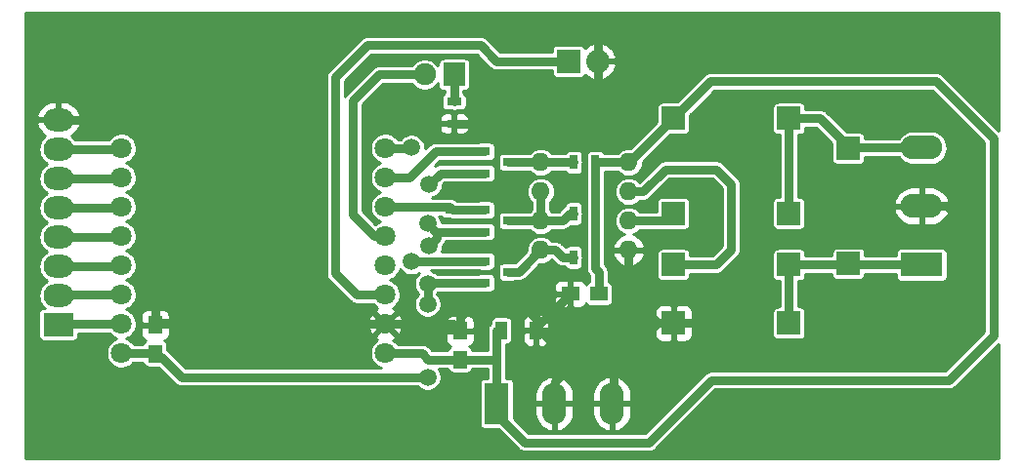
<source format=gbr>
G04 #@! TF.FileFunction,Copper,L2,Bot,Signal*
%FSLAX46Y46*%
G04 Gerber Fmt 4.6, Leading zero omitted, Abs format (unit mm)*
G04 Created by KiCad (PCBNEW 4.0.5+dfsg1-4) date Fri Feb 15 16:12:20 2019*
%MOMM*%
%LPD*%
G01*
G04 APERTURE LIST*
%ADD10C,0.100000*%
%ADD11C,1.500000*%
%ADD12R,1.998980X1.998980*%
%ADD13R,0.900000X0.800000*%
%ADD14R,1.300000X0.700000*%
%ADD15R,0.700000X1.300000*%
%ADD16C,1.800000*%
%ADD17O,1.600000X1.600000*%
%ADD18R,1.250000X1.500000*%
%ADD19R,1.500000X1.250000*%
%ADD20R,2.032000X2.032000*%
%ADD21O,2.032000X2.032000*%
%ADD22R,1.000000X1.600000*%
%ADD23R,1.900000X2.000000*%
%ADD24C,1.900000*%
%ADD25R,3.600000X2.100000*%
%ADD26O,3.600000X2.100000*%
%ADD27R,2.100000X3.600000*%
%ADD28O,2.100000X3.600000*%
%ADD29R,2.600000X2.000000*%
%ADD30O,2.600000X2.000000*%
%ADD31C,0.600000*%
%ADD32C,0.762000*%
%ADD33C,0.254000*%
G04 APERTURE END LIST*
D10*
D11*
X163068000Y-101219000D03*
X162941000Y-99314000D03*
X163068000Y-95885000D03*
D12*
X194231260Y-107950000D03*
X184228740Y-107950000D03*
X199390000Y-102791260D03*
X199390000Y-92788740D03*
D13*
X167910000Y-94930000D03*
X167910000Y-93030000D03*
X169910000Y-93980000D03*
X167910000Y-104455000D03*
X167910000Y-102555000D03*
X169910000Y-103505000D03*
X167910000Y-100010000D03*
X167910000Y-98110000D03*
X169910000Y-99060000D03*
D14*
X165100000Y-94930000D03*
X165100000Y-93030000D03*
D15*
X177480000Y-93980000D03*
X175580000Y-93980000D03*
D14*
X165100000Y-104455000D03*
X165100000Y-102555000D03*
D15*
X177480000Y-102235000D03*
X175580000Y-102235000D03*
X177480000Y-98425000D03*
X175580000Y-98425000D03*
D16*
X159258000Y-92773500D03*
X159258000Y-95313500D03*
X159258000Y-97853500D03*
X159258000Y-100393500D03*
X159258000Y-102933500D03*
X159258000Y-105473500D03*
X159258000Y-108013500D03*
X159258000Y-110553500D03*
X136398000Y-110553500D03*
X136398000Y-108013500D03*
X136398000Y-105473500D03*
X136398000Y-102933500D03*
X136398000Y-100393500D03*
X136398000Y-97853500D03*
X136398000Y-95313500D03*
X136398000Y-92773500D03*
D17*
X172720000Y-93980000D03*
X172720000Y-96520000D03*
X172720000Y-99060000D03*
X172720000Y-101600000D03*
X180340000Y-101600000D03*
X180340000Y-99060000D03*
X180340000Y-96520000D03*
X180340000Y-93980000D03*
D18*
X165735000Y-111105000D03*
X165735000Y-108605000D03*
X139319000Y-110597000D03*
X139319000Y-108097000D03*
D19*
X177780000Y-105410000D03*
X175280000Y-105410000D03*
D20*
X175133000Y-85217000D03*
D21*
X177673000Y-85217000D03*
D22*
X169315000Y-108585000D03*
X172315000Y-108585000D03*
D12*
X194231260Y-90170000D03*
X184228740Y-90170000D03*
X194231260Y-98425000D03*
X184228740Y-98425000D03*
X194231260Y-102870000D03*
X184228740Y-102870000D03*
D14*
X165227000Y-88712000D03*
X165227000Y-90612000D03*
D23*
X165227000Y-86360000D03*
D24*
X162687000Y-86360000D03*
D14*
X165100000Y-100010000D03*
X165100000Y-98110000D03*
D11*
X161544000Y-92710000D03*
X161544000Y-102616000D03*
X162941000Y-104521000D03*
X162941000Y-106299000D03*
X162941000Y-112649000D03*
D25*
X205740000Y-102870000D03*
D26*
X205740000Y-97790000D03*
X205740000Y-92710000D03*
D27*
X168910000Y-114935000D03*
D28*
X173910000Y-114935000D03*
X178910000Y-114935000D03*
D29*
X130937000Y-108077000D03*
D30*
X130937000Y-105537000D03*
X130937000Y-102997000D03*
X130937000Y-100457000D03*
X130937000Y-97917000D03*
X130937000Y-95377000D03*
X130937000Y-92837000D03*
X130937000Y-90297000D03*
D31*
X163068000Y-101219000D03*
X162941000Y-99314000D03*
X163068000Y-95885000D03*
X162941000Y-104521000D03*
X162941000Y-106299000D03*
X162941000Y-112649000D03*
X161544000Y-102616000D03*
X161544000Y-92710000D03*
D32*
X163637000Y-100010000D02*
X163703000Y-100010000D01*
X162941000Y-99314000D02*
X163637000Y-100010000D01*
X163703000Y-100584000D02*
X163703000Y-100010000D01*
X163703000Y-100010000D02*
X165100000Y-100010000D01*
X163068000Y-101219000D02*
X163703000Y-100584000D01*
X165100000Y-94930000D02*
X164023000Y-94930000D01*
X164023000Y-94930000D02*
X163068000Y-95885000D01*
X165100000Y-94930000D02*
X167910000Y-94930000D01*
X139192000Y-110553500D02*
X136398000Y-110553500D01*
X165100000Y-104455000D02*
X163007000Y-104455000D01*
X163007000Y-104455000D02*
X162941000Y-104521000D01*
X164912000Y-104455000D02*
X165100000Y-104455000D01*
X165100000Y-104455000D02*
X167910000Y-104455000D01*
X165100000Y-100010000D02*
X167910000Y-100010000D01*
X162941000Y-104521000D02*
X162941000Y-106299000D01*
X139001500Y-110553500D02*
X139319000Y-110871000D01*
X139192000Y-110553500D02*
X139001500Y-110553500D01*
X139827000Y-110871000D02*
X139319000Y-110871000D01*
X141605000Y-112649000D02*
X139827000Y-110871000D01*
X162941000Y-112649000D02*
X141605000Y-112649000D01*
X159258000Y-95313500D02*
X161353500Y-95313500D01*
X163637000Y-93030000D02*
X165100000Y-93030000D01*
X161353500Y-95313500D02*
X163637000Y-93030000D01*
X167910000Y-93030000D02*
X165100000Y-93030000D01*
X169910000Y-93980000D02*
X172720000Y-93980000D01*
X175580000Y-93980000D02*
X172720000Y-93980000D01*
X159258000Y-110553500D02*
X162433000Y-110553500D01*
X162984500Y-111105000D02*
X165735000Y-111105000D01*
X162433000Y-110553500D02*
X162984500Y-111105000D01*
X165735000Y-111105000D02*
X168910000Y-111105000D01*
X168719500Y-111125000D02*
X168910000Y-111125000D01*
X168890000Y-111125000D02*
X168719500Y-111125000D01*
X168910000Y-111105000D02*
X168890000Y-111125000D01*
X168910000Y-114935000D02*
X168910000Y-115887500D01*
X168910000Y-115887500D02*
X171323000Y-118300500D01*
X187467240Y-86931500D02*
X184228740Y-90170000D01*
X206946500Y-86931500D02*
X187467240Y-86931500D01*
X211963000Y-91948000D02*
X206946500Y-86931500D01*
X211963000Y-109029500D02*
X211963000Y-91948000D01*
X208089500Y-112903000D02*
X211963000Y-109029500D01*
X187515500Y-112903000D02*
X208089500Y-112903000D01*
X182118000Y-118300500D02*
X187515500Y-112903000D01*
X171323000Y-118300500D02*
X182118000Y-118300500D01*
X168910000Y-108990000D02*
X168910000Y-108585000D01*
X168910000Y-108585000D02*
X169315000Y-108585000D01*
X168910000Y-114935000D02*
X168910000Y-111125000D01*
X168910000Y-111125000D02*
X168910000Y-108990000D01*
X168910000Y-108990000D02*
X169315000Y-108585000D01*
X177480000Y-102235000D02*
X177480000Y-103185000D01*
X177780000Y-103485000D02*
X177780000Y-105410000D01*
X177480000Y-103185000D02*
X177780000Y-103485000D01*
X177480000Y-102235000D02*
X177480000Y-98425000D01*
X180340000Y-93980000D02*
X177480000Y-93980000D01*
X177480000Y-93980000D02*
X177480000Y-98425000D01*
X180340000Y-93980000D02*
X180418740Y-93980000D01*
X180418740Y-93980000D02*
X184228740Y-90170000D01*
X159258000Y-92773500D02*
X161480500Y-92773500D01*
X162372000Y-102555000D02*
X165100000Y-102555000D01*
X161605000Y-102555000D02*
X162372000Y-102555000D01*
X161544000Y-102616000D02*
X161605000Y-102555000D01*
X161480500Y-92773500D02*
X161544000Y-92710000D01*
X165100000Y-102555000D02*
X167910000Y-102555000D01*
X169910000Y-103505000D02*
X170815000Y-103505000D01*
X170815000Y-103505000D02*
X172720000Y-101600000D01*
X172720000Y-101600000D02*
X173990000Y-101600000D01*
X174625000Y-102235000D02*
X175580000Y-102235000D01*
X173990000Y-101600000D02*
X174625000Y-102235000D01*
X159258000Y-97853500D02*
X164843500Y-97853500D01*
X164843500Y-97853500D02*
X165100000Y-98110000D01*
X165100000Y-98110000D02*
X167910000Y-98110000D01*
X139319000Y-108097000D02*
X139319000Y-91948000D01*
X137668000Y-90297000D02*
X130937000Y-90297000D01*
X139319000Y-91948000D02*
X137668000Y-90297000D01*
X158178500Y-108013500D02*
X139446000Y-107950000D01*
X207899000Y-97790000D02*
X205740000Y-97790000D01*
X209677000Y-99568000D02*
X207899000Y-97790000D01*
X209677000Y-107823000D02*
X209677000Y-99568000D01*
X206756000Y-110744000D02*
X209677000Y-107823000D01*
X189103000Y-110744000D02*
X206756000Y-110744000D01*
X186690000Y-108331000D02*
X189103000Y-110744000D01*
X186690000Y-108077000D02*
X186690000Y-108331000D01*
X186563000Y-107950000D02*
X186690000Y-108077000D01*
X182880000Y-107950000D02*
X186563000Y-107950000D01*
X165735000Y-108605000D02*
X165735000Y-107442000D01*
X171196000Y-106426000D02*
X172720000Y-107950000D01*
X166751000Y-106426000D02*
X171196000Y-106426000D01*
X165735000Y-107442000D02*
X166751000Y-106426000D01*
X172720000Y-107950000D02*
X172315000Y-108585000D01*
X159258000Y-108013500D02*
X158178500Y-108013500D01*
X159258000Y-108013500D02*
X155384500Y-108013500D01*
X177673000Y-82677000D02*
X177673000Y-85217000D01*
X176657000Y-81661000D02*
X177673000Y-82677000D01*
X156337000Y-81661000D02*
X176657000Y-81661000D01*
X152527000Y-85471000D02*
X156337000Y-81661000D01*
X152527000Y-105156000D02*
X152527000Y-85471000D01*
X155384500Y-108013500D02*
X152527000Y-105156000D01*
X165227000Y-90612000D02*
X175199000Y-90612000D01*
X175199000Y-90612000D02*
X177673000Y-88138000D01*
X177673000Y-88138000D02*
X177673000Y-85217000D01*
X159258000Y-108013500D02*
X165143500Y-108013500D01*
X165143500Y-108013500D02*
X165735000Y-108605000D01*
X172720000Y-107950000D02*
X172315000Y-108585000D01*
X172315000Y-108585000D02*
X172315000Y-108355000D01*
X172315000Y-108355000D02*
X173355000Y-107315000D01*
X173375000Y-107315000D02*
X175280000Y-105410000D01*
X173355000Y-107315000D02*
X173375000Y-107315000D01*
X172315000Y-108585000D02*
X172720000Y-108585000D01*
X175260000Y-111125000D02*
X179705000Y-111125000D01*
X172720000Y-108585000D02*
X175260000Y-111125000D01*
X175260000Y-111125000D02*
X175260000Y-111760000D01*
X173990000Y-113030000D02*
X173990000Y-114935000D01*
X175260000Y-111760000D02*
X173990000Y-113030000D01*
X179070000Y-114935000D02*
X179070000Y-111760000D01*
X179070000Y-111760000D02*
X179705000Y-111125000D01*
X179705000Y-111125000D02*
X182880000Y-107950000D01*
X184228740Y-107950000D02*
X182880000Y-107950000D01*
X180340000Y-105410000D02*
X180340000Y-101600000D01*
X182880000Y-107950000D02*
X180340000Y-105410000D01*
X169910000Y-99060000D02*
X172720000Y-99060000D01*
X172720000Y-96520000D02*
X172720000Y-99060000D01*
X172720000Y-99060000D02*
X174625000Y-99060000D01*
X174625000Y-99060000D02*
X175260000Y-98425000D01*
X175260000Y-98425000D02*
X175580000Y-98425000D01*
X194231260Y-102870000D02*
X194231260Y-107950000D01*
X205740000Y-102870000D02*
X199468740Y-102870000D01*
X199468740Y-102870000D02*
X194231260Y-102870000D01*
X180340000Y-99060000D02*
X183593740Y-99060000D01*
X183593740Y-99060000D02*
X184228740Y-98425000D01*
X194231260Y-98425000D02*
X194231260Y-96520000D01*
X194231260Y-96520000D02*
X194231260Y-90170000D01*
X205740000Y-92710000D02*
X199468740Y-92710000D01*
X199468740Y-92710000D02*
X196928740Y-90170000D01*
X196928740Y-90170000D02*
X194231260Y-90170000D01*
X205661260Y-92788740D02*
X205740000Y-92710000D01*
X180340000Y-96520000D02*
X181610000Y-96520000D01*
X187960000Y-102870000D02*
X184228740Y-102870000D01*
X189230000Y-101600000D02*
X187960000Y-102870000D01*
X189230000Y-95885000D02*
X189230000Y-101600000D01*
X187960000Y-94615000D02*
X189230000Y-95885000D01*
X183515000Y-94615000D02*
X187960000Y-94615000D01*
X181610000Y-96520000D02*
X183515000Y-94615000D01*
X175133000Y-85217000D02*
X168910000Y-85217000D01*
X156781500Y-105473500D02*
X159258000Y-105473500D01*
X154940000Y-103632000D02*
X156781500Y-105473500D01*
X154940000Y-86614000D02*
X154940000Y-103632000D01*
X157734000Y-83820000D02*
X154940000Y-86614000D01*
X167513000Y-83820000D02*
X157734000Y-83820000D01*
X168910000Y-85217000D02*
X167513000Y-83820000D01*
X162687000Y-86360000D02*
X158750000Y-86360000D01*
X158750000Y-86360000D02*
X158242000Y-86868000D01*
X159258000Y-100393500D02*
X158305500Y-100393500D01*
X156464000Y-88646000D02*
X158242000Y-86868000D01*
X156464000Y-98552000D02*
X156464000Y-88646000D01*
X158305500Y-100393500D02*
X156464000Y-98552000D01*
X165227000Y-86360000D02*
X165227000Y-88712000D01*
X136398000Y-108013500D02*
X131000500Y-108013500D01*
X131000500Y-108013500D02*
X130937000Y-108077000D01*
X136398000Y-105473500D02*
X131000500Y-105473500D01*
X131000500Y-105473500D02*
X130937000Y-105537000D01*
X130937000Y-102997000D02*
X136334500Y-102997000D01*
X136334500Y-102997000D02*
X136398000Y-102933500D01*
X130937000Y-100457000D02*
X136334500Y-100457000D01*
X136334500Y-100457000D02*
X136398000Y-100393500D01*
X130937000Y-97917000D02*
X136334500Y-97917000D01*
X136334500Y-97917000D02*
X136398000Y-97853500D01*
X130937000Y-95377000D02*
X136334500Y-95377000D01*
X136334500Y-95377000D02*
X136398000Y-95313500D01*
X130937000Y-92837000D02*
X136334500Y-92837000D01*
X136334500Y-92837000D02*
X136398000Y-92773500D01*
D33*
G36*
X212370200Y-91205727D02*
X207521236Y-86356764D01*
X207463217Y-86309106D01*
X207405705Y-86260848D01*
X207401960Y-86258789D01*
X207398657Y-86256076D01*
X207332491Y-86220598D01*
X207266696Y-86184427D01*
X207262621Y-86183134D01*
X207258855Y-86181115D01*
X207187080Y-86159171D01*
X207115491Y-86136462D01*
X207111241Y-86135985D01*
X207107155Y-86134736D01*
X207032483Y-86127151D01*
X206957848Y-86118779D01*
X206949493Y-86118721D01*
X206949337Y-86118705D01*
X206949192Y-86118719D01*
X206946500Y-86118700D01*
X187467240Y-86118700D01*
X187392516Y-86126027D01*
X187317725Y-86132570D01*
X187313619Y-86133763D01*
X187309366Y-86134180D01*
X187237478Y-86155884D01*
X187165393Y-86176827D01*
X187161601Y-86178793D01*
X187157506Y-86180029D01*
X187091208Y-86215281D01*
X187024558Y-86249828D01*
X187021216Y-86252496D01*
X187017443Y-86254502D01*
X186959268Y-86301948D01*
X186900584Y-86348795D01*
X186894635Y-86354661D01*
X186894513Y-86354761D01*
X186894419Y-86354874D01*
X186892504Y-86356763D01*
X184512647Y-88736621D01*
X183229250Y-88736621D01*
X183160487Y-88742104D01*
X183043859Y-88778222D01*
X182941910Y-88845402D01*
X182862713Y-88938324D01*
X182812539Y-89049631D01*
X182795361Y-89170510D01*
X182795361Y-90453906D01*
X180487051Y-92762217D01*
X180363159Y-92748320D01*
X180345960Y-92748200D01*
X180334040Y-92748200D01*
X180094782Y-92771659D01*
X179864638Y-92841144D01*
X179652372Y-92954008D01*
X179466072Y-93105951D01*
X179415402Y-93167200D01*
X178229284Y-93167200D01*
X178222288Y-93144609D01*
X178155108Y-93042660D01*
X178062186Y-92963463D01*
X177950879Y-92913289D01*
X177830000Y-92896111D01*
X177130000Y-92896111D01*
X177061237Y-92901594D01*
X176944609Y-92937712D01*
X176842660Y-93004892D01*
X176763463Y-93097814D01*
X176713289Y-93209121D01*
X176696111Y-93330000D01*
X176696111Y-93775863D01*
X176684962Y-93811009D01*
X176684645Y-93813839D01*
X176683801Y-93816564D01*
X176675805Y-93892646D01*
X176667279Y-93968652D01*
X176667241Y-93974127D01*
X176667220Y-93974326D01*
X176667238Y-93974525D01*
X176667200Y-93980000D01*
X176667200Y-103185000D01*
X176674526Y-103259716D01*
X176681070Y-103334516D01*
X176682263Y-103338623D01*
X176682680Y-103342874D01*
X176704376Y-103414736D01*
X176725327Y-103486848D01*
X176727293Y-103490642D01*
X176728529Y-103494734D01*
X176763792Y-103561053D01*
X176798329Y-103627682D01*
X176800994Y-103631020D01*
X176803002Y-103634797D01*
X176850470Y-103692999D01*
X176897295Y-103751656D01*
X176903158Y-103757600D01*
X176903261Y-103757727D01*
X176903378Y-103757824D01*
X176905264Y-103759736D01*
X176967200Y-103821672D01*
X176967200Y-104356119D01*
X176961237Y-104356594D01*
X176844609Y-104392712D01*
X176742660Y-104459892D01*
X176663463Y-104552814D01*
X176641116Y-104602388D01*
X176640597Y-104599777D01*
X176592730Y-104484215D01*
X176523237Y-104380211D01*
X176434789Y-104291763D01*
X176330785Y-104222270D01*
X176215223Y-104174403D01*
X176092542Y-104150000D01*
X175565750Y-104150000D01*
X175407000Y-104308750D01*
X175407000Y-105283000D01*
X175427000Y-105283000D01*
X175427000Y-105537000D01*
X175407000Y-105537000D01*
X175407000Y-106511250D01*
X175565750Y-106670000D01*
X176092542Y-106670000D01*
X176215223Y-106645597D01*
X176330785Y-106597730D01*
X176434789Y-106528237D01*
X176523237Y-106439789D01*
X176592730Y-106335785D01*
X176639441Y-106223014D01*
X176704892Y-106322340D01*
X176797814Y-106401537D01*
X176909121Y-106451711D01*
X177030000Y-106468889D01*
X178530000Y-106468889D01*
X178598763Y-106463406D01*
X178715391Y-106427288D01*
X178817340Y-106360108D01*
X178896537Y-106267186D01*
X178946711Y-106155879D01*
X178963889Y-106035000D01*
X178963889Y-104785000D01*
X178958406Y-104716237D01*
X178922288Y-104599609D01*
X178855108Y-104497660D01*
X178762186Y-104418463D01*
X178650879Y-104368289D01*
X178592800Y-104360035D01*
X178592800Y-103485000D01*
X178585469Y-103410234D01*
X178578929Y-103335484D01*
X178577737Y-103331382D01*
X178577320Y-103327126D01*
X178555611Y-103255222D01*
X178534673Y-103183152D01*
X178532707Y-103179358D01*
X178531471Y-103175266D01*
X178496208Y-103108947D01*
X178461671Y-103042318D01*
X178459006Y-103038980D01*
X178456998Y-103035203D01*
X178409530Y-102977001D01*
X178362705Y-102918344D01*
X178356842Y-102912400D01*
X178356739Y-102912273D01*
X178356622Y-102912176D01*
X178354736Y-102910264D01*
X178292800Y-102848328D01*
X178292800Y-101949039D01*
X178948096Y-101949039D01*
X178988754Y-102083087D01*
X179108963Y-102337420D01*
X179276481Y-102563414D01*
X179484869Y-102752385D01*
X179726119Y-102897070D01*
X179990960Y-102991909D01*
X180213000Y-102870624D01*
X180213000Y-101727000D01*
X180467000Y-101727000D01*
X180467000Y-102870624D01*
X180689040Y-102991909D01*
X180953881Y-102897070D01*
X181195131Y-102752385D01*
X181403519Y-102563414D01*
X181571037Y-102337420D01*
X181691246Y-102083087D01*
X181731904Y-101949039D01*
X181609915Y-101727000D01*
X180467000Y-101727000D01*
X180213000Y-101727000D01*
X179070085Y-101727000D01*
X178948096Y-101949039D01*
X178292800Y-101949039D01*
X178292800Y-101250961D01*
X178948096Y-101250961D01*
X179070085Y-101473000D01*
X180213000Y-101473000D01*
X180213000Y-101453000D01*
X180467000Y-101453000D01*
X180467000Y-101473000D01*
X181609915Y-101473000D01*
X181731904Y-101250961D01*
X181691246Y-101116913D01*
X181571037Y-100862580D01*
X181403519Y-100636586D01*
X181195131Y-100447615D01*
X180953881Y-100302930D01*
X180732833Y-100223773D01*
X180815362Y-100198856D01*
X181027628Y-100085992D01*
X181213928Y-99934049D01*
X181264598Y-99872800D01*
X183593740Y-99872800D01*
X183668456Y-99865474D01*
X183743256Y-99858930D01*
X183745153Y-99858379D01*
X185228230Y-99858379D01*
X185296993Y-99852896D01*
X185413621Y-99816778D01*
X185515570Y-99749598D01*
X185594767Y-99656676D01*
X185644941Y-99545369D01*
X185662119Y-99424490D01*
X185662119Y-97425510D01*
X185656636Y-97356747D01*
X185620518Y-97240119D01*
X185553338Y-97138170D01*
X185460416Y-97058973D01*
X185349109Y-97008799D01*
X185228230Y-96991621D01*
X183229250Y-96991621D01*
X183160487Y-96997104D01*
X183043859Y-97033222D01*
X182941910Y-97100402D01*
X182862713Y-97193324D01*
X182812539Y-97304631D01*
X182795361Y-97425510D01*
X182795361Y-98247200D01*
X181265480Y-98247200D01*
X181226047Y-98198155D01*
X181041886Y-98043625D01*
X180831218Y-97927809D01*
X180602066Y-97855118D01*
X180363159Y-97828320D01*
X180345960Y-97828200D01*
X180334040Y-97828200D01*
X180094782Y-97851659D01*
X179864638Y-97921144D01*
X179652372Y-98034008D01*
X179466072Y-98185951D01*
X179312832Y-98371186D01*
X179198489Y-98582658D01*
X179127399Y-98812312D01*
X179102270Y-99051400D01*
X179124059Y-99290816D01*
X179191935Y-99521440D01*
X179303314Y-99734488D01*
X179453953Y-99921845D01*
X179638114Y-100076375D01*
X179848782Y-100192191D01*
X179947719Y-100223576D01*
X179726119Y-100302930D01*
X179484869Y-100447615D01*
X179276481Y-100636586D01*
X179108963Y-100862580D01*
X178988754Y-101116913D01*
X178948096Y-101250961D01*
X178292800Y-101250961D01*
X178292800Y-96511400D01*
X179102270Y-96511400D01*
X179124059Y-96750816D01*
X179191935Y-96981440D01*
X179303314Y-97194488D01*
X179453953Y-97381845D01*
X179638114Y-97536375D01*
X179848782Y-97652191D01*
X180077934Y-97724882D01*
X180316841Y-97751680D01*
X180334040Y-97751800D01*
X180345960Y-97751800D01*
X180585218Y-97728341D01*
X180815362Y-97658856D01*
X181027628Y-97545992D01*
X181213928Y-97394049D01*
X181264598Y-97332800D01*
X181610000Y-97332800D01*
X181684716Y-97325474D01*
X181759516Y-97318930D01*
X181763623Y-97317737D01*
X181767874Y-97317320D01*
X181839736Y-97295624D01*
X181911848Y-97274673D01*
X181915642Y-97272707D01*
X181919734Y-97271471D01*
X181986053Y-97236208D01*
X182052682Y-97201671D01*
X182056020Y-97199006D01*
X182059797Y-97196998D01*
X182117999Y-97149530D01*
X182176656Y-97102705D01*
X182182600Y-97096842D01*
X182182727Y-97096739D01*
X182182824Y-97096622D01*
X182184736Y-97094736D01*
X183851673Y-95427800D01*
X187623328Y-95427800D01*
X188417200Y-96221673D01*
X188417200Y-101263327D01*
X187623328Y-102057200D01*
X185662119Y-102057200D01*
X185662119Y-101870510D01*
X185656636Y-101801747D01*
X185620518Y-101685119D01*
X185553338Y-101583170D01*
X185460416Y-101503973D01*
X185349109Y-101453799D01*
X185228230Y-101436621D01*
X183229250Y-101436621D01*
X183160487Y-101442104D01*
X183043859Y-101478222D01*
X182941910Y-101545402D01*
X182862713Y-101638324D01*
X182812539Y-101749631D01*
X182795361Y-101870510D01*
X182795361Y-103869490D01*
X182800844Y-103938253D01*
X182836962Y-104054881D01*
X182904142Y-104156830D01*
X182997064Y-104236027D01*
X183108371Y-104286201D01*
X183229250Y-104303379D01*
X185228230Y-104303379D01*
X185296993Y-104297896D01*
X185413621Y-104261778D01*
X185515570Y-104194598D01*
X185594767Y-104101676D01*
X185644941Y-103990369D01*
X185662119Y-103869490D01*
X185662119Y-103682800D01*
X187960000Y-103682800D01*
X188034716Y-103675474D01*
X188109516Y-103668930D01*
X188113623Y-103667737D01*
X188117874Y-103667320D01*
X188189736Y-103645624D01*
X188261848Y-103624673D01*
X188265642Y-103622707D01*
X188269734Y-103621471D01*
X188336053Y-103586208D01*
X188402682Y-103551671D01*
X188406020Y-103549006D01*
X188409797Y-103546998D01*
X188467999Y-103499530D01*
X188526656Y-103452705D01*
X188532600Y-103446842D01*
X188532727Y-103446739D01*
X188532824Y-103446622D01*
X188534736Y-103444736D01*
X189804736Y-102174737D01*
X189852414Y-102116692D01*
X189900652Y-102059205D01*
X189902711Y-102055460D01*
X189905424Y-102052157D01*
X189940902Y-101985991D01*
X189977073Y-101920196D01*
X189978366Y-101916121D01*
X189980385Y-101912355D01*
X189993178Y-101870510D01*
X192797881Y-101870510D01*
X192797881Y-103869490D01*
X192803364Y-103938253D01*
X192839482Y-104054881D01*
X192906662Y-104156830D01*
X192999584Y-104236027D01*
X193110891Y-104286201D01*
X193231770Y-104303379D01*
X193418460Y-104303379D01*
X193418460Y-106516621D01*
X193231770Y-106516621D01*
X193163007Y-106522104D01*
X193046379Y-106558222D01*
X192944430Y-106625402D01*
X192865233Y-106718324D01*
X192815059Y-106829631D01*
X192797881Y-106950510D01*
X192797881Y-108949490D01*
X192803364Y-109018253D01*
X192839482Y-109134881D01*
X192906662Y-109236830D01*
X192999584Y-109316027D01*
X193110891Y-109366201D01*
X193231770Y-109383379D01*
X195230750Y-109383379D01*
X195299513Y-109377896D01*
X195416141Y-109341778D01*
X195518090Y-109274598D01*
X195597287Y-109181676D01*
X195647461Y-109070369D01*
X195664639Y-108949490D01*
X195664639Y-106950510D01*
X195659156Y-106881747D01*
X195623038Y-106765119D01*
X195555858Y-106663170D01*
X195462936Y-106583973D01*
X195351629Y-106533799D01*
X195230750Y-106516621D01*
X195044060Y-106516621D01*
X195044060Y-104303379D01*
X195230750Y-104303379D01*
X195299513Y-104297896D01*
X195416141Y-104261778D01*
X195518090Y-104194598D01*
X195597287Y-104101676D01*
X195647461Y-103990369D01*
X195664639Y-103869490D01*
X195664639Y-103682800D01*
X197956621Y-103682800D01*
X197956621Y-103790750D01*
X197962104Y-103859513D01*
X197998222Y-103976141D01*
X198065402Y-104078090D01*
X198158324Y-104157287D01*
X198269631Y-104207461D01*
X198390510Y-104224639D01*
X200389490Y-104224639D01*
X200458253Y-104219156D01*
X200574881Y-104183038D01*
X200676830Y-104115858D01*
X200756027Y-104022936D01*
X200806201Y-103911629D01*
X200823379Y-103790750D01*
X200823379Y-103682800D01*
X203506111Y-103682800D01*
X203506111Y-103920000D01*
X203511594Y-103988763D01*
X203547712Y-104105391D01*
X203614892Y-104207340D01*
X203707814Y-104286537D01*
X203819121Y-104336711D01*
X203940000Y-104353889D01*
X207540000Y-104353889D01*
X207608763Y-104348406D01*
X207725391Y-104312288D01*
X207827340Y-104245108D01*
X207906537Y-104152186D01*
X207956711Y-104040879D01*
X207973889Y-103920000D01*
X207973889Y-101820000D01*
X207968406Y-101751237D01*
X207932288Y-101634609D01*
X207865108Y-101532660D01*
X207772186Y-101453463D01*
X207660879Y-101403289D01*
X207540000Y-101386111D01*
X203940000Y-101386111D01*
X203871237Y-101391594D01*
X203754609Y-101427712D01*
X203652660Y-101494892D01*
X203573463Y-101587814D01*
X203523289Y-101699121D01*
X203506111Y-101820000D01*
X203506111Y-102057200D01*
X200823379Y-102057200D01*
X200823379Y-101791770D01*
X200817896Y-101723007D01*
X200781778Y-101606379D01*
X200714598Y-101504430D01*
X200621676Y-101425233D01*
X200510369Y-101375059D01*
X200389490Y-101357881D01*
X198390510Y-101357881D01*
X198321747Y-101363364D01*
X198205119Y-101399482D01*
X198103170Y-101466662D01*
X198023973Y-101559584D01*
X197973799Y-101670891D01*
X197956621Y-101791770D01*
X197956621Y-102057200D01*
X195664639Y-102057200D01*
X195664639Y-101870510D01*
X195659156Y-101801747D01*
X195623038Y-101685119D01*
X195555858Y-101583170D01*
X195462936Y-101503973D01*
X195351629Y-101453799D01*
X195230750Y-101436621D01*
X193231770Y-101436621D01*
X193163007Y-101442104D01*
X193046379Y-101478222D01*
X192944430Y-101545402D01*
X192865233Y-101638324D01*
X192815059Y-101749631D01*
X192797881Y-101870510D01*
X189993178Y-101870510D01*
X190002333Y-101840567D01*
X190025038Y-101768991D01*
X190025515Y-101764743D01*
X190026764Y-101760656D01*
X190034350Y-101685977D01*
X190042721Y-101611348D01*
X190042779Y-101602993D01*
X190042795Y-101602837D01*
X190042781Y-101602692D01*
X190042800Y-101600000D01*
X190042800Y-95885000D01*
X190035469Y-95810234D01*
X190028929Y-95735484D01*
X190027737Y-95731382D01*
X190027320Y-95727126D01*
X190005611Y-95655222D01*
X189984673Y-95583152D01*
X189982707Y-95579358D01*
X189981471Y-95575266D01*
X189946208Y-95508947D01*
X189911671Y-95442318D01*
X189909006Y-95438980D01*
X189906998Y-95435203D01*
X189859530Y-95377001D01*
X189812705Y-95318344D01*
X189806839Y-95312395D01*
X189806739Y-95312273D01*
X189806626Y-95312179D01*
X189804736Y-95310263D01*
X188534736Y-94040264D01*
X188476717Y-93992606D01*
X188419205Y-93944348D01*
X188415460Y-93942289D01*
X188412157Y-93939576D01*
X188345991Y-93904098D01*
X188280196Y-93867927D01*
X188276121Y-93866634D01*
X188272355Y-93864615D01*
X188200580Y-93842671D01*
X188128991Y-93819962D01*
X188124741Y-93819485D01*
X188120655Y-93818236D01*
X188045983Y-93810651D01*
X187971348Y-93802279D01*
X187962993Y-93802221D01*
X187962837Y-93802205D01*
X187962692Y-93802219D01*
X187960000Y-93802200D01*
X183515000Y-93802200D01*
X183440276Y-93809527D01*
X183365485Y-93816070D01*
X183361379Y-93817263D01*
X183357126Y-93817680D01*
X183285252Y-93839380D01*
X183213152Y-93860327D01*
X183209358Y-93862293D01*
X183205266Y-93863529D01*
X183138986Y-93898771D01*
X183072318Y-93933328D01*
X183068976Y-93935996D01*
X183065203Y-93938002D01*
X183007028Y-93985448D01*
X182948344Y-94032295D01*
X182942395Y-94038161D01*
X182942273Y-94038261D01*
X182942179Y-94038374D01*
X182940264Y-94040263D01*
X181273328Y-95707200D01*
X181265480Y-95707200D01*
X181226047Y-95658155D01*
X181041886Y-95503625D01*
X180831218Y-95387809D01*
X180602066Y-95315118D01*
X180363159Y-95288320D01*
X180345960Y-95288200D01*
X180334040Y-95288200D01*
X180094782Y-95311659D01*
X179864638Y-95381144D01*
X179652372Y-95494008D01*
X179466072Y-95645951D01*
X179312832Y-95831186D01*
X179198489Y-96042658D01*
X179127399Y-96272312D01*
X179102270Y-96511400D01*
X178292800Y-96511400D01*
X178292800Y-94792800D01*
X179414520Y-94792800D01*
X179453953Y-94841845D01*
X179638114Y-94996375D01*
X179848782Y-95112191D01*
X180077934Y-95184882D01*
X180316841Y-95211680D01*
X180334040Y-95211800D01*
X180345960Y-95211800D01*
X180585218Y-95188341D01*
X180815362Y-95118856D01*
X181027628Y-95005992D01*
X181213928Y-94854049D01*
X181367168Y-94668814D01*
X181481511Y-94457342D01*
X181552601Y-94227688D01*
X181577730Y-93988600D01*
X181576219Y-93971993D01*
X183944834Y-91603379D01*
X185228230Y-91603379D01*
X185296993Y-91597896D01*
X185413621Y-91561778D01*
X185515570Y-91494598D01*
X185594767Y-91401676D01*
X185644941Y-91290369D01*
X185662119Y-91169490D01*
X185662119Y-89886093D01*
X186377702Y-89170510D01*
X192797881Y-89170510D01*
X192797881Y-91169490D01*
X192803364Y-91238253D01*
X192839482Y-91354881D01*
X192906662Y-91456830D01*
X192999584Y-91536027D01*
X193110891Y-91586201D01*
X193231770Y-91603379D01*
X193418460Y-91603379D01*
X193418460Y-96991621D01*
X193231770Y-96991621D01*
X193163007Y-96997104D01*
X193046379Y-97033222D01*
X192944430Y-97100402D01*
X192865233Y-97193324D01*
X192815059Y-97304631D01*
X192797881Y-97425510D01*
X192797881Y-99424490D01*
X192803364Y-99493253D01*
X192839482Y-99609881D01*
X192906662Y-99711830D01*
X192999584Y-99791027D01*
X193110891Y-99841201D01*
X193231770Y-99858379D01*
X195230750Y-99858379D01*
X195299513Y-99852896D01*
X195416141Y-99816778D01*
X195518090Y-99749598D01*
X195597287Y-99656676D01*
X195647461Y-99545369D01*
X195664639Y-99424490D01*
X195664639Y-98178279D01*
X203350346Y-98178279D01*
X203384663Y-98317490D01*
X203518417Y-98620540D01*
X203708723Y-98891673D01*
X203948268Y-99120469D01*
X204227846Y-99298136D01*
X204536713Y-99417847D01*
X204863000Y-99475000D01*
X205613000Y-99475000D01*
X205613000Y-97917000D01*
X205867000Y-97917000D01*
X205867000Y-99475000D01*
X206617000Y-99475000D01*
X206943287Y-99417847D01*
X207252154Y-99298136D01*
X207531732Y-99120469D01*
X207771277Y-98891673D01*
X207961583Y-98620540D01*
X208095337Y-98317490D01*
X208129654Y-98178279D01*
X208010957Y-97917000D01*
X205867000Y-97917000D01*
X205613000Y-97917000D01*
X203469043Y-97917000D01*
X203350346Y-98178279D01*
X195664639Y-98178279D01*
X195664639Y-97425510D01*
X195662743Y-97401721D01*
X203350346Y-97401721D01*
X203469043Y-97663000D01*
X205613000Y-97663000D01*
X205613000Y-96105000D01*
X205867000Y-96105000D01*
X205867000Y-97663000D01*
X208010957Y-97663000D01*
X208129654Y-97401721D01*
X208095337Y-97262510D01*
X207961583Y-96959460D01*
X207771277Y-96688327D01*
X207531732Y-96459531D01*
X207252154Y-96281864D01*
X206943287Y-96162153D01*
X206617000Y-96105000D01*
X205867000Y-96105000D01*
X205613000Y-96105000D01*
X204863000Y-96105000D01*
X204536713Y-96162153D01*
X204227846Y-96281864D01*
X203948268Y-96459531D01*
X203708723Y-96688327D01*
X203518417Y-96959460D01*
X203384663Y-97262510D01*
X203350346Y-97401721D01*
X195662743Y-97401721D01*
X195659156Y-97356747D01*
X195623038Y-97240119D01*
X195555858Y-97138170D01*
X195462936Y-97058973D01*
X195351629Y-97008799D01*
X195230750Y-96991621D01*
X195044060Y-96991621D01*
X195044060Y-91603379D01*
X195230750Y-91603379D01*
X195299513Y-91597896D01*
X195416141Y-91561778D01*
X195518090Y-91494598D01*
X195597287Y-91401676D01*
X195647461Y-91290369D01*
X195664639Y-91169490D01*
X195664639Y-90982800D01*
X196592068Y-90982800D01*
X197956621Y-92347354D01*
X197956621Y-93788230D01*
X197962104Y-93856993D01*
X197998222Y-93973621D01*
X198065402Y-94075570D01*
X198158324Y-94154767D01*
X198269631Y-94204941D01*
X198390510Y-94222119D01*
X200389490Y-94222119D01*
X200458253Y-94216636D01*
X200574881Y-94180518D01*
X200676830Y-94113338D01*
X200756027Y-94020416D01*
X200806201Y-93909109D01*
X200823379Y-93788230D01*
X200823379Y-93522800D01*
X203740427Y-93522800D01*
X203920495Y-93746761D01*
X204142033Y-93932653D01*
X204395458Y-94071975D01*
X204671117Y-94159419D01*
X204958512Y-94191656D01*
X204979201Y-94191800D01*
X206500799Y-94191800D01*
X206788615Y-94163579D01*
X207065469Y-94079992D01*
X207320815Y-93944223D01*
X207544926Y-93761442D01*
X207729267Y-93538612D01*
X207866816Y-93284221D01*
X207952334Y-93007957D01*
X207982563Y-92720345D01*
X207956352Y-92432338D01*
X207874700Y-92154908D01*
X207740716Y-91898621D01*
X207559505Y-91673239D01*
X207337967Y-91487347D01*
X207084542Y-91348025D01*
X206808883Y-91260581D01*
X206521488Y-91228344D01*
X206500799Y-91228200D01*
X204979201Y-91228200D01*
X204691385Y-91256421D01*
X204414531Y-91340008D01*
X204159185Y-91475777D01*
X203935074Y-91658558D01*
X203750733Y-91881388D01*
X203742183Y-91897200D01*
X200823379Y-91897200D01*
X200823379Y-91789250D01*
X200817896Y-91720487D01*
X200781778Y-91603859D01*
X200714598Y-91501910D01*
X200621676Y-91422713D01*
X200510369Y-91372539D01*
X200389490Y-91355361D01*
X199263574Y-91355361D01*
X197503476Y-89595264D01*
X197445457Y-89547606D01*
X197387945Y-89499348D01*
X197384200Y-89497289D01*
X197380897Y-89494576D01*
X197314731Y-89459098D01*
X197248936Y-89422927D01*
X197244861Y-89421634D01*
X197241095Y-89419615D01*
X197169320Y-89397671D01*
X197097731Y-89374962D01*
X197093481Y-89374485D01*
X197089395Y-89373236D01*
X197014723Y-89365651D01*
X196940088Y-89357279D01*
X196931733Y-89357221D01*
X196931577Y-89357205D01*
X196931432Y-89357219D01*
X196928740Y-89357200D01*
X195664639Y-89357200D01*
X195664639Y-89170510D01*
X195659156Y-89101747D01*
X195623038Y-88985119D01*
X195555858Y-88883170D01*
X195462936Y-88803973D01*
X195351629Y-88753799D01*
X195230750Y-88736621D01*
X193231770Y-88736621D01*
X193163007Y-88742104D01*
X193046379Y-88778222D01*
X192944430Y-88845402D01*
X192865233Y-88938324D01*
X192815059Y-89049631D01*
X192797881Y-89170510D01*
X186377702Y-89170510D01*
X187803913Y-87744300D01*
X206609828Y-87744300D01*
X211150200Y-92284673D01*
X211150200Y-108692827D01*
X207752828Y-112090200D01*
X187515500Y-112090200D01*
X187440776Y-112097527D01*
X187365985Y-112104070D01*
X187361879Y-112105263D01*
X187357626Y-112105680D01*
X187285738Y-112127384D01*
X187213653Y-112148327D01*
X187209861Y-112150293D01*
X187205766Y-112151529D01*
X187139468Y-112186781D01*
X187072818Y-112221328D01*
X187069476Y-112223996D01*
X187065703Y-112226002D01*
X187007528Y-112273448D01*
X186948844Y-112320295D01*
X186942895Y-112326161D01*
X186942773Y-112326261D01*
X186942679Y-112326374D01*
X186940764Y-112328263D01*
X181781328Y-117487700D01*
X171659673Y-117487700D01*
X170393889Y-116221917D01*
X170393889Y-115062000D01*
X172225000Y-115062000D01*
X172225000Y-115812000D01*
X172282153Y-116138287D01*
X172401864Y-116447154D01*
X172579531Y-116726732D01*
X172808327Y-116966277D01*
X173079460Y-117156583D01*
X173382510Y-117290337D01*
X173521721Y-117324654D01*
X173783000Y-117205957D01*
X173783000Y-115062000D01*
X174037000Y-115062000D01*
X174037000Y-117205957D01*
X174298279Y-117324654D01*
X174437490Y-117290337D01*
X174740540Y-117156583D01*
X175011673Y-116966277D01*
X175240469Y-116726732D01*
X175418136Y-116447154D01*
X175537847Y-116138287D01*
X175595000Y-115812000D01*
X175595000Y-115062000D01*
X177225000Y-115062000D01*
X177225000Y-115812000D01*
X177282153Y-116138287D01*
X177401864Y-116447154D01*
X177579531Y-116726732D01*
X177808327Y-116966277D01*
X178079460Y-117156583D01*
X178382510Y-117290337D01*
X178521721Y-117324654D01*
X178783000Y-117205957D01*
X178783000Y-115062000D01*
X179037000Y-115062000D01*
X179037000Y-117205957D01*
X179298279Y-117324654D01*
X179437490Y-117290337D01*
X179740540Y-117156583D01*
X180011673Y-116966277D01*
X180240469Y-116726732D01*
X180418136Y-116447154D01*
X180537847Y-116138287D01*
X180595000Y-115812000D01*
X180595000Y-115062000D01*
X179037000Y-115062000D01*
X178783000Y-115062000D01*
X177225000Y-115062000D01*
X175595000Y-115062000D01*
X174037000Y-115062000D01*
X173783000Y-115062000D01*
X172225000Y-115062000D01*
X170393889Y-115062000D01*
X170393889Y-114058000D01*
X172225000Y-114058000D01*
X172225000Y-114808000D01*
X173783000Y-114808000D01*
X173783000Y-112664043D01*
X174037000Y-112664043D01*
X174037000Y-114808000D01*
X175595000Y-114808000D01*
X175595000Y-114058000D01*
X177225000Y-114058000D01*
X177225000Y-114808000D01*
X178783000Y-114808000D01*
X178783000Y-112664043D01*
X179037000Y-112664043D01*
X179037000Y-114808000D01*
X180595000Y-114808000D01*
X180595000Y-114058000D01*
X180537847Y-113731713D01*
X180418136Y-113422846D01*
X180240469Y-113143268D01*
X180011673Y-112903723D01*
X179740540Y-112713417D01*
X179437490Y-112579663D01*
X179298279Y-112545346D01*
X179037000Y-112664043D01*
X178783000Y-112664043D01*
X178521721Y-112545346D01*
X178382510Y-112579663D01*
X178079460Y-112713417D01*
X177808327Y-112903723D01*
X177579531Y-113143268D01*
X177401864Y-113422846D01*
X177282153Y-113731713D01*
X177225000Y-114058000D01*
X175595000Y-114058000D01*
X175537847Y-113731713D01*
X175418136Y-113422846D01*
X175240469Y-113143268D01*
X175011673Y-112903723D01*
X174740540Y-112713417D01*
X174437490Y-112579663D01*
X174298279Y-112545346D01*
X174037000Y-112664043D01*
X173783000Y-112664043D01*
X173521721Y-112545346D01*
X173382510Y-112579663D01*
X173079460Y-112713417D01*
X172808327Y-112903723D01*
X172579531Y-113143268D01*
X172401864Y-113422846D01*
X172282153Y-113731713D01*
X172225000Y-114058000D01*
X170393889Y-114058000D01*
X170393889Y-113135000D01*
X170388406Y-113066237D01*
X170352288Y-112949609D01*
X170285108Y-112847660D01*
X170192186Y-112768463D01*
X170080879Y-112718289D01*
X169960000Y-112701111D01*
X169722800Y-112701111D01*
X169722800Y-109818889D01*
X169815000Y-109818889D01*
X169883763Y-109813406D01*
X170000391Y-109777288D01*
X170102340Y-109710108D01*
X170181537Y-109617186D01*
X170231711Y-109505879D01*
X170248889Y-109385000D01*
X170248889Y-108870750D01*
X171180000Y-108870750D01*
X171180000Y-109447542D01*
X171204403Y-109570223D01*
X171252270Y-109685785D01*
X171321763Y-109789789D01*
X171410211Y-109878237D01*
X171514215Y-109947730D01*
X171629777Y-109995597D01*
X171752458Y-110020000D01*
X172029250Y-110020000D01*
X172188000Y-109861250D01*
X172188000Y-108712000D01*
X172442000Y-108712000D01*
X172442000Y-109861250D01*
X172600750Y-110020000D01*
X172877542Y-110020000D01*
X173000223Y-109995597D01*
X173115785Y-109947730D01*
X173219789Y-109878237D01*
X173308237Y-109789789D01*
X173377730Y-109685785D01*
X173425597Y-109570223D01*
X173450000Y-109447542D01*
X173450000Y-108870750D01*
X173291250Y-108712000D01*
X172442000Y-108712000D01*
X172188000Y-108712000D01*
X171338750Y-108712000D01*
X171180000Y-108870750D01*
X170248889Y-108870750D01*
X170248889Y-107785000D01*
X170243903Y-107722458D01*
X171180000Y-107722458D01*
X171180000Y-108299250D01*
X171338750Y-108458000D01*
X172188000Y-108458000D01*
X172188000Y-107308750D01*
X172442000Y-107308750D01*
X172442000Y-108458000D01*
X173291250Y-108458000D01*
X173450000Y-108299250D01*
X173450000Y-108235750D01*
X182594250Y-108235750D01*
X182594250Y-109012032D01*
X182618653Y-109134713D01*
X182666520Y-109250275D01*
X182736013Y-109354279D01*
X182824461Y-109442727D01*
X182928465Y-109512220D01*
X183044027Y-109560087D01*
X183166708Y-109584490D01*
X183942990Y-109584490D01*
X184101740Y-109425740D01*
X184101740Y-108077000D01*
X184355740Y-108077000D01*
X184355740Y-109425740D01*
X184514490Y-109584490D01*
X185290772Y-109584490D01*
X185413453Y-109560087D01*
X185529015Y-109512220D01*
X185633019Y-109442727D01*
X185721467Y-109354279D01*
X185790960Y-109250275D01*
X185838827Y-109134713D01*
X185863230Y-109012032D01*
X185863230Y-108235750D01*
X185704480Y-108077000D01*
X184355740Y-108077000D01*
X184101740Y-108077000D01*
X182753000Y-108077000D01*
X182594250Y-108235750D01*
X173450000Y-108235750D01*
X173450000Y-107722458D01*
X173425597Y-107599777D01*
X173377730Y-107484215D01*
X173308237Y-107380211D01*
X173219789Y-107291763D01*
X173115785Y-107222270D01*
X173000223Y-107174403D01*
X172877542Y-107150000D01*
X172600750Y-107150000D01*
X172442000Y-107308750D01*
X172188000Y-107308750D01*
X172029250Y-107150000D01*
X171752458Y-107150000D01*
X171629777Y-107174403D01*
X171514215Y-107222270D01*
X171410211Y-107291763D01*
X171321763Y-107380211D01*
X171252270Y-107484215D01*
X171204403Y-107599777D01*
X171180000Y-107722458D01*
X170243903Y-107722458D01*
X170243406Y-107716237D01*
X170207288Y-107599609D01*
X170140108Y-107497660D01*
X170047186Y-107418463D01*
X169935879Y-107368289D01*
X169815000Y-107351111D01*
X168815000Y-107351111D01*
X168746237Y-107356594D01*
X168629609Y-107392712D01*
X168527660Y-107459892D01*
X168448463Y-107552814D01*
X168398289Y-107664121D01*
X168381111Y-107785000D01*
X168381111Y-107972279D01*
X168341314Y-108004277D01*
X168339484Y-108006457D01*
X168337273Y-108008261D01*
X168288460Y-108067266D01*
X168239348Y-108125795D01*
X168237976Y-108128290D01*
X168236158Y-108130488D01*
X168199758Y-108197809D01*
X168162927Y-108264804D01*
X168162065Y-108267520D01*
X168160710Y-108270027D01*
X168138083Y-108343122D01*
X168114962Y-108416009D01*
X168114645Y-108418839D01*
X168113801Y-108421564D01*
X168105805Y-108497646D01*
X168097279Y-108573652D01*
X168097241Y-108579127D01*
X168097220Y-108579326D01*
X168097238Y-108579525D01*
X168097200Y-108585000D01*
X168097200Y-110292200D01*
X166788881Y-110292200D01*
X166788406Y-110286237D01*
X166752288Y-110169609D01*
X166685108Y-110067660D01*
X166592186Y-109988463D01*
X166542612Y-109966116D01*
X166545223Y-109965597D01*
X166660785Y-109917730D01*
X166764789Y-109848237D01*
X166853237Y-109759789D01*
X166922730Y-109655785D01*
X166970597Y-109540223D01*
X166995000Y-109417542D01*
X166995000Y-108890750D01*
X166836250Y-108732000D01*
X165862000Y-108732000D01*
X165862000Y-108752000D01*
X165608000Y-108752000D01*
X165608000Y-108732000D01*
X164633750Y-108732000D01*
X164475000Y-108890750D01*
X164475000Y-109417542D01*
X164499403Y-109540223D01*
X164547270Y-109655785D01*
X164616763Y-109759789D01*
X164705211Y-109848237D01*
X164809215Y-109917730D01*
X164921986Y-109964441D01*
X164822660Y-110029892D01*
X164743463Y-110122814D01*
X164693289Y-110234121D01*
X164685035Y-110292200D01*
X163321173Y-110292200D01*
X163007736Y-109978764D01*
X162949717Y-109931106D01*
X162892205Y-109882848D01*
X162888460Y-109880789D01*
X162885157Y-109878076D01*
X162818991Y-109842598D01*
X162753196Y-109806427D01*
X162749121Y-109805134D01*
X162745355Y-109803115D01*
X162673580Y-109781171D01*
X162601991Y-109758462D01*
X162597741Y-109757985D01*
X162593655Y-109756736D01*
X162518983Y-109749151D01*
X162444348Y-109740779D01*
X162435993Y-109740721D01*
X162435837Y-109740705D01*
X162435692Y-109740719D01*
X162433000Y-109740700D01*
X160316996Y-109740700D01*
X160295065Y-109707691D01*
X160111029Y-109522365D01*
X159930284Y-109400452D01*
X160058792Y-109331761D01*
X160142475Y-109077580D01*
X159258000Y-108193105D01*
X158373525Y-109077580D01*
X158457208Y-109331761D01*
X158593013Y-109396980D01*
X158419451Y-109510556D01*
X158232846Y-109693293D01*
X158085288Y-109908796D01*
X157982398Y-110148855D01*
X157928096Y-110404327D01*
X157924449Y-110665481D01*
X157971597Y-110922370D01*
X158067744Y-111165209D01*
X158209227Y-111384747D01*
X158390657Y-111572624D01*
X158605125Y-111721683D01*
X158844460Y-111826246D01*
X158889734Y-111836200D01*
X141941673Y-111836200D01*
X140401736Y-110296264D01*
X140377889Y-110276676D01*
X140377889Y-109847000D01*
X140372406Y-109778237D01*
X140336288Y-109661609D01*
X140269108Y-109559660D01*
X140176186Y-109480463D01*
X140126612Y-109458116D01*
X140129223Y-109457597D01*
X140244785Y-109409730D01*
X140348789Y-109340237D01*
X140437237Y-109251789D01*
X140506730Y-109147785D01*
X140554597Y-109032223D01*
X140579000Y-108909542D01*
X140579000Y-108382750D01*
X140420250Y-108224000D01*
X139446000Y-108224000D01*
X139446000Y-108244000D01*
X139192000Y-108244000D01*
X139192000Y-108224000D01*
X138217750Y-108224000D01*
X138059000Y-108382750D01*
X138059000Y-108909542D01*
X138083403Y-109032223D01*
X138131270Y-109147785D01*
X138200763Y-109251789D01*
X138289211Y-109340237D01*
X138393215Y-109409730D01*
X138505986Y-109456441D01*
X138406660Y-109521892D01*
X138327463Y-109614814D01*
X138277289Y-109726121D01*
X138275217Y-109740700D01*
X137456996Y-109740700D01*
X137435065Y-109707691D01*
X137251029Y-109522365D01*
X137034501Y-109376316D01*
X136810356Y-109282093D01*
X137001384Y-109207998D01*
X137221905Y-109068051D01*
X137411044Y-108887936D01*
X137561596Y-108674515D01*
X137667828Y-108435915D01*
X137725692Y-108181226D01*
X137727104Y-108080053D01*
X157717009Y-108080053D01*
X157759603Y-108379407D01*
X157859778Y-108664699D01*
X157939739Y-108814292D01*
X158193920Y-108897975D01*
X159078395Y-108013500D01*
X159437605Y-108013500D01*
X160322080Y-108897975D01*
X160576261Y-108814292D01*
X160707158Y-108541725D01*
X160782365Y-108248858D01*
X160798991Y-107946947D01*
X160777010Y-107792458D01*
X164475000Y-107792458D01*
X164475000Y-108319250D01*
X164633750Y-108478000D01*
X165608000Y-108478000D01*
X165608000Y-107378750D01*
X165862000Y-107378750D01*
X165862000Y-108478000D01*
X166836250Y-108478000D01*
X166995000Y-108319250D01*
X166995000Y-107792458D01*
X166970597Y-107669777D01*
X166922730Y-107554215D01*
X166853237Y-107450211D01*
X166764789Y-107361763D01*
X166660785Y-107292270D01*
X166545223Y-107244403D01*
X166422542Y-107220000D01*
X166020750Y-107220000D01*
X165862000Y-107378750D01*
X165608000Y-107378750D01*
X165449250Y-107220000D01*
X165047458Y-107220000D01*
X164924777Y-107244403D01*
X164809215Y-107292270D01*
X164705211Y-107361763D01*
X164616763Y-107450211D01*
X164547270Y-107554215D01*
X164499403Y-107669777D01*
X164475000Y-107792458D01*
X160777010Y-107792458D01*
X160756397Y-107647593D01*
X160656222Y-107362301D01*
X160576261Y-107212708D01*
X160322080Y-107129025D01*
X159437605Y-108013500D01*
X159078395Y-108013500D01*
X158193920Y-107129025D01*
X157939739Y-107212708D01*
X157808842Y-107485275D01*
X157733635Y-107778142D01*
X157717009Y-108080053D01*
X137727104Y-108080053D01*
X137729857Y-107882910D01*
X137679127Y-107626705D01*
X137579599Y-107385232D01*
X137512645Y-107284458D01*
X138059000Y-107284458D01*
X138059000Y-107811250D01*
X138217750Y-107970000D01*
X139192000Y-107970000D01*
X139192000Y-106870750D01*
X139446000Y-106870750D01*
X139446000Y-107970000D01*
X140420250Y-107970000D01*
X140579000Y-107811250D01*
X140579000Y-107284458D01*
X140554597Y-107161777D01*
X140506730Y-107046215D01*
X140437237Y-106942211D01*
X140348789Y-106853763D01*
X140244785Y-106784270D01*
X140129223Y-106736403D01*
X140006542Y-106712000D01*
X139604750Y-106712000D01*
X139446000Y-106870750D01*
X139192000Y-106870750D01*
X139033250Y-106712000D01*
X138631458Y-106712000D01*
X138508777Y-106736403D01*
X138393215Y-106784270D01*
X138289211Y-106853763D01*
X138200763Y-106942211D01*
X138131270Y-107046215D01*
X138083403Y-107161777D01*
X138059000Y-107284458D01*
X137512645Y-107284458D01*
X137435065Y-107167691D01*
X137251029Y-106982365D01*
X137034501Y-106836316D01*
X136810356Y-106742093D01*
X137001384Y-106667998D01*
X137221905Y-106528051D01*
X137411044Y-106347936D01*
X137561596Y-106134515D01*
X137667828Y-105895915D01*
X137725692Y-105641226D01*
X137729857Y-105342910D01*
X137679127Y-105086705D01*
X137579599Y-104845232D01*
X137435065Y-104627691D01*
X137251029Y-104442365D01*
X137034501Y-104296316D01*
X136810356Y-104202093D01*
X137001384Y-104127998D01*
X137221905Y-103988051D01*
X137411044Y-103807936D01*
X137561596Y-103594515D01*
X137667828Y-103355915D01*
X137725692Y-103101226D01*
X137729857Y-102802910D01*
X137679127Y-102546705D01*
X137579599Y-102305232D01*
X137435065Y-102087691D01*
X137251029Y-101902365D01*
X137034501Y-101756316D01*
X136810356Y-101662093D01*
X137001384Y-101587998D01*
X137221905Y-101448051D01*
X137411044Y-101267936D01*
X137561596Y-101054515D01*
X137667828Y-100815915D01*
X137725692Y-100561226D01*
X137729857Y-100262910D01*
X137679127Y-100006705D01*
X137579599Y-99765232D01*
X137435065Y-99547691D01*
X137251029Y-99362365D01*
X137034501Y-99216316D01*
X136810356Y-99122093D01*
X137001384Y-99047998D01*
X137221905Y-98908051D01*
X137411044Y-98727936D01*
X137561596Y-98514515D01*
X137667828Y-98275915D01*
X137725692Y-98021226D01*
X137729857Y-97722910D01*
X137679127Y-97466705D01*
X137579599Y-97225232D01*
X137435065Y-97007691D01*
X137251029Y-96822365D01*
X137034501Y-96676316D01*
X136810356Y-96582093D01*
X137001384Y-96507998D01*
X137221905Y-96368051D01*
X137411044Y-96187936D01*
X137561596Y-95974515D01*
X137667828Y-95735915D01*
X137725692Y-95481226D01*
X137729857Y-95182910D01*
X137679127Y-94926705D01*
X137579599Y-94685232D01*
X137435065Y-94467691D01*
X137251029Y-94282365D01*
X137034501Y-94136316D01*
X136810356Y-94042093D01*
X137001384Y-93967998D01*
X137221905Y-93828051D01*
X137411044Y-93647936D01*
X137561596Y-93434515D01*
X137667828Y-93195915D01*
X137725692Y-92941226D01*
X137729857Y-92642910D01*
X137679127Y-92386705D01*
X137579599Y-92145232D01*
X137435065Y-91927691D01*
X137251029Y-91742365D01*
X137034501Y-91596316D01*
X136793730Y-91495104D01*
X136537885Y-91442587D01*
X136276711Y-91440764D01*
X136020158Y-91489704D01*
X135777997Y-91587543D01*
X135559451Y-91730556D01*
X135372846Y-91913293D01*
X135296906Y-92024200D01*
X132420303Y-92024200D01*
X132268361Y-91835222D01*
X132092124Y-91687341D01*
X132250954Y-91585895D01*
X132482922Y-91363317D01*
X132667010Y-91099761D01*
X132796144Y-90805355D01*
X132827124Y-90677434D01*
X132707777Y-90424000D01*
X131064000Y-90424000D01*
X131064000Y-90444000D01*
X130810000Y-90444000D01*
X130810000Y-90424000D01*
X129166223Y-90424000D01*
X129046876Y-90677434D01*
X129077856Y-90805355D01*
X129206990Y-91099761D01*
X129391078Y-91363317D01*
X129623046Y-91585895D01*
X129782873Y-91687977D01*
X129619726Y-91821037D01*
X129441605Y-92036348D01*
X129308697Y-92282155D01*
X129226065Y-92549097D01*
X129196856Y-92827004D01*
X129222182Y-93105293D01*
X129301079Y-93373362D01*
X129430542Y-93621001D01*
X129605639Y-93838778D01*
X129819701Y-94018398D01*
X129981369Y-94107275D01*
X129836275Y-94184423D01*
X129619726Y-94361037D01*
X129441605Y-94576348D01*
X129308697Y-94822155D01*
X129226065Y-95089097D01*
X129196856Y-95367004D01*
X129222182Y-95645293D01*
X129301079Y-95913362D01*
X129430542Y-96161001D01*
X129605639Y-96378778D01*
X129819701Y-96558398D01*
X129981369Y-96647275D01*
X129836275Y-96724423D01*
X129619726Y-96901037D01*
X129441605Y-97116348D01*
X129308697Y-97362155D01*
X129226065Y-97629097D01*
X129196856Y-97907004D01*
X129222182Y-98185293D01*
X129301079Y-98453362D01*
X129430542Y-98701001D01*
X129605639Y-98918778D01*
X129819701Y-99098398D01*
X129981369Y-99187275D01*
X129836275Y-99264423D01*
X129619726Y-99441037D01*
X129441605Y-99656348D01*
X129308697Y-99902155D01*
X129226065Y-100169097D01*
X129196856Y-100447004D01*
X129222182Y-100725293D01*
X129301079Y-100993362D01*
X129430542Y-101241001D01*
X129605639Y-101458778D01*
X129819701Y-101638398D01*
X129981369Y-101727275D01*
X129836275Y-101804423D01*
X129619726Y-101981037D01*
X129441605Y-102196348D01*
X129308697Y-102442155D01*
X129226065Y-102709097D01*
X129196856Y-102987004D01*
X129222182Y-103265293D01*
X129301079Y-103533362D01*
X129430542Y-103781001D01*
X129605639Y-103998778D01*
X129819701Y-104178398D01*
X129981369Y-104267275D01*
X129836275Y-104344423D01*
X129619726Y-104521037D01*
X129441605Y-104736348D01*
X129308697Y-104982155D01*
X129226065Y-105249097D01*
X129196856Y-105527004D01*
X129222182Y-105805293D01*
X129301079Y-106073362D01*
X129430542Y-106321001D01*
X129605639Y-106538778D01*
X129729978Y-106643111D01*
X129637000Y-106643111D01*
X129568237Y-106648594D01*
X129451609Y-106684712D01*
X129349660Y-106751892D01*
X129270463Y-106844814D01*
X129220289Y-106956121D01*
X129203111Y-107077000D01*
X129203111Y-109077000D01*
X129208594Y-109145763D01*
X129244712Y-109262391D01*
X129311892Y-109364340D01*
X129404814Y-109443537D01*
X129516121Y-109493711D01*
X129637000Y-109510889D01*
X132237000Y-109510889D01*
X132305763Y-109505406D01*
X132422391Y-109469288D01*
X132524340Y-109402108D01*
X132603537Y-109309186D01*
X132653711Y-109197879D01*
X132670889Y-109077000D01*
X132670889Y-108826300D01*
X135337339Y-108826300D01*
X135349227Y-108844747D01*
X135530657Y-109032624D01*
X135745125Y-109181683D01*
X135981940Y-109285145D01*
X135777997Y-109367543D01*
X135559451Y-109510556D01*
X135372846Y-109693293D01*
X135225288Y-109908796D01*
X135122398Y-110148855D01*
X135068096Y-110404327D01*
X135064449Y-110665481D01*
X135111597Y-110922370D01*
X135207744Y-111165209D01*
X135349227Y-111384747D01*
X135530657Y-111572624D01*
X135745125Y-111721683D01*
X135984460Y-111826246D01*
X136239547Y-111882330D01*
X136500669Y-111887800D01*
X136757880Y-111842447D01*
X137001384Y-111747998D01*
X137221905Y-111608051D01*
X137411044Y-111427936D01*
X137454523Y-111366300D01*
X138261650Y-111366300D01*
X138265594Y-111415763D01*
X138301712Y-111532391D01*
X138368892Y-111634340D01*
X138461814Y-111713537D01*
X138573121Y-111763711D01*
X138694000Y-111780889D01*
X139587417Y-111780889D01*
X141030264Y-113223737D01*
X141088291Y-113271400D01*
X141145795Y-113319652D01*
X141149543Y-113321712D01*
X141152844Y-113324424D01*
X141218988Y-113359890D01*
X141284804Y-113396073D01*
X141288879Y-113397366D01*
X141292645Y-113399385D01*
X141364461Y-113421342D01*
X141436009Y-113444038D01*
X141440254Y-113444514D01*
X141444345Y-113445765D01*
X141519067Y-113453355D01*
X141593652Y-113461721D01*
X141602007Y-113461779D01*
X141602163Y-113461795D01*
X141602308Y-113461781D01*
X141605000Y-113461800D01*
X162082947Y-113461800D01*
X162171346Y-113553340D01*
X162361658Y-113685611D01*
X162574037Y-113778397D01*
X162800393Y-113828164D01*
X163032105Y-113833018D01*
X163260347Y-113792773D01*
X163476425Y-113708962D01*
X163672109Y-113584777D01*
X163839945Y-113424949D01*
X163973541Y-113235565D01*
X164067807Y-113023839D01*
X164119154Y-112797835D01*
X164122850Y-112533119D01*
X164077834Y-112305770D01*
X163989516Y-112091494D01*
X163874114Y-111917800D01*
X164681119Y-111917800D01*
X164681594Y-111923763D01*
X164717712Y-112040391D01*
X164784892Y-112142340D01*
X164877814Y-112221537D01*
X164989121Y-112271711D01*
X165110000Y-112288889D01*
X166360000Y-112288889D01*
X166428763Y-112283406D01*
X166545391Y-112247288D01*
X166647340Y-112180108D01*
X166726537Y-112087186D01*
X166776711Y-111975879D01*
X166784965Y-111917800D01*
X168097200Y-111917800D01*
X168097200Y-112701111D01*
X167860000Y-112701111D01*
X167791237Y-112706594D01*
X167674609Y-112742712D01*
X167572660Y-112809892D01*
X167493463Y-112902814D01*
X167443289Y-113014121D01*
X167426111Y-113135000D01*
X167426111Y-116735000D01*
X167431594Y-116803763D01*
X167467712Y-116920391D01*
X167534892Y-117022340D01*
X167627814Y-117101537D01*
X167739121Y-117151711D01*
X167860000Y-117168889D01*
X169041917Y-117168889D01*
X170748263Y-118875236D01*
X170806308Y-118922914D01*
X170863795Y-118971152D01*
X170867540Y-118973211D01*
X170870843Y-118975924D01*
X170937009Y-119011402D01*
X171002804Y-119047573D01*
X171006879Y-119048866D01*
X171010645Y-119050885D01*
X171082433Y-119072833D01*
X171154009Y-119095538D01*
X171158257Y-119096015D01*
X171162344Y-119097264D01*
X171237023Y-119104850D01*
X171311652Y-119113221D01*
X171320007Y-119113279D01*
X171320163Y-119113295D01*
X171320308Y-119113281D01*
X171323000Y-119113300D01*
X182118000Y-119113300D01*
X182192716Y-119105974D01*
X182267516Y-119099430D01*
X182271623Y-119098237D01*
X182275874Y-119097820D01*
X182347736Y-119076124D01*
X182419848Y-119055173D01*
X182423642Y-119053207D01*
X182427734Y-119051971D01*
X182494053Y-119016708D01*
X182560682Y-118982171D01*
X182564020Y-118979506D01*
X182567797Y-118977498D01*
X182625999Y-118930030D01*
X182684656Y-118883205D01*
X182690600Y-118877342D01*
X182690727Y-118877239D01*
X182690824Y-118877122D01*
X182692736Y-118875236D01*
X187852173Y-113715800D01*
X208089500Y-113715800D01*
X208164216Y-113708474D01*
X208239016Y-113701930D01*
X208243123Y-113700737D01*
X208247374Y-113700320D01*
X208319236Y-113678624D01*
X208391348Y-113657673D01*
X208395142Y-113655707D01*
X208399234Y-113654471D01*
X208465553Y-113619208D01*
X208532182Y-113584671D01*
X208535520Y-113582006D01*
X208539297Y-113579998D01*
X208597499Y-113532530D01*
X208656156Y-113485705D01*
X208662100Y-113479842D01*
X208662227Y-113479739D01*
X208662324Y-113479622D01*
X208664236Y-113477736D01*
X212370200Y-109771773D01*
X212370200Y-119685600D01*
X128116800Y-119685600D01*
X128116800Y-89916566D01*
X129046876Y-89916566D01*
X129166223Y-90170000D01*
X130810000Y-90170000D01*
X130810000Y-88662000D01*
X131064000Y-88662000D01*
X131064000Y-90170000D01*
X132707777Y-90170000D01*
X132827124Y-89916566D01*
X132796144Y-89788645D01*
X132667010Y-89494239D01*
X132482922Y-89230683D01*
X132250954Y-89008105D01*
X131980020Y-88835058D01*
X131680532Y-88718193D01*
X131364000Y-88662000D01*
X131064000Y-88662000D01*
X130810000Y-88662000D01*
X130510000Y-88662000D01*
X130193468Y-88718193D01*
X129893980Y-88835058D01*
X129623046Y-89008105D01*
X129391078Y-89230683D01*
X129206990Y-89494239D01*
X129077856Y-89788645D01*
X129046876Y-89916566D01*
X128116800Y-89916566D01*
X128116800Y-86614000D01*
X154127200Y-86614000D01*
X154127200Y-103632000D01*
X154134526Y-103706716D01*
X154141070Y-103781516D01*
X154142263Y-103785623D01*
X154142680Y-103789874D01*
X154164376Y-103861736D01*
X154185327Y-103933848D01*
X154187293Y-103937642D01*
X154188529Y-103941734D01*
X154223792Y-104008053D01*
X154258329Y-104074682D01*
X154260994Y-104078020D01*
X154263002Y-104081797D01*
X154310470Y-104139999D01*
X154357295Y-104198656D01*
X154363158Y-104204600D01*
X154363261Y-104204727D01*
X154363378Y-104204824D01*
X154365264Y-104206736D01*
X156206763Y-106048236D01*
X156264808Y-106095914D01*
X156322295Y-106144152D01*
X156326040Y-106146211D01*
X156329343Y-106148924D01*
X156395509Y-106184402D01*
X156461304Y-106220573D01*
X156465379Y-106221866D01*
X156469145Y-106223885D01*
X156540933Y-106245833D01*
X156612509Y-106268538D01*
X156616757Y-106269015D01*
X156620844Y-106270264D01*
X156695523Y-106277850D01*
X156770152Y-106286221D01*
X156778507Y-106286279D01*
X156778663Y-106286295D01*
X156778808Y-106286281D01*
X156781500Y-106286300D01*
X158197339Y-106286300D01*
X158209227Y-106304747D01*
X158390657Y-106492624D01*
X158584378Y-106627264D01*
X158457208Y-106695239D01*
X158373525Y-106949420D01*
X159258000Y-107833895D01*
X160142475Y-106949420D01*
X160058792Y-106695239D01*
X159921985Y-106629539D01*
X160081905Y-106528051D01*
X160271044Y-106347936D01*
X160421596Y-106134515D01*
X160527828Y-105895915D01*
X160585692Y-105641226D01*
X160589857Y-105342910D01*
X160539127Y-105086705D01*
X160439599Y-104845232D01*
X160295065Y-104627691D01*
X160111029Y-104442365D01*
X159894501Y-104296316D01*
X159670356Y-104202093D01*
X159861384Y-104127998D01*
X160081905Y-103988051D01*
X160271044Y-103807936D01*
X160421596Y-103594515D01*
X160527828Y-103355915D01*
X160550504Y-103256106D01*
X160613350Y-103353624D01*
X160774346Y-103520340D01*
X160964658Y-103652611D01*
X161177037Y-103745397D01*
X161403393Y-103795164D01*
X161635105Y-103800018D01*
X161863347Y-103759773D01*
X162079425Y-103675962D01*
X162179807Y-103612257D01*
X162031308Y-103757678D01*
X161900370Y-103948909D01*
X161809069Y-104161930D01*
X161760883Y-104388629D01*
X161757647Y-104620369D01*
X161799484Y-104848324D01*
X161884802Y-105063812D01*
X162010350Y-105258624D01*
X162128200Y-105380661D01*
X162128200Y-105440795D01*
X162031308Y-105535678D01*
X161900370Y-105726909D01*
X161809069Y-105939930D01*
X161760883Y-106166629D01*
X161757647Y-106398369D01*
X161799484Y-106626324D01*
X161884802Y-106841812D01*
X162010350Y-107036624D01*
X162171346Y-107203340D01*
X162361658Y-107335611D01*
X162574037Y-107428397D01*
X162800393Y-107478164D01*
X163032105Y-107483018D01*
X163260347Y-107442773D01*
X163476425Y-107358962D01*
X163672109Y-107234777D01*
X163839945Y-107074949D01*
X163971845Y-106887968D01*
X182594250Y-106887968D01*
X182594250Y-107664250D01*
X182753000Y-107823000D01*
X184101740Y-107823000D01*
X184101740Y-106474260D01*
X184355740Y-106474260D01*
X184355740Y-107823000D01*
X185704480Y-107823000D01*
X185863230Y-107664250D01*
X185863230Y-106887968D01*
X185838827Y-106765287D01*
X185790960Y-106649725D01*
X185721467Y-106545721D01*
X185633019Y-106457273D01*
X185529015Y-106387780D01*
X185413453Y-106339913D01*
X185290772Y-106315510D01*
X184514490Y-106315510D01*
X184355740Y-106474260D01*
X184101740Y-106474260D01*
X183942990Y-106315510D01*
X183166708Y-106315510D01*
X183044027Y-106339913D01*
X182928465Y-106387780D01*
X182824461Y-106457273D01*
X182736013Y-106545721D01*
X182666520Y-106649725D01*
X182618653Y-106765287D01*
X182594250Y-106887968D01*
X163971845Y-106887968D01*
X163973541Y-106885565D01*
X164067807Y-106673839D01*
X164119154Y-106447835D01*
X164122850Y-106183119D01*
X164077834Y-105955770D01*
X163989516Y-105741494D01*
X163959124Y-105695750D01*
X173895000Y-105695750D01*
X173895000Y-106097542D01*
X173919403Y-106220223D01*
X173967270Y-106335785D01*
X174036763Y-106439789D01*
X174125211Y-106528237D01*
X174229215Y-106597730D01*
X174344777Y-106645597D01*
X174467458Y-106670000D01*
X174994250Y-106670000D01*
X175153000Y-106511250D01*
X175153000Y-105537000D01*
X174053750Y-105537000D01*
X173895000Y-105695750D01*
X163959124Y-105695750D01*
X163861261Y-105548454D01*
X163753800Y-105440241D01*
X163753800Y-105378984D01*
X163839945Y-105296949D01*
X163860507Y-105267800D01*
X167330445Y-105267800D01*
X167339121Y-105271711D01*
X167460000Y-105288889D01*
X168360000Y-105288889D01*
X168428763Y-105283406D01*
X168545391Y-105247288D01*
X168647340Y-105180108D01*
X168726537Y-105087186D01*
X168776711Y-104975879D01*
X168793889Y-104855000D01*
X168793889Y-104722458D01*
X173895000Y-104722458D01*
X173895000Y-105124250D01*
X174053750Y-105283000D01*
X175153000Y-105283000D01*
X175153000Y-104308750D01*
X174994250Y-104150000D01*
X174467458Y-104150000D01*
X174344777Y-104174403D01*
X174229215Y-104222270D01*
X174125211Y-104291763D01*
X174036763Y-104380211D01*
X173967270Y-104484215D01*
X173919403Y-104599777D01*
X173895000Y-104722458D01*
X168793889Y-104722458D01*
X168793889Y-104055000D01*
X168788406Y-103986237D01*
X168752288Y-103869609D01*
X168685108Y-103767660D01*
X168592186Y-103688463D01*
X168480879Y-103638289D01*
X168360000Y-103621111D01*
X167460000Y-103621111D01*
X167391237Y-103626594D01*
X167340844Y-103642200D01*
X163733898Y-103642200D01*
X163697952Y-103606002D01*
X163505812Y-103476401D01*
X163292159Y-103386590D01*
X163200622Y-103367800D01*
X167330445Y-103367800D01*
X167339121Y-103371711D01*
X167460000Y-103388889D01*
X168360000Y-103388889D01*
X168428763Y-103383406D01*
X168545391Y-103347288D01*
X168647340Y-103280108D01*
X168726537Y-103187186D01*
X168763584Y-103105000D01*
X169026111Y-103105000D01*
X169026111Y-103905000D01*
X169031594Y-103973763D01*
X169067712Y-104090391D01*
X169134892Y-104192340D01*
X169227814Y-104271537D01*
X169339121Y-104321711D01*
X169460000Y-104338889D01*
X170360000Y-104338889D01*
X170428763Y-104333406D01*
X170479156Y-104317800D01*
X170815000Y-104317800D01*
X170889716Y-104310474D01*
X170964516Y-104303930D01*
X170968623Y-104302737D01*
X170972874Y-104302320D01*
X171044736Y-104280624D01*
X171116848Y-104259673D01*
X171120642Y-104257707D01*
X171124734Y-104256471D01*
X171191053Y-104221208D01*
X171257682Y-104186671D01*
X171261020Y-104184006D01*
X171264797Y-104181998D01*
X171322999Y-104134530D01*
X171381656Y-104087705D01*
X171387600Y-104081842D01*
X171387727Y-104081739D01*
X171387824Y-104081622D01*
X171389736Y-104079736D01*
X172643748Y-102825725D01*
X172696841Y-102831680D01*
X172714040Y-102831800D01*
X172725960Y-102831800D01*
X172965218Y-102808341D01*
X173195362Y-102738856D01*
X173407628Y-102625992D01*
X173593928Y-102474049D01*
X173644598Y-102412800D01*
X173653328Y-102412800D01*
X174050264Y-102809737D01*
X174108291Y-102857400D01*
X174165795Y-102905652D01*
X174169543Y-102907712D01*
X174172844Y-102910424D01*
X174239023Y-102945909D01*
X174304804Y-102982073D01*
X174308874Y-102983364D01*
X174312645Y-102985386D01*
X174384507Y-103007356D01*
X174456009Y-103030038D01*
X174460253Y-103030514D01*
X174464345Y-103031765D01*
X174539067Y-103039355D01*
X174613652Y-103047721D01*
X174622007Y-103047779D01*
X174622163Y-103047795D01*
X174622308Y-103047781D01*
X174625000Y-103047800D01*
X174830716Y-103047800D01*
X174837712Y-103070391D01*
X174904892Y-103172340D01*
X174997814Y-103251537D01*
X175109121Y-103301711D01*
X175230000Y-103318889D01*
X175930000Y-103318889D01*
X175998763Y-103313406D01*
X176115391Y-103277288D01*
X176217340Y-103210108D01*
X176296537Y-103117186D01*
X176346711Y-103005879D01*
X176363889Y-102885000D01*
X176363889Y-102438203D01*
X176376199Y-102398436D01*
X176392780Y-102240674D01*
X176378403Y-102082696D01*
X176363889Y-102033382D01*
X176363889Y-101585000D01*
X176358406Y-101516237D01*
X176322288Y-101399609D01*
X176255108Y-101297660D01*
X176162186Y-101218463D01*
X176050879Y-101168289D01*
X175930000Y-101151111D01*
X175230000Y-101151111D01*
X175161237Y-101156594D01*
X175044609Y-101192712D01*
X174942660Y-101259892D01*
X174876726Y-101337253D01*
X174564736Y-101025264D01*
X174506717Y-100977606D01*
X174449205Y-100929348D01*
X174445460Y-100927289D01*
X174442157Y-100924576D01*
X174375991Y-100889098D01*
X174310196Y-100852927D01*
X174306121Y-100851634D01*
X174302355Y-100849615D01*
X174230580Y-100827671D01*
X174158991Y-100804962D01*
X174154741Y-100804485D01*
X174150655Y-100803236D01*
X174075983Y-100795651D01*
X174001348Y-100787279D01*
X173992993Y-100787221D01*
X173992837Y-100787205D01*
X173992692Y-100787219D01*
X173990000Y-100787200D01*
X173645480Y-100787200D01*
X173606047Y-100738155D01*
X173421886Y-100583625D01*
X173211218Y-100467809D01*
X172982066Y-100395118D01*
X172743159Y-100368320D01*
X172725960Y-100368200D01*
X172714040Y-100368200D01*
X172474782Y-100391659D01*
X172244638Y-100461144D01*
X172032372Y-100574008D01*
X171846072Y-100725951D01*
X171692832Y-100911186D01*
X171578489Y-101122658D01*
X171507399Y-101352312D01*
X171482270Y-101591400D01*
X171490350Y-101680178D01*
X170481816Y-102688712D01*
X170480879Y-102688289D01*
X170360000Y-102671111D01*
X169460000Y-102671111D01*
X169391237Y-102676594D01*
X169274609Y-102712712D01*
X169172660Y-102779892D01*
X169093463Y-102872814D01*
X169043289Y-102984121D01*
X169026111Y-103105000D01*
X168763584Y-103105000D01*
X168776711Y-103075879D01*
X168793889Y-102955000D01*
X168793889Y-102155000D01*
X168788406Y-102086237D01*
X168752288Y-101969609D01*
X168685108Y-101867660D01*
X168592186Y-101788463D01*
X168480879Y-101738289D01*
X168360000Y-101721111D01*
X167460000Y-101721111D01*
X167391237Y-101726594D01*
X167340844Y-101742200D01*
X164128753Y-101742200D01*
X164194807Y-101593839D01*
X164246154Y-101367835D01*
X164248668Y-101187805D01*
X164277737Y-101158736D01*
X164325400Y-101100709D01*
X164373652Y-101043205D01*
X164375712Y-101039457D01*
X164378424Y-101036156D01*
X164413909Y-100969977D01*
X164450073Y-100904196D01*
X164451364Y-100900126D01*
X164453386Y-100896355D01*
X164475356Y-100824493D01*
X164475893Y-100822800D01*
X167330445Y-100822800D01*
X167339121Y-100826711D01*
X167460000Y-100843889D01*
X168360000Y-100843889D01*
X168428763Y-100838406D01*
X168545391Y-100802288D01*
X168647340Y-100735108D01*
X168726537Y-100642186D01*
X168776711Y-100530879D01*
X168793889Y-100410000D01*
X168793889Y-99610000D01*
X168788406Y-99541237D01*
X168752288Y-99424609D01*
X168685108Y-99322660D01*
X168592186Y-99243463D01*
X168480879Y-99193289D01*
X168360000Y-99176111D01*
X167460000Y-99176111D01*
X167391237Y-99181594D01*
X167340844Y-99197200D01*
X164122668Y-99197200D01*
X164077834Y-98970770D01*
X163989516Y-98756494D01*
X163929591Y-98666300D01*
X164071490Y-98666300D01*
X164124892Y-98747340D01*
X164217814Y-98826537D01*
X164329121Y-98876711D01*
X164450000Y-98893889D01*
X164895863Y-98893889D01*
X164931009Y-98905038D01*
X164935254Y-98905514D01*
X164939345Y-98906765D01*
X165014067Y-98914355D01*
X165088652Y-98922721D01*
X165097007Y-98922779D01*
X165097163Y-98922795D01*
X165097308Y-98922781D01*
X165100000Y-98922800D01*
X167330445Y-98922800D01*
X167339121Y-98926711D01*
X167460000Y-98943889D01*
X168360000Y-98943889D01*
X168428763Y-98938406D01*
X168545391Y-98902288D01*
X168647340Y-98835108D01*
X168726537Y-98742186D01*
X168763584Y-98660000D01*
X169026111Y-98660000D01*
X169026111Y-99460000D01*
X169031594Y-99528763D01*
X169067712Y-99645391D01*
X169134892Y-99747340D01*
X169227814Y-99826537D01*
X169339121Y-99876711D01*
X169460000Y-99893889D01*
X170360000Y-99893889D01*
X170428763Y-99888406D01*
X170479156Y-99872800D01*
X171794520Y-99872800D01*
X171833953Y-99921845D01*
X172018114Y-100076375D01*
X172228782Y-100192191D01*
X172457934Y-100264882D01*
X172696841Y-100291680D01*
X172714040Y-100291800D01*
X172725960Y-100291800D01*
X172965218Y-100268341D01*
X173195362Y-100198856D01*
X173407628Y-100085992D01*
X173593928Y-99934049D01*
X173644598Y-99872800D01*
X174625000Y-99872800D01*
X174699716Y-99865474D01*
X174774516Y-99858930D01*
X174778623Y-99857737D01*
X174782874Y-99857320D01*
X174854736Y-99835624D01*
X174926848Y-99814673D01*
X174930642Y-99812707D01*
X174934734Y-99811471D01*
X175001053Y-99776208D01*
X175067682Y-99741671D01*
X175071020Y-99739006D01*
X175074797Y-99736998D01*
X175132999Y-99689530D01*
X175191656Y-99642705D01*
X175197600Y-99636842D01*
X175197727Y-99636739D01*
X175197824Y-99636622D01*
X175199736Y-99634736D01*
X175325583Y-99508889D01*
X175930000Y-99508889D01*
X175998763Y-99503406D01*
X176115391Y-99467288D01*
X176217340Y-99400108D01*
X176296537Y-99307186D01*
X176346711Y-99195879D01*
X176363889Y-99075000D01*
X176363889Y-98628203D01*
X176376199Y-98588436D01*
X176392780Y-98430674D01*
X176378403Y-98272696D01*
X176363889Y-98223382D01*
X176363889Y-97775000D01*
X176358406Y-97706237D01*
X176322288Y-97589609D01*
X176255108Y-97487660D01*
X176162186Y-97408463D01*
X176050879Y-97358289D01*
X175930000Y-97341111D01*
X175230000Y-97341111D01*
X175161237Y-97346594D01*
X175044609Y-97382712D01*
X174942660Y-97449892D01*
X174863463Y-97542814D01*
X174813289Y-97654121D01*
X174798603Y-97757463D01*
X174752028Y-97795448D01*
X174693344Y-97842295D01*
X174687395Y-97848161D01*
X174687273Y-97848261D01*
X174687179Y-97848374D01*
X174685264Y-97850263D01*
X174288328Y-98247200D01*
X173645480Y-98247200D01*
X173606047Y-98198155D01*
X173532800Y-98136693D01*
X173532800Y-97443904D01*
X173593928Y-97394049D01*
X173747168Y-97208814D01*
X173861511Y-96997342D01*
X173932601Y-96767688D01*
X173957730Y-96528600D01*
X173935941Y-96289184D01*
X173868065Y-96058560D01*
X173756686Y-95845512D01*
X173606047Y-95658155D01*
X173421886Y-95503625D01*
X173211218Y-95387809D01*
X172982066Y-95315118D01*
X172743159Y-95288320D01*
X172725960Y-95288200D01*
X172714040Y-95288200D01*
X172474782Y-95311659D01*
X172244638Y-95381144D01*
X172032372Y-95494008D01*
X171846072Y-95645951D01*
X171692832Y-95831186D01*
X171578489Y-96042658D01*
X171507399Y-96272312D01*
X171482270Y-96511400D01*
X171504059Y-96750816D01*
X171571935Y-96981440D01*
X171683314Y-97194488D01*
X171833953Y-97381845D01*
X171907200Y-97443307D01*
X171907200Y-98136096D01*
X171846072Y-98185951D01*
X171795402Y-98247200D01*
X170489555Y-98247200D01*
X170480879Y-98243289D01*
X170360000Y-98226111D01*
X169460000Y-98226111D01*
X169391237Y-98231594D01*
X169274609Y-98267712D01*
X169172660Y-98334892D01*
X169093463Y-98427814D01*
X169043289Y-98539121D01*
X169026111Y-98660000D01*
X168763584Y-98660000D01*
X168776711Y-98630879D01*
X168793889Y-98510000D01*
X168793889Y-97710000D01*
X168788406Y-97641237D01*
X168752288Y-97524609D01*
X168685108Y-97422660D01*
X168592186Y-97343463D01*
X168480879Y-97293289D01*
X168360000Y-97276111D01*
X167460000Y-97276111D01*
X167391237Y-97281594D01*
X167340844Y-97297200D01*
X165436672Y-97297200D01*
X165418236Y-97278764D01*
X165360217Y-97231106D01*
X165302705Y-97182848D01*
X165298960Y-97180789D01*
X165295657Y-97178076D01*
X165229491Y-97142598D01*
X165163696Y-97106427D01*
X165159621Y-97105134D01*
X165155855Y-97103115D01*
X165084080Y-97081171D01*
X165012491Y-97058462D01*
X165008241Y-97057985D01*
X165004155Y-97056736D01*
X164929483Y-97049151D01*
X164854848Y-97040779D01*
X164846493Y-97040721D01*
X164846337Y-97040705D01*
X164846192Y-97040719D01*
X164843500Y-97040700D01*
X163319705Y-97040700D01*
X163387347Y-97028773D01*
X163603425Y-96944962D01*
X163799109Y-96820777D01*
X163966945Y-96660949D01*
X164100541Y-96471565D01*
X164194807Y-96259839D01*
X164246154Y-96033835D01*
X164248668Y-95853804D01*
X164359672Y-95742800D01*
X167330445Y-95742800D01*
X167339121Y-95746711D01*
X167460000Y-95763889D01*
X168360000Y-95763889D01*
X168428763Y-95758406D01*
X168545391Y-95722288D01*
X168647340Y-95655108D01*
X168726537Y-95562186D01*
X168776711Y-95450879D01*
X168793889Y-95330000D01*
X168793889Y-94530000D01*
X168788406Y-94461237D01*
X168752288Y-94344609D01*
X168685108Y-94242660D01*
X168592186Y-94163463D01*
X168480879Y-94113289D01*
X168360000Y-94096111D01*
X167460000Y-94096111D01*
X167391237Y-94101594D01*
X167340844Y-94117200D01*
X164023000Y-94117200D01*
X163948284Y-94124526D01*
X163873484Y-94131070D01*
X163869377Y-94132263D01*
X163865126Y-94132680D01*
X163793264Y-94154376D01*
X163721152Y-94175327D01*
X163717358Y-94177293D01*
X163713266Y-94178529D01*
X163646947Y-94213792D01*
X163580318Y-94248329D01*
X163576980Y-94250994D01*
X163573203Y-94253002D01*
X163520431Y-94296042D01*
X163973673Y-93842800D01*
X167330445Y-93842800D01*
X167339121Y-93846711D01*
X167460000Y-93863889D01*
X168360000Y-93863889D01*
X168428763Y-93858406D01*
X168545391Y-93822288D01*
X168647340Y-93755108D01*
X168726537Y-93662186D01*
X168763584Y-93580000D01*
X169026111Y-93580000D01*
X169026111Y-94380000D01*
X169031594Y-94448763D01*
X169067712Y-94565391D01*
X169134892Y-94667340D01*
X169227814Y-94746537D01*
X169339121Y-94796711D01*
X169460000Y-94813889D01*
X170360000Y-94813889D01*
X170428763Y-94808406D01*
X170479156Y-94792800D01*
X171794520Y-94792800D01*
X171833953Y-94841845D01*
X172018114Y-94996375D01*
X172228782Y-95112191D01*
X172457934Y-95184882D01*
X172696841Y-95211680D01*
X172714040Y-95211800D01*
X172725960Y-95211800D01*
X172965218Y-95188341D01*
X173195362Y-95118856D01*
X173407628Y-95005992D01*
X173593928Y-94854049D01*
X173644598Y-94792800D01*
X174830716Y-94792800D01*
X174837712Y-94815391D01*
X174904892Y-94917340D01*
X174997814Y-94996537D01*
X175109121Y-95046711D01*
X175230000Y-95063889D01*
X175930000Y-95063889D01*
X175998763Y-95058406D01*
X176115391Y-95022288D01*
X176217340Y-94955108D01*
X176296537Y-94862186D01*
X176346711Y-94750879D01*
X176363889Y-94630000D01*
X176363889Y-94183203D01*
X176376199Y-94143436D01*
X176392780Y-93985674D01*
X176378403Y-93827696D01*
X176363889Y-93778382D01*
X176363889Y-93330000D01*
X176358406Y-93261237D01*
X176322288Y-93144609D01*
X176255108Y-93042660D01*
X176162186Y-92963463D01*
X176050879Y-92913289D01*
X175930000Y-92896111D01*
X175230000Y-92896111D01*
X175161237Y-92901594D01*
X175044609Y-92937712D01*
X174942660Y-93004892D01*
X174863463Y-93097814D01*
X174832186Y-93167200D01*
X173645480Y-93167200D01*
X173606047Y-93118155D01*
X173421886Y-92963625D01*
X173211218Y-92847809D01*
X172982066Y-92775118D01*
X172743159Y-92748320D01*
X172725960Y-92748200D01*
X172714040Y-92748200D01*
X172474782Y-92771659D01*
X172244638Y-92841144D01*
X172032372Y-92954008D01*
X171846072Y-93105951D01*
X171795402Y-93167200D01*
X170489555Y-93167200D01*
X170480879Y-93163289D01*
X170360000Y-93146111D01*
X169460000Y-93146111D01*
X169391237Y-93151594D01*
X169274609Y-93187712D01*
X169172660Y-93254892D01*
X169093463Y-93347814D01*
X169043289Y-93459121D01*
X169026111Y-93580000D01*
X168763584Y-93580000D01*
X168776711Y-93550879D01*
X168793889Y-93430000D01*
X168793889Y-92630000D01*
X168788406Y-92561237D01*
X168752288Y-92444609D01*
X168685108Y-92342660D01*
X168592186Y-92263463D01*
X168480879Y-92213289D01*
X168360000Y-92196111D01*
X167460000Y-92196111D01*
X167391237Y-92201594D01*
X167340844Y-92217200D01*
X163637000Y-92217200D01*
X163562276Y-92224527D01*
X163487485Y-92231070D01*
X163483379Y-92232263D01*
X163479126Y-92232680D01*
X163407238Y-92254384D01*
X163335153Y-92275327D01*
X163331361Y-92277293D01*
X163327266Y-92278529D01*
X163260968Y-92313781D01*
X163194318Y-92348328D01*
X163190976Y-92350996D01*
X163187203Y-92353002D01*
X163129028Y-92400448D01*
X163070344Y-92447295D01*
X163064395Y-92453161D01*
X163064273Y-92453261D01*
X163064179Y-92453374D01*
X163062264Y-92455263D01*
X162723053Y-92794475D01*
X162725850Y-92594119D01*
X162680834Y-92366770D01*
X162592516Y-92152494D01*
X162464261Y-91959454D01*
X162300952Y-91795002D01*
X162108812Y-91665401D01*
X161895159Y-91575590D01*
X161668129Y-91528987D01*
X161436372Y-91527369D01*
X161208714Y-91570797D01*
X160993828Y-91657617D01*
X160799897Y-91784522D01*
X160634308Y-91946678D01*
X160624707Y-91960700D01*
X160316996Y-91960700D01*
X160295065Y-91927691D01*
X160111029Y-91742365D01*
X159894501Y-91596316D01*
X159653730Y-91495104D01*
X159397885Y-91442587D01*
X159136711Y-91440764D01*
X158880158Y-91489704D01*
X158637997Y-91587543D01*
X158419451Y-91730556D01*
X158232846Y-91913293D01*
X158085288Y-92128796D01*
X157982398Y-92368855D01*
X157928096Y-92624327D01*
X157924449Y-92885481D01*
X157971597Y-93142370D01*
X158067744Y-93385209D01*
X158209227Y-93604747D01*
X158390657Y-93792624D01*
X158605125Y-93941683D01*
X158841940Y-94045145D01*
X158637997Y-94127543D01*
X158419451Y-94270556D01*
X158232846Y-94453293D01*
X158085288Y-94668796D01*
X157982398Y-94908855D01*
X157928096Y-95164327D01*
X157924449Y-95425481D01*
X157971597Y-95682370D01*
X158067744Y-95925209D01*
X158209227Y-96144747D01*
X158390657Y-96332624D01*
X158605125Y-96481683D01*
X158841940Y-96585145D01*
X158637997Y-96667543D01*
X158419451Y-96810556D01*
X158232846Y-96993293D01*
X158085288Y-97208796D01*
X157982398Y-97448855D01*
X157928096Y-97704327D01*
X157924449Y-97965481D01*
X157971597Y-98222370D01*
X158067744Y-98465209D01*
X158209227Y-98684747D01*
X158390657Y-98872624D01*
X158605125Y-99021683D01*
X158841940Y-99125145D01*
X158637997Y-99207543D01*
X158419451Y-99350556D01*
X158415701Y-99354228D01*
X157276800Y-98215328D01*
X157276800Y-90897750D01*
X163942000Y-90897750D01*
X163942000Y-91024542D01*
X163966403Y-91147223D01*
X164014270Y-91262785D01*
X164083763Y-91366789D01*
X164172211Y-91455237D01*
X164276215Y-91524730D01*
X164391777Y-91572597D01*
X164514458Y-91597000D01*
X164941250Y-91597000D01*
X165100000Y-91438250D01*
X165100000Y-90739000D01*
X165354000Y-90739000D01*
X165354000Y-91438250D01*
X165512750Y-91597000D01*
X165939542Y-91597000D01*
X166062223Y-91572597D01*
X166177785Y-91524730D01*
X166281789Y-91455237D01*
X166370237Y-91366789D01*
X166439730Y-91262785D01*
X166487597Y-91147223D01*
X166512000Y-91024542D01*
X166512000Y-90897750D01*
X166353250Y-90739000D01*
X165354000Y-90739000D01*
X165100000Y-90739000D01*
X164100750Y-90739000D01*
X163942000Y-90897750D01*
X157276800Y-90897750D01*
X157276800Y-90199458D01*
X163942000Y-90199458D01*
X163942000Y-90326250D01*
X164100750Y-90485000D01*
X165100000Y-90485000D01*
X165100000Y-89785750D01*
X165354000Y-89785750D01*
X165354000Y-90485000D01*
X166353250Y-90485000D01*
X166512000Y-90326250D01*
X166512000Y-90199458D01*
X166487597Y-90076777D01*
X166439730Y-89961215D01*
X166370237Y-89857211D01*
X166281789Y-89768763D01*
X166177785Y-89699270D01*
X166062223Y-89651403D01*
X165939542Y-89627000D01*
X165512750Y-89627000D01*
X165354000Y-89785750D01*
X165100000Y-89785750D01*
X164941250Y-89627000D01*
X164514458Y-89627000D01*
X164391777Y-89651403D01*
X164276215Y-89699270D01*
X164172211Y-89768763D01*
X164083763Y-89857211D01*
X164014270Y-89961215D01*
X163966403Y-90076777D01*
X163942000Y-90199458D01*
X157276800Y-90199458D01*
X157276800Y-88982672D01*
X158816737Y-87442736D01*
X158816742Y-87442730D01*
X159086673Y-87172800D01*
X161566853Y-87172800D01*
X161598853Y-87222455D01*
X161787095Y-87417385D01*
X162009614Y-87572040D01*
X162257934Y-87680529D01*
X162522598Y-87738719D01*
X162793523Y-87744394D01*
X163060391Y-87697338D01*
X163313037Y-87599343D01*
X163541837Y-87454142D01*
X163738077Y-87267265D01*
X163843111Y-87118370D01*
X163843111Y-87360000D01*
X163848594Y-87428763D01*
X163884712Y-87545391D01*
X163951892Y-87647340D01*
X164044814Y-87726537D01*
X164156121Y-87776711D01*
X164277000Y-87793889D01*
X164414200Y-87793889D01*
X164414200Y-87962716D01*
X164391609Y-87969712D01*
X164289660Y-88036892D01*
X164210463Y-88129814D01*
X164160289Y-88241121D01*
X164143111Y-88362000D01*
X164143111Y-89062000D01*
X164148594Y-89130763D01*
X164184712Y-89247391D01*
X164251892Y-89349340D01*
X164344814Y-89428537D01*
X164456121Y-89478711D01*
X164577000Y-89495889D01*
X165023797Y-89495889D01*
X165063564Y-89508199D01*
X165221326Y-89524780D01*
X165379304Y-89510403D01*
X165428618Y-89495889D01*
X165877000Y-89495889D01*
X165945763Y-89490406D01*
X166062391Y-89454288D01*
X166164340Y-89387108D01*
X166243537Y-89294186D01*
X166293711Y-89182879D01*
X166310889Y-89062000D01*
X166310889Y-88362000D01*
X166305406Y-88293237D01*
X166269288Y-88176609D01*
X166202108Y-88074660D01*
X166109186Y-87995463D01*
X166039800Y-87964186D01*
X166039800Y-87793889D01*
X166177000Y-87793889D01*
X166245763Y-87788406D01*
X166362391Y-87752288D01*
X166464340Y-87685108D01*
X166543537Y-87592186D01*
X166593711Y-87480879D01*
X166610889Y-87360000D01*
X166610889Y-85360000D01*
X166605406Y-85291237D01*
X166569288Y-85174609D01*
X166502108Y-85072660D01*
X166409186Y-84993463D01*
X166297879Y-84943289D01*
X166177000Y-84926111D01*
X164277000Y-84926111D01*
X164208237Y-84931594D01*
X164091609Y-84967712D01*
X163989660Y-85034892D01*
X163910463Y-85127814D01*
X163860289Y-85239121D01*
X163843111Y-85360000D01*
X163843111Y-85603013D01*
X163763000Y-85482436D01*
X163572054Y-85290153D01*
X163347398Y-85138620D01*
X163097586Y-85033609D01*
X162832136Y-84979120D01*
X162561158Y-84977228D01*
X162294973Y-85028006D01*
X162043720Y-85129519D01*
X161816969Y-85277900D01*
X161623358Y-85467498D01*
X161568785Y-85547200D01*
X158750000Y-85547200D01*
X158675234Y-85554531D01*
X158600484Y-85561071D01*
X158596382Y-85562263D01*
X158592126Y-85562680D01*
X158520222Y-85584389D01*
X158448152Y-85605327D01*
X158444358Y-85607293D01*
X158440266Y-85608529D01*
X158373947Y-85643792D01*
X158307318Y-85678329D01*
X158303980Y-85680994D01*
X158300203Y-85683002D01*
X158241995Y-85730475D01*
X158183343Y-85777296D01*
X158177395Y-85783161D01*
X158177273Y-85783261D01*
X158177179Y-85783374D01*
X158175263Y-85785264D01*
X157667336Y-86293192D01*
X157667264Y-86293263D01*
X155889264Y-88071264D01*
X155841606Y-88129283D01*
X155793348Y-88186795D01*
X155791289Y-88190540D01*
X155788576Y-88193843D01*
X155753098Y-88260009D01*
X155752800Y-88260551D01*
X155752800Y-86950672D01*
X158070673Y-84632800D01*
X167176328Y-84632800D01*
X168335263Y-85791736D01*
X168393308Y-85839414D01*
X168450795Y-85887652D01*
X168454540Y-85889711D01*
X168457843Y-85892424D01*
X168524009Y-85927902D01*
X168589804Y-85964073D01*
X168593879Y-85965366D01*
X168597645Y-85967385D01*
X168669433Y-85989333D01*
X168741009Y-86012038D01*
X168745257Y-86012515D01*
X168749344Y-86013764D01*
X168824023Y-86021350D01*
X168898652Y-86029721D01*
X168907007Y-86029779D01*
X168907163Y-86029795D01*
X168907308Y-86029781D01*
X168910000Y-86029800D01*
X173683111Y-86029800D01*
X173683111Y-86233000D01*
X173688594Y-86301763D01*
X173724712Y-86418391D01*
X173791892Y-86520340D01*
X173884814Y-86599537D01*
X173996121Y-86649711D01*
X174117000Y-86666889D01*
X176149000Y-86666889D01*
X176217763Y-86661406D01*
X176334391Y-86625288D01*
X176436340Y-86558108D01*
X176515537Y-86465186D01*
X176538521Y-86414198D01*
X176550431Y-86427642D01*
X176808185Y-86623382D01*
X177099174Y-86765076D01*
X177290056Y-86822975D01*
X177546000Y-86703836D01*
X177546000Y-85344000D01*
X177800000Y-85344000D01*
X177800000Y-86703836D01*
X178055944Y-86822975D01*
X178246826Y-86765076D01*
X178537815Y-86623382D01*
X178795569Y-86427642D01*
X179010184Y-86185377D01*
X179173411Y-85905898D01*
X179278978Y-85599945D01*
X179160362Y-85344000D01*
X177800000Y-85344000D01*
X177546000Y-85344000D01*
X177526000Y-85344000D01*
X177526000Y-85090000D01*
X177546000Y-85090000D01*
X177546000Y-83730164D01*
X177800000Y-83730164D01*
X177800000Y-85090000D01*
X179160362Y-85090000D01*
X179278978Y-84834055D01*
X179173411Y-84528102D01*
X179010184Y-84248623D01*
X178795569Y-84006358D01*
X178537815Y-83810618D01*
X178246826Y-83668924D01*
X178055944Y-83611025D01*
X177800000Y-83730164D01*
X177546000Y-83730164D01*
X177290056Y-83611025D01*
X177099174Y-83668924D01*
X176808185Y-83810618D01*
X176550431Y-84006358D01*
X176541534Y-84016402D01*
X176541288Y-84015609D01*
X176474108Y-83913660D01*
X176381186Y-83834463D01*
X176269879Y-83784289D01*
X176149000Y-83767111D01*
X174117000Y-83767111D01*
X174048237Y-83772594D01*
X173931609Y-83808712D01*
X173829660Y-83875892D01*
X173750463Y-83968814D01*
X173700289Y-84080121D01*
X173683111Y-84201000D01*
X173683111Y-84404200D01*
X169246673Y-84404200D01*
X168087736Y-83245264D01*
X168029717Y-83197606D01*
X167972205Y-83149348D01*
X167968460Y-83147289D01*
X167965157Y-83144576D01*
X167898991Y-83109098D01*
X167833196Y-83072927D01*
X167829121Y-83071634D01*
X167825355Y-83069615D01*
X167753580Y-83047671D01*
X167681991Y-83024962D01*
X167677741Y-83024485D01*
X167673655Y-83023236D01*
X167598983Y-83015651D01*
X167524348Y-83007279D01*
X167515993Y-83007221D01*
X167515837Y-83007205D01*
X167515692Y-83007219D01*
X167513000Y-83007200D01*
X157734000Y-83007200D01*
X157659276Y-83014527D01*
X157584485Y-83021070D01*
X157580379Y-83022263D01*
X157576126Y-83022680D01*
X157504238Y-83044384D01*
X157432153Y-83065327D01*
X157428361Y-83067293D01*
X157424266Y-83068529D01*
X157357968Y-83103781D01*
X157291318Y-83138328D01*
X157287976Y-83140996D01*
X157284203Y-83143002D01*
X157226028Y-83190448D01*
X157167344Y-83237295D01*
X157161395Y-83243161D01*
X157161273Y-83243261D01*
X157161179Y-83243374D01*
X157159264Y-83245263D01*
X154365264Y-86039264D01*
X154317606Y-86097283D01*
X154269348Y-86154795D01*
X154267289Y-86158540D01*
X154264576Y-86161843D01*
X154229098Y-86228009D01*
X154192927Y-86293804D01*
X154191634Y-86297879D01*
X154189615Y-86301645D01*
X154167671Y-86373420D01*
X154144962Y-86445009D01*
X154144485Y-86449259D01*
X154143236Y-86453345D01*
X154135651Y-86528017D01*
X154127279Y-86602652D01*
X154127221Y-86611007D01*
X154127205Y-86611163D01*
X154127219Y-86611308D01*
X154127200Y-86614000D01*
X128116800Y-86614000D01*
X128116800Y-80999800D01*
X212370200Y-80999800D01*
X212370200Y-91205727D01*
X212370200Y-91205727D01*
G37*
X212370200Y-91205727D02*
X207521236Y-86356764D01*
X207463217Y-86309106D01*
X207405705Y-86260848D01*
X207401960Y-86258789D01*
X207398657Y-86256076D01*
X207332491Y-86220598D01*
X207266696Y-86184427D01*
X207262621Y-86183134D01*
X207258855Y-86181115D01*
X207187080Y-86159171D01*
X207115491Y-86136462D01*
X207111241Y-86135985D01*
X207107155Y-86134736D01*
X207032483Y-86127151D01*
X206957848Y-86118779D01*
X206949493Y-86118721D01*
X206949337Y-86118705D01*
X206949192Y-86118719D01*
X206946500Y-86118700D01*
X187467240Y-86118700D01*
X187392516Y-86126027D01*
X187317725Y-86132570D01*
X187313619Y-86133763D01*
X187309366Y-86134180D01*
X187237478Y-86155884D01*
X187165393Y-86176827D01*
X187161601Y-86178793D01*
X187157506Y-86180029D01*
X187091208Y-86215281D01*
X187024558Y-86249828D01*
X187021216Y-86252496D01*
X187017443Y-86254502D01*
X186959268Y-86301948D01*
X186900584Y-86348795D01*
X186894635Y-86354661D01*
X186894513Y-86354761D01*
X186894419Y-86354874D01*
X186892504Y-86356763D01*
X184512647Y-88736621D01*
X183229250Y-88736621D01*
X183160487Y-88742104D01*
X183043859Y-88778222D01*
X182941910Y-88845402D01*
X182862713Y-88938324D01*
X182812539Y-89049631D01*
X182795361Y-89170510D01*
X182795361Y-90453906D01*
X180487051Y-92762217D01*
X180363159Y-92748320D01*
X180345960Y-92748200D01*
X180334040Y-92748200D01*
X180094782Y-92771659D01*
X179864638Y-92841144D01*
X179652372Y-92954008D01*
X179466072Y-93105951D01*
X179415402Y-93167200D01*
X178229284Y-93167200D01*
X178222288Y-93144609D01*
X178155108Y-93042660D01*
X178062186Y-92963463D01*
X177950879Y-92913289D01*
X177830000Y-92896111D01*
X177130000Y-92896111D01*
X177061237Y-92901594D01*
X176944609Y-92937712D01*
X176842660Y-93004892D01*
X176763463Y-93097814D01*
X176713289Y-93209121D01*
X176696111Y-93330000D01*
X176696111Y-93775863D01*
X176684962Y-93811009D01*
X176684645Y-93813839D01*
X176683801Y-93816564D01*
X176675805Y-93892646D01*
X176667279Y-93968652D01*
X176667241Y-93974127D01*
X176667220Y-93974326D01*
X176667238Y-93974525D01*
X176667200Y-93980000D01*
X176667200Y-103185000D01*
X176674526Y-103259716D01*
X176681070Y-103334516D01*
X176682263Y-103338623D01*
X176682680Y-103342874D01*
X176704376Y-103414736D01*
X176725327Y-103486848D01*
X176727293Y-103490642D01*
X176728529Y-103494734D01*
X176763792Y-103561053D01*
X176798329Y-103627682D01*
X176800994Y-103631020D01*
X176803002Y-103634797D01*
X176850470Y-103692999D01*
X176897295Y-103751656D01*
X176903158Y-103757600D01*
X176903261Y-103757727D01*
X176903378Y-103757824D01*
X176905264Y-103759736D01*
X176967200Y-103821672D01*
X176967200Y-104356119D01*
X176961237Y-104356594D01*
X176844609Y-104392712D01*
X176742660Y-104459892D01*
X176663463Y-104552814D01*
X176641116Y-104602388D01*
X176640597Y-104599777D01*
X176592730Y-104484215D01*
X176523237Y-104380211D01*
X176434789Y-104291763D01*
X176330785Y-104222270D01*
X176215223Y-104174403D01*
X176092542Y-104150000D01*
X175565750Y-104150000D01*
X175407000Y-104308750D01*
X175407000Y-105283000D01*
X175427000Y-105283000D01*
X175427000Y-105537000D01*
X175407000Y-105537000D01*
X175407000Y-106511250D01*
X175565750Y-106670000D01*
X176092542Y-106670000D01*
X176215223Y-106645597D01*
X176330785Y-106597730D01*
X176434789Y-106528237D01*
X176523237Y-106439789D01*
X176592730Y-106335785D01*
X176639441Y-106223014D01*
X176704892Y-106322340D01*
X176797814Y-106401537D01*
X176909121Y-106451711D01*
X177030000Y-106468889D01*
X178530000Y-106468889D01*
X178598763Y-106463406D01*
X178715391Y-106427288D01*
X178817340Y-106360108D01*
X178896537Y-106267186D01*
X178946711Y-106155879D01*
X178963889Y-106035000D01*
X178963889Y-104785000D01*
X178958406Y-104716237D01*
X178922288Y-104599609D01*
X178855108Y-104497660D01*
X178762186Y-104418463D01*
X178650879Y-104368289D01*
X178592800Y-104360035D01*
X178592800Y-103485000D01*
X178585469Y-103410234D01*
X178578929Y-103335484D01*
X178577737Y-103331382D01*
X178577320Y-103327126D01*
X178555611Y-103255222D01*
X178534673Y-103183152D01*
X178532707Y-103179358D01*
X178531471Y-103175266D01*
X178496208Y-103108947D01*
X178461671Y-103042318D01*
X178459006Y-103038980D01*
X178456998Y-103035203D01*
X178409530Y-102977001D01*
X178362705Y-102918344D01*
X178356842Y-102912400D01*
X178356739Y-102912273D01*
X178356622Y-102912176D01*
X178354736Y-102910264D01*
X178292800Y-102848328D01*
X178292800Y-101949039D01*
X178948096Y-101949039D01*
X178988754Y-102083087D01*
X179108963Y-102337420D01*
X179276481Y-102563414D01*
X179484869Y-102752385D01*
X179726119Y-102897070D01*
X179990960Y-102991909D01*
X180213000Y-102870624D01*
X180213000Y-101727000D01*
X180467000Y-101727000D01*
X180467000Y-102870624D01*
X180689040Y-102991909D01*
X180953881Y-102897070D01*
X181195131Y-102752385D01*
X181403519Y-102563414D01*
X181571037Y-102337420D01*
X181691246Y-102083087D01*
X181731904Y-101949039D01*
X181609915Y-101727000D01*
X180467000Y-101727000D01*
X180213000Y-101727000D01*
X179070085Y-101727000D01*
X178948096Y-101949039D01*
X178292800Y-101949039D01*
X178292800Y-101250961D01*
X178948096Y-101250961D01*
X179070085Y-101473000D01*
X180213000Y-101473000D01*
X180213000Y-101453000D01*
X180467000Y-101453000D01*
X180467000Y-101473000D01*
X181609915Y-101473000D01*
X181731904Y-101250961D01*
X181691246Y-101116913D01*
X181571037Y-100862580D01*
X181403519Y-100636586D01*
X181195131Y-100447615D01*
X180953881Y-100302930D01*
X180732833Y-100223773D01*
X180815362Y-100198856D01*
X181027628Y-100085992D01*
X181213928Y-99934049D01*
X181264598Y-99872800D01*
X183593740Y-99872800D01*
X183668456Y-99865474D01*
X183743256Y-99858930D01*
X183745153Y-99858379D01*
X185228230Y-99858379D01*
X185296993Y-99852896D01*
X185413621Y-99816778D01*
X185515570Y-99749598D01*
X185594767Y-99656676D01*
X185644941Y-99545369D01*
X185662119Y-99424490D01*
X185662119Y-97425510D01*
X185656636Y-97356747D01*
X185620518Y-97240119D01*
X185553338Y-97138170D01*
X185460416Y-97058973D01*
X185349109Y-97008799D01*
X185228230Y-96991621D01*
X183229250Y-96991621D01*
X183160487Y-96997104D01*
X183043859Y-97033222D01*
X182941910Y-97100402D01*
X182862713Y-97193324D01*
X182812539Y-97304631D01*
X182795361Y-97425510D01*
X182795361Y-98247200D01*
X181265480Y-98247200D01*
X181226047Y-98198155D01*
X181041886Y-98043625D01*
X180831218Y-97927809D01*
X180602066Y-97855118D01*
X180363159Y-97828320D01*
X180345960Y-97828200D01*
X180334040Y-97828200D01*
X180094782Y-97851659D01*
X179864638Y-97921144D01*
X179652372Y-98034008D01*
X179466072Y-98185951D01*
X179312832Y-98371186D01*
X179198489Y-98582658D01*
X179127399Y-98812312D01*
X179102270Y-99051400D01*
X179124059Y-99290816D01*
X179191935Y-99521440D01*
X179303314Y-99734488D01*
X179453953Y-99921845D01*
X179638114Y-100076375D01*
X179848782Y-100192191D01*
X179947719Y-100223576D01*
X179726119Y-100302930D01*
X179484869Y-100447615D01*
X179276481Y-100636586D01*
X179108963Y-100862580D01*
X178988754Y-101116913D01*
X178948096Y-101250961D01*
X178292800Y-101250961D01*
X178292800Y-96511400D01*
X179102270Y-96511400D01*
X179124059Y-96750816D01*
X179191935Y-96981440D01*
X179303314Y-97194488D01*
X179453953Y-97381845D01*
X179638114Y-97536375D01*
X179848782Y-97652191D01*
X180077934Y-97724882D01*
X180316841Y-97751680D01*
X180334040Y-97751800D01*
X180345960Y-97751800D01*
X180585218Y-97728341D01*
X180815362Y-97658856D01*
X181027628Y-97545992D01*
X181213928Y-97394049D01*
X181264598Y-97332800D01*
X181610000Y-97332800D01*
X181684716Y-97325474D01*
X181759516Y-97318930D01*
X181763623Y-97317737D01*
X181767874Y-97317320D01*
X181839736Y-97295624D01*
X181911848Y-97274673D01*
X181915642Y-97272707D01*
X181919734Y-97271471D01*
X181986053Y-97236208D01*
X182052682Y-97201671D01*
X182056020Y-97199006D01*
X182059797Y-97196998D01*
X182117999Y-97149530D01*
X182176656Y-97102705D01*
X182182600Y-97096842D01*
X182182727Y-97096739D01*
X182182824Y-97096622D01*
X182184736Y-97094736D01*
X183851673Y-95427800D01*
X187623328Y-95427800D01*
X188417200Y-96221673D01*
X188417200Y-101263327D01*
X187623328Y-102057200D01*
X185662119Y-102057200D01*
X185662119Y-101870510D01*
X185656636Y-101801747D01*
X185620518Y-101685119D01*
X185553338Y-101583170D01*
X185460416Y-101503973D01*
X185349109Y-101453799D01*
X185228230Y-101436621D01*
X183229250Y-101436621D01*
X183160487Y-101442104D01*
X183043859Y-101478222D01*
X182941910Y-101545402D01*
X182862713Y-101638324D01*
X182812539Y-101749631D01*
X182795361Y-101870510D01*
X182795361Y-103869490D01*
X182800844Y-103938253D01*
X182836962Y-104054881D01*
X182904142Y-104156830D01*
X182997064Y-104236027D01*
X183108371Y-104286201D01*
X183229250Y-104303379D01*
X185228230Y-104303379D01*
X185296993Y-104297896D01*
X185413621Y-104261778D01*
X185515570Y-104194598D01*
X185594767Y-104101676D01*
X185644941Y-103990369D01*
X185662119Y-103869490D01*
X185662119Y-103682800D01*
X187960000Y-103682800D01*
X188034716Y-103675474D01*
X188109516Y-103668930D01*
X188113623Y-103667737D01*
X188117874Y-103667320D01*
X188189736Y-103645624D01*
X188261848Y-103624673D01*
X188265642Y-103622707D01*
X188269734Y-103621471D01*
X188336053Y-103586208D01*
X188402682Y-103551671D01*
X188406020Y-103549006D01*
X188409797Y-103546998D01*
X188467999Y-103499530D01*
X188526656Y-103452705D01*
X188532600Y-103446842D01*
X188532727Y-103446739D01*
X188532824Y-103446622D01*
X188534736Y-103444736D01*
X189804736Y-102174737D01*
X189852414Y-102116692D01*
X189900652Y-102059205D01*
X189902711Y-102055460D01*
X189905424Y-102052157D01*
X189940902Y-101985991D01*
X189977073Y-101920196D01*
X189978366Y-101916121D01*
X189980385Y-101912355D01*
X189993178Y-101870510D01*
X192797881Y-101870510D01*
X192797881Y-103869490D01*
X192803364Y-103938253D01*
X192839482Y-104054881D01*
X192906662Y-104156830D01*
X192999584Y-104236027D01*
X193110891Y-104286201D01*
X193231770Y-104303379D01*
X193418460Y-104303379D01*
X193418460Y-106516621D01*
X193231770Y-106516621D01*
X193163007Y-106522104D01*
X193046379Y-106558222D01*
X192944430Y-106625402D01*
X192865233Y-106718324D01*
X192815059Y-106829631D01*
X192797881Y-106950510D01*
X192797881Y-108949490D01*
X192803364Y-109018253D01*
X192839482Y-109134881D01*
X192906662Y-109236830D01*
X192999584Y-109316027D01*
X193110891Y-109366201D01*
X193231770Y-109383379D01*
X195230750Y-109383379D01*
X195299513Y-109377896D01*
X195416141Y-109341778D01*
X195518090Y-109274598D01*
X195597287Y-109181676D01*
X195647461Y-109070369D01*
X195664639Y-108949490D01*
X195664639Y-106950510D01*
X195659156Y-106881747D01*
X195623038Y-106765119D01*
X195555858Y-106663170D01*
X195462936Y-106583973D01*
X195351629Y-106533799D01*
X195230750Y-106516621D01*
X195044060Y-106516621D01*
X195044060Y-104303379D01*
X195230750Y-104303379D01*
X195299513Y-104297896D01*
X195416141Y-104261778D01*
X195518090Y-104194598D01*
X195597287Y-104101676D01*
X195647461Y-103990369D01*
X195664639Y-103869490D01*
X195664639Y-103682800D01*
X197956621Y-103682800D01*
X197956621Y-103790750D01*
X197962104Y-103859513D01*
X197998222Y-103976141D01*
X198065402Y-104078090D01*
X198158324Y-104157287D01*
X198269631Y-104207461D01*
X198390510Y-104224639D01*
X200389490Y-104224639D01*
X200458253Y-104219156D01*
X200574881Y-104183038D01*
X200676830Y-104115858D01*
X200756027Y-104022936D01*
X200806201Y-103911629D01*
X200823379Y-103790750D01*
X200823379Y-103682800D01*
X203506111Y-103682800D01*
X203506111Y-103920000D01*
X203511594Y-103988763D01*
X203547712Y-104105391D01*
X203614892Y-104207340D01*
X203707814Y-104286537D01*
X203819121Y-104336711D01*
X203940000Y-104353889D01*
X207540000Y-104353889D01*
X207608763Y-104348406D01*
X207725391Y-104312288D01*
X207827340Y-104245108D01*
X207906537Y-104152186D01*
X207956711Y-104040879D01*
X207973889Y-103920000D01*
X207973889Y-101820000D01*
X207968406Y-101751237D01*
X207932288Y-101634609D01*
X207865108Y-101532660D01*
X207772186Y-101453463D01*
X207660879Y-101403289D01*
X207540000Y-101386111D01*
X203940000Y-101386111D01*
X203871237Y-101391594D01*
X203754609Y-101427712D01*
X203652660Y-101494892D01*
X203573463Y-101587814D01*
X203523289Y-101699121D01*
X203506111Y-101820000D01*
X203506111Y-102057200D01*
X200823379Y-102057200D01*
X200823379Y-101791770D01*
X200817896Y-101723007D01*
X200781778Y-101606379D01*
X200714598Y-101504430D01*
X200621676Y-101425233D01*
X200510369Y-101375059D01*
X200389490Y-101357881D01*
X198390510Y-101357881D01*
X198321747Y-101363364D01*
X198205119Y-101399482D01*
X198103170Y-101466662D01*
X198023973Y-101559584D01*
X197973799Y-101670891D01*
X197956621Y-101791770D01*
X197956621Y-102057200D01*
X195664639Y-102057200D01*
X195664639Y-101870510D01*
X195659156Y-101801747D01*
X195623038Y-101685119D01*
X195555858Y-101583170D01*
X195462936Y-101503973D01*
X195351629Y-101453799D01*
X195230750Y-101436621D01*
X193231770Y-101436621D01*
X193163007Y-101442104D01*
X193046379Y-101478222D01*
X192944430Y-101545402D01*
X192865233Y-101638324D01*
X192815059Y-101749631D01*
X192797881Y-101870510D01*
X189993178Y-101870510D01*
X190002333Y-101840567D01*
X190025038Y-101768991D01*
X190025515Y-101764743D01*
X190026764Y-101760656D01*
X190034350Y-101685977D01*
X190042721Y-101611348D01*
X190042779Y-101602993D01*
X190042795Y-101602837D01*
X190042781Y-101602692D01*
X190042800Y-101600000D01*
X190042800Y-95885000D01*
X190035469Y-95810234D01*
X190028929Y-95735484D01*
X190027737Y-95731382D01*
X190027320Y-95727126D01*
X190005611Y-95655222D01*
X189984673Y-95583152D01*
X189982707Y-95579358D01*
X189981471Y-95575266D01*
X189946208Y-95508947D01*
X189911671Y-95442318D01*
X189909006Y-95438980D01*
X189906998Y-95435203D01*
X189859530Y-95377001D01*
X189812705Y-95318344D01*
X189806839Y-95312395D01*
X189806739Y-95312273D01*
X189806626Y-95312179D01*
X189804736Y-95310263D01*
X188534736Y-94040264D01*
X188476717Y-93992606D01*
X188419205Y-93944348D01*
X188415460Y-93942289D01*
X188412157Y-93939576D01*
X188345991Y-93904098D01*
X188280196Y-93867927D01*
X188276121Y-93866634D01*
X188272355Y-93864615D01*
X188200580Y-93842671D01*
X188128991Y-93819962D01*
X188124741Y-93819485D01*
X188120655Y-93818236D01*
X188045983Y-93810651D01*
X187971348Y-93802279D01*
X187962993Y-93802221D01*
X187962837Y-93802205D01*
X187962692Y-93802219D01*
X187960000Y-93802200D01*
X183515000Y-93802200D01*
X183440276Y-93809527D01*
X183365485Y-93816070D01*
X183361379Y-93817263D01*
X183357126Y-93817680D01*
X183285252Y-93839380D01*
X183213152Y-93860327D01*
X183209358Y-93862293D01*
X183205266Y-93863529D01*
X183138986Y-93898771D01*
X183072318Y-93933328D01*
X183068976Y-93935996D01*
X183065203Y-93938002D01*
X183007028Y-93985448D01*
X182948344Y-94032295D01*
X182942395Y-94038161D01*
X182942273Y-94038261D01*
X182942179Y-94038374D01*
X182940264Y-94040263D01*
X181273328Y-95707200D01*
X181265480Y-95707200D01*
X181226047Y-95658155D01*
X181041886Y-95503625D01*
X180831218Y-95387809D01*
X180602066Y-95315118D01*
X180363159Y-95288320D01*
X180345960Y-95288200D01*
X180334040Y-95288200D01*
X180094782Y-95311659D01*
X179864638Y-95381144D01*
X179652372Y-95494008D01*
X179466072Y-95645951D01*
X179312832Y-95831186D01*
X179198489Y-96042658D01*
X179127399Y-96272312D01*
X179102270Y-96511400D01*
X178292800Y-96511400D01*
X178292800Y-94792800D01*
X179414520Y-94792800D01*
X179453953Y-94841845D01*
X179638114Y-94996375D01*
X179848782Y-95112191D01*
X180077934Y-95184882D01*
X180316841Y-95211680D01*
X180334040Y-95211800D01*
X180345960Y-95211800D01*
X180585218Y-95188341D01*
X180815362Y-95118856D01*
X181027628Y-95005992D01*
X181213928Y-94854049D01*
X181367168Y-94668814D01*
X181481511Y-94457342D01*
X181552601Y-94227688D01*
X181577730Y-93988600D01*
X181576219Y-93971993D01*
X183944834Y-91603379D01*
X185228230Y-91603379D01*
X185296993Y-91597896D01*
X185413621Y-91561778D01*
X185515570Y-91494598D01*
X185594767Y-91401676D01*
X185644941Y-91290369D01*
X185662119Y-91169490D01*
X185662119Y-89886093D01*
X186377702Y-89170510D01*
X192797881Y-89170510D01*
X192797881Y-91169490D01*
X192803364Y-91238253D01*
X192839482Y-91354881D01*
X192906662Y-91456830D01*
X192999584Y-91536027D01*
X193110891Y-91586201D01*
X193231770Y-91603379D01*
X193418460Y-91603379D01*
X193418460Y-96991621D01*
X193231770Y-96991621D01*
X193163007Y-96997104D01*
X193046379Y-97033222D01*
X192944430Y-97100402D01*
X192865233Y-97193324D01*
X192815059Y-97304631D01*
X192797881Y-97425510D01*
X192797881Y-99424490D01*
X192803364Y-99493253D01*
X192839482Y-99609881D01*
X192906662Y-99711830D01*
X192999584Y-99791027D01*
X193110891Y-99841201D01*
X193231770Y-99858379D01*
X195230750Y-99858379D01*
X195299513Y-99852896D01*
X195416141Y-99816778D01*
X195518090Y-99749598D01*
X195597287Y-99656676D01*
X195647461Y-99545369D01*
X195664639Y-99424490D01*
X195664639Y-98178279D01*
X203350346Y-98178279D01*
X203384663Y-98317490D01*
X203518417Y-98620540D01*
X203708723Y-98891673D01*
X203948268Y-99120469D01*
X204227846Y-99298136D01*
X204536713Y-99417847D01*
X204863000Y-99475000D01*
X205613000Y-99475000D01*
X205613000Y-97917000D01*
X205867000Y-97917000D01*
X205867000Y-99475000D01*
X206617000Y-99475000D01*
X206943287Y-99417847D01*
X207252154Y-99298136D01*
X207531732Y-99120469D01*
X207771277Y-98891673D01*
X207961583Y-98620540D01*
X208095337Y-98317490D01*
X208129654Y-98178279D01*
X208010957Y-97917000D01*
X205867000Y-97917000D01*
X205613000Y-97917000D01*
X203469043Y-97917000D01*
X203350346Y-98178279D01*
X195664639Y-98178279D01*
X195664639Y-97425510D01*
X195662743Y-97401721D01*
X203350346Y-97401721D01*
X203469043Y-97663000D01*
X205613000Y-97663000D01*
X205613000Y-96105000D01*
X205867000Y-96105000D01*
X205867000Y-97663000D01*
X208010957Y-97663000D01*
X208129654Y-97401721D01*
X208095337Y-97262510D01*
X207961583Y-96959460D01*
X207771277Y-96688327D01*
X207531732Y-96459531D01*
X207252154Y-96281864D01*
X206943287Y-96162153D01*
X206617000Y-96105000D01*
X205867000Y-96105000D01*
X205613000Y-96105000D01*
X204863000Y-96105000D01*
X204536713Y-96162153D01*
X204227846Y-96281864D01*
X203948268Y-96459531D01*
X203708723Y-96688327D01*
X203518417Y-96959460D01*
X203384663Y-97262510D01*
X203350346Y-97401721D01*
X195662743Y-97401721D01*
X195659156Y-97356747D01*
X195623038Y-97240119D01*
X195555858Y-97138170D01*
X195462936Y-97058973D01*
X195351629Y-97008799D01*
X195230750Y-96991621D01*
X195044060Y-96991621D01*
X195044060Y-91603379D01*
X195230750Y-91603379D01*
X195299513Y-91597896D01*
X195416141Y-91561778D01*
X195518090Y-91494598D01*
X195597287Y-91401676D01*
X195647461Y-91290369D01*
X195664639Y-91169490D01*
X195664639Y-90982800D01*
X196592068Y-90982800D01*
X197956621Y-92347354D01*
X197956621Y-93788230D01*
X197962104Y-93856993D01*
X197998222Y-93973621D01*
X198065402Y-94075570D01*
X198158324Y-94154767D01*
X198269631Y-94204941D01*
X198390510Y-94222119D01*
X200389490Y-94222119D01*
X200458253Y-94216636D01*
X200574881Y-94180518D01*
X200676830Y-94113338D01*
X200756027Y-94020416D01*
X200806201Y-93909109D01*
X200823379Y-93788230D01*
X200823379Y-93522800D01*
X203740427Y-93522800D01*
X203920495Y-93746761D01*
X204142033Y-93932653D01*
X204395458Y-94071975D01*
X204671117Y-94159419D01*
X204958512Y-94191656D01*
X204979201Y-94191800D01*
X206500799Y-94191800D01*
X206788615Y-94163579D01*
X207065469Y-94079992D01*
X207320815Y-93944223D01*
X207544926Y-93761442D01*
X207729267Y-93538612D01*
X207866816Y-93284221D01*
X207952334Y-93007957D01*
X207982563Y-92720345D01*
X207956352Y-92432338D01*
X207874700Y-92154908D01*
X207740716Y-91898621D01*
X207559505Y-91673239D01*
X207337967Y-91487347D01*
X207084542Y-91348025D01*
X206808883Y-91260581D01*
X206521488Y-91228344D01*
X206500799Y-91228200D01*
X204979201Y-91228200D01*
X204691385Y-91256421D01*
X204414531Y-91340008D01*
X204159185Y-91475777D01*
X203935074Y-91658558D01*
X203750733Y-91881388D01*
X203742183Y-91897200D01*
X200823379Y-91897200D01*
X200823379Y-91789250D01*
X200817896Y-91720487D01*
X200781778Y-91603859D01*
X200714598Y-91501910D01*
X200621676Y-91422713D01*
X200510369Y-91372539D01*
X200389490Y-91355361D01*
X199263574Y-91355361D01*
X197503476Y-89595264D01*
X197445457Y-89547606D01*
X197387945Y-89499348D01*
X197384200Y-89497289D01*
X197380897Y-89494576D01*
X197314731Y-89459098D01*
X197248936Y-89422927D01*
X197244861Y-89421634D01*
X197241095Y-89419615D01*
X197169320Y-89397671D01*
X197097731Y-89374962D01*
X197093481Y-89374485D01*
X197089395Y-89373236D01*
X197014723Y-89365651D01*
X196940088Y-89357279D01*
X196931733Y-89357221D01*
X196931577Y-89357205D01*
X196931432Y-89357219D01*
X196928740Y-89357200D01*
X195664639Y-89357200D01*
X195664639Y-89170510D01*
X195659156Y-89101747D01*
X195623038Y-88985119D01*
X195555858Y-88883170D01*
X195462936Y-88803973D01*
X195351629Y-88753799D01*
X195230750Y-88736621D01*
X193231770Y-88736621D01*
X193163007Y-88742104D01*
X193046379Y-88778222D01*
X192944430Y-88845402D01*
X192865233Y-88938324D01*
X192815059Y-89049631D01*
X192797881Y-89170510D01*
X186377702Y-89170510D01*
X187803913Y-87744300D01*
X206609828Y-87744300D01*
X211150200Y-92284673D01*
X211150200Y-108692827D01*
X207752828Y-112090200D01*
X187515500Y-112090200D01*
X187440776Y-112097527D01*
X187365985Y-112104070D01*
X187361879Y-112105263D01*
X187357626Y-112105680D01*
X187285738Y-112127384D01*
X187213653Y-112148327D01*
X187209861Y-112150293D01*
X187205766Y-112151529D01*
X187139468Y-112186781D01*
X187072818Y-112221328D01*
X187069476Y-112223996D01*
X187065703Y-112226002D01*
X187007528Y-112273448D01*
X186948844Y-112320295D01*
X186942895Y-112326161D01*
X186942773Y-112326261D01*
X186942679Y-112326374D01*
X186940764Y-112328263D01*
X181781328Y-117487700D01*
X171659673Y-117487700D01*
X170393889Y-116221917D01*
X170393889Y-115062000D01*
X172225000Y-115062000D01*
X172225000Y-115812000D01*
X172282153Y-116138287D01*
X172401864Y-116447154D01*
X172579531Y-116726732D01*
X172808327Y-116966277D01*
X173079460Y-117156583D01*
X173382510Y-117290337D01*
X173521721Y-117324654D01*
X173783000Y-117205957D01*
X173783000Y-115062000D01*
X174037000Y-115062000D01*
X174037000Y-117205957D01*
X174298279Y-117324654D01*
X174437490Y-117290337D01*
X174740540Y-117156583D01*
X175011673Y-116966277D01*
X175240469Y-116726732D01*
X175418136Y-116447154D01*
X175537847Y-116138287D01*
X175595000Y-115812000D01*
X175595000Y-115062000D01*
X177225000Y-115062000D01*
X177225000Y-115812000D01*
X177282153Y-116138287D01*
X177401864Y-116447154D01*
X177579531Y-116726732D01*
X177808327Y-116966277D01*
X178079460Y-117156583D01*
X178382510Y-117290337D01*
X178521721Y-117324654D01*
X178783000Y-117205957D01*
X178783000Y-115062000D01*
X179037000Y-115062000D01*
X179037000Y-117205957D01*
X179298279Y-117324654D01*
X179437490Y-117290337D01*
X179740540Y-117156583D01*
X180011673Y-116966277D01*
X180240469Y-116726732D01*
X180418136Y-116447154D01*
X180537847Y-116138287D01*
X180595000Y-115812000D01*
X180595000Y-115062000D01*
X179037000Y-115062000D01*
X178783000Y-115062000D01*
X177225000Y-115062000D01*
X175595000Y-115062000D01*
X174037000Y-115062000D01*
X173783000Y-115062000D01*
X172225000Y-115062000D01*
X170393889Y-115062000D01*
X170393889Y-114058000D01*
X172225000Y-114058000D01*
X172225000Y-114808000D01*
X173783000Y-114808000D01*
X173783000Y-112664043D01*
X174037000Y-112664043D01*
X174037000Y-114808000D01*
X175595000Y-114808000D01*
X175595000Y-114058000D01*
X177225000Y-114058000D01*
X177225000Y-114808000D01*
X178783000Y-114808000D01*
X178783000Y-112664043D01*
X179037000Y-112664043D01*
X179037000Y-114808000D01*
X180595000Y-114808000D01*
X180595000Y-114058000D01*
X180537847Y-113731713D01*
X180418136Y-113422846D01*
X180240469Y-113143268D01*
X180011673Y-112903723D01*
X179740540Y-112713417D01*
X179437490Y-112579663D01*
X179298279Y-112545346D01*
X179037000Y-112664043D01*
X178783000Y-112664043D01*
X178521721Y-112545346D01*
X178382510Y-112579663D01*
X178079460Y-112713417D01*
X177808327Y-112903723D01*
X177579531Y-113143268D01*
X177401864Y-113422846D01*
X177282153Y-113731713D01*
X177225000Y-114058000D01*
X175595000Y-114058000D01*
X175537847Y-113731713D01*
X175418136Y-113422846D01*
X175240469Y-113143268D01*
X175011673Y-112903723D01*
X174740540Y-112713417D01*
X174437490Y-112579663D01*
X174298279Y-112545346D01*
X174037000Y-112664043D01*
X173783000Y-112664043D01*
X173521721Y-112545346D01*
X173382510Y-112579663D01*
X173079460Y-112713417D01*
X172808327Y-112903723D01*
X172579531Y-113143268D01*
X172401864Y-113422846D01*
X172282153Y-113731713D01*
X172225000Y-114058000D01*
X170393889Y-114058000D01*
X170393889Y-113135000D01*
X170388406Y-113066237D01*
X170352288Y-112949609D01*
X170285108Y-112847660D01*
X170192186Y-112768463D01*
X170080879Y-112718289D01*
X169960000Y-112701111D01*
X169722800Y-112701111D01*
X169722800Y-109818889D01*
X169815000Y-109818889D01*
X169883763Y-109813406D01*
X170000391Y-109777288D01*
X170102340Y-109710108D01*
X170181537Y-109617186D01*
X170231711Y-109505879D01*
X170248889Y-109385000D01*
X170248889Y-108870750D01*
X171180000Y-108870750D01*
X171180000Y-109447542D01*
X171204403Y-109570223D01*
X171252270Y-109685785D01*
X171321763Y-109789789D01*
X171410211Y-109878237D01*
X171514215Y-109947730D01*
X171629777Y-109995597D01*
X171752458Y-110020000D01*
X172029250Y-110020000D01*
X172188000Y-109861250D01*
X172188000Y-108712000D01*
X172442000Y-108712000D01*
X172442000Y-109861250D01*
X172600750Y-110020000D01*
X172877542Y-110020000D01*
X173000223Y-109995597D01*
X173115785Y-109947730D01*
X173219789Y-109878237D01*
X173308237Y-109789789D01*
X173377730Y-109685785D01*
X173425597Y-109570223D01*
X173450000Y-109447542D01*
X173450000Y-108870750D01*
X173291250Y-108712000D01*
X172442000Y-108712000D01*
X172188000Y-108712000D01*
X171338750Y-108712000D01*
X171180000Y-108870750D01*
X170248889Y-108870750D01*
X170248889Y-107785000D01*
X170243903Y-107722458D01*
X171180000Y-107722458D01*
X171180000Y-108299250D01*
X171338750Y-108458000D01*
X172188000Y-108458000D01*
X172188000Y-107308750D01*
X172442000Y-107308750D01*
X172442000Y-108458000D01*
X173291250Y-108458000D01*
X173450000Y-108299250D01*
X173450000Y-108235750D01*
X182594250Y-108235750D01*
X182594250Y-109012032D01*
X182618653Y-109134713D01*
X182666520Y-109250275D01*
X182736013Y-109354279D01*
X182824461Y-109442727D01*
X182928465Y-109512220D01*
X183044027Y-109560087D01*
X183166708Y-109584490D01*
X183942990Y-109584490D01*
X184101740Y-109425740D01*
X184101740Y-108077000D01*
X184355740Y-108077000D01*
X184355740Y-109425740D01*
X184514490Y-109584490D01*
X185290772Y-109584490D01*
X185413453Y-109560087D01*
X185529015Y-109512220D01*
X185633019Y-109442727D01*
X185721467Y-109354279D01*
X185790960Y-109250275D01*
X185838827Y-109134713D01*
X185863230Y-109012032D01*
X185863230Y-108235750D01*
X185704480Y-108077000D01*
X184355740Y-108077000D01*
X184101740Y-108077000D01*
X182753000Y-108077000D01*
X182594250Y-108235750D01*
X173450000Y-108235750D01*
X173450000Y-107722458D01*
X173425597Y-107599777D01*
X173377730Y-107484215D01*
X173308237Y-107380211D01*
X173219789Y-107291763D01*
X173115785Y-107222270D01*
X173000223Y-107174403D01*
X172877542Y-107150000D01*
X172600750Y-107150000D01*
X172442000Y-107308750D01*
X172188000Y-107308750D01*
X172029250Y-107150000D01*
X171752458Y-107150000D01*
X171629777Y-107174403D01*
X171514215Y-107222270D01*
X171410211Y-107291763D01*
X171321763Y-107380211D01*
X171252270Y-107484215D01*
X171204403Y-107599777D01*
X171180000Y-107722458D01*
X170243903Y-107722458D01*
X170243406Y-107716237D01*
X170207288Y-107599609D01*
X170140108Y-107497660D01*
X170047186Y-107418463D01*
X169935879Y-107368289D01*
X169815000Y-107351111D01*
X168815000Y-107351111D01*
X168746237Y-107356594D01*
X168629609Y-107392712D01*
X168527660Y-107459892D01*
X168448463Y-107552814D01*
X168398289Y-107664121D01*
X168381111Y-107785000D01*
X168381111Y-107972279D01*
X168341314Y-108004277D01*
X168339484Y-108006457D01*
X168337273Y-108008261D01*
X168288460Y-108067266D01*
X168239348Y-108125795D01*
X168237976Y-108128290D01*
X168236158Y-108130488D01*
X168199758Y-108197809D01*
X168162927Y-108264804D01*
X168162065Y-108267520D01*
X168160710Y-108270027D01*
X168138083Y-108343122D01*
X168114962Y-108416009D01*
X168114645Y-108418839D01*
X168113801Y-108421564D01*
X168105805Y-108497646D01*
X168097279Y-108573652D01*
X168097241Y-108579127D01*
X168097220Y-108579326D01*
X168097238Y-108579525D01*
X168097200Y-108585000D01*
X168097200Y-110292200D01*
X166788881Y-110292200D01*
X166788406Y-110286237D01*
X166752288Y-110169609D01*
X166685108Y-110067660D01*
X166592186Y-109988463D01*
X166542612Y-109966116D01*
X166545223Y-109965597D01*
X166660785Y-109917730D01*
X166764789Y-109848237D01*
X166853237Y-109759789D01*
X166922730Y-109655785D01*
X166970597Y-109540223D01*
X166995000Y-109417542D01*
X166995000Y-108890750D01*
X166836250Y-108732000D01*
X165862000Y-108732000D01*
X165862000Y-108752000D01*
X165608000Y-108752000D01*
X165608000Y-108732000D01*
X164633750Y-108732000D01*
X164475000Y-108890750D01*
X164475000Y-109417542D01*
X164499403Y-109540223D01*
X164547270Y-109655785D01*
X164616763Y-109759789D01*
X164705211Y-109848237D01*
X164809215Y-109917730D01*
X164921986Y-109964441D01*
X164822660Y-110029892D01*
X164743463Y-110122814D01*
X164693289Y-110234121D01*
X164685035Y-110292200D01*
X163321173Y-110292200D01*
X163007736Y-109978764D01*
X162949717Y-109931106D01*
X162892205Y-109882848D01*
X162888460Y-109880789D01*
X162885157Y-109878076D01*
X162818991Y-109842598D01*
X162753196Y-109806427D01*
X162749121Y-109805134D01*
X162745355Y-109803115D01*
X162673580Y-109781171D01*
X162601991Y-109758462D01*
X162597741Y-109757985D01*
X162593655Y-109756736D01*
X162518983Y-109749151D01*
X162444348Y-109740779D01*
X162435993Y-109740721D01*
X162435837Y-109740705D01*
X162435692Y-109740719D01*
X162433000Y-109740700D01*
X160316996Y-109740700D01*
X160295065Y-109707691D01*
X160111029Y-109522365D01*
X159930284Y-109400452D01*
X160058792Y-109331761D01*
X160142475Y-109077580D01*
X159258000Y-108193105D01*
X158373525Y-109077580D01*
X158457208Y-109331761D01*
X158593013Y-109396980D01*
X158419451Y-109510556D01*
X158232846Y-109693293D01*
X158085288Y-109908796D01*
X157982398Y-110148855D01*
X157928096Y-110404327D01*
X157924449Y-110665481D01*
X157971597Y-110922370D01*
X158067744Y-111165209D01*
X158209227Y-111384747D01*
X158390657Y-111572624D01*
X158605125Y-111721683D01*
X158844460Y-111826246D01*
X158889734Y-111836200D01*
X141941673Y-111836200D01*
X140401736Y-110296264D01*
X140377889Y-110276676D01*
X140377889Y-109847000D01*
X140372406Y-109778237D01*
X140336288Y-109661609D01*
X140269108Y-109559660D01*
X140176186Y-109480463D01*
X140126612Y-109458116D01*
X140129223Y-109457597D01*
X140244785Y-109409730D01*
X140348789Y-109340237D01*
X140437237Y-109251789D01*
X140506730Y-109147785D01*
X140554597Y-109032223D01*
X140579000Y-108909542D01*
X140579000Y-108382750D01*
X140420250Y-108224000D01*
X139446000Y-108224000D01*
X139446000Y-108244000D01*
X139192000Y-108244000D01*
X139192000Y-108224000D01*
X138217750Y-108224000D01*
X138059000Y-108382750D01*
X138059000Y-108909542D01*
X138083403Y-109032223D01*
X138131270Y-109147785D01*
X138200763Y-109251789D01*
X138289211Y-109340237D01*
X138393215Y-109409730D01*
X138505986Y-109456441D01*
X138406660Y-109521892D01*
X138327463Y-109614814D01*
X138277289Y-109726121D01*
X138275217Y-109740700D01*
X137456996Y-109740700D01*
X137435065Y-109707691D01*
X137251029Y-109522365D01*
X137034501Y-109376316D01*
X136810356Y-109282093D01*
X137001384Y-109207998D01*
X137221905Y-109068051D01*
X137411044Y-108887936D01*
X137561596Y-108674515D01*
X137667828Y-108435915D01*
X137725692Y-108181226D01*
X137727104Y-108080053D01*
X157717009Y-108080053D01*
X157759603Y-108379407D01*
X157859778Y-108664699D01*
X157939739Y-108814292D01*
X158193920Y-108897975D01*
X159078395Y-108013500D01*
X159437605Y-108013500D01*
X160322080Y-108897975D01*
X160576261Y-108814292D01*
X160707158Y-108541725D01*
X160782365Y-108248858D01*
X160798991Y-107946947D01*
X160777010Y-107792458D01*
X164475000Y-107792458D01*
X164475000Y-108319250D01*
X164633750Y-108478000D01*
X165608000Y-108478000D01*
X165608000Y-107378750D01*
X165862000Y-107378750D01*
X165862000Y-108478000D01*
X166836250Y-108478000D01*
X166995000Y-108319250D01*
X166995000Y-107792458D01*
X166970597Y-107669777D01*
X166922730Y-107554215D01*
X166853237Y-107450211D01*
X166764789Y-107361763D01*
X166660785Y-107292270D01*
X166545223Y-107244403D01*
X166422542Y-107220000D01*
X166020750Y-107220000D01*
X165862000Y-107378750D01*
X165608000Y-107378750D01*
X165449250Y-107220000D01*
X165047458Y-107220000D01*
X164924777Y-107244403D01*
X164809215Y-107292270D01*
X164705211Y-107361763D01*
X164616763Y-107450211D01*
X164547270Y-107554215D01*
X164499403Y-107669777D01*
X164475000Y-107792458D01*
X160777010Y-107792458D01*
X160756397Y-107647593D01*
X160656222Y-107362301D01*
X160576261Y-107212708D01*
X160322080Y-107129025D01*
X159437605Y-108013500D01*
X159078395Y-108013500D01*
X158193920Y-107129025D01*
X157939739Y-107212708D01*
X157808842Y-107485275D01*
X157733635Y-107778142D01*
X157717009Y-108080053D01*
X137727104Y-108080053D01*
X137729857Y-107882910D01*
X137679127Y-107626705D01*
X137579599Y-107385232D01*
X137512645Y-107284458D01*
X138059000Y-107284458D01*
X138059000Y-107811250D01*
X138217750Y-107970000D01*
X139192000Y-107970000D01*
X139192000Y-106870750D01*
X139446000Y-106870750D01*
X139446000Y-107970000D01*
X140420250Y-107970000D01*
X140579000Y-107811250D01*
X140579000Y-107284458D01*
X140554597Y-107161777D01*
X140506730Y-107046215D01*
X140437237Y-106942211D01*
X140348789Y-106853763D01*
X140244785Y-106784270D01*
X140129223Y-106736403D01*
X140006542Y-106712000D01*
X139604750Y-106712000D01*
X139446000Y-106870750D01*
X139192000Y-106870750D01*
X139033250Y-106712000D01*
X138631458Y-106712000D01*
X138508777Y-106736403D01*
X138393215Y-106784270D01*
X138289211Y-106853763D01*
X138200763Y-106942211D01*
X138131270Y-107046215D01*
X138083403Y-107161777D01*
X138059000Y-107284458D01*
X137512645Y-107284458D01*
X137435065Y-107167691D01*
X137251029Y-106982365D01*
X137034501Y-106836316D01*
X136810356Y-106742093D01*
X137001384Y-106667998D01*
X137221905Y-106528051D01*
X137411044Y-106347936D01*
X137561596Y-106134515D01*
X137667828Y-105895915D01*
X137725692Y-105641226D01*
X137729857Y-105342910D01*
X137679127Y-105086705D01*
X137579599Y-104845232D01*
X137435065Y-104627691D01*
X137251029Y-104442365D01*
X137034501Y-104296316D01*
X136810356Y-104202093D01*
X137001384Y-104127998D01*
X137221905Y-103988051D01*
X137411044Y-103807936D01*
X137561596Y-103594515D01*
X137667828Y-103355915D01*
X137725692Y-103101226D01*
X137729857Y-102802910D01*
X137679127Y-102546705D01*
X137579599Y-102305232D01*
X137435065Y-102087691D01*
X137251029Y-101902365D01*
X137034501Y-101756316D01*
X136810356Y-101662093D01*
X137001384Y-101587998D01*
X137221905Y-101448051D01*
X137411044Y-101267936D01*
X137561596Y-101054515D01*
X137667828Y-100815915D01*
X137725692Y-100561226D01*
X137729857Y-100262910D01*
X137679127Y-100006705D01*
X137579599Y-99765232D01*
X137435065Y-99547691D01*
X137251029Y-99362365D01*
X137034501Y-99216316D01*
X136810356Y-99122093D01*
X137001384Y-99047998D01*
X137221905Y-98908051D01*
X137411044Y-98727936D01*
X137561596Y-98514515D01*
X137667828Y-98275915D01*
X137725692Y-98021226D01*
X137729857Y-97722910D01*
X137679127Y-97466705D01*
X137579599Y-97225232D01*
X137435065Y-97007691D01*
X137251029Y-96822365D01*
X137034501Y-96676316D01*
X136810356Y-96582093D01*
X137001384Y-96507998D01*
X137221905Y-96368051D01*
X137411044Y-96187936D01*
X137561596Y-95974515D01*
X137667828Y-95735915D01*
X137725692Y-95481226D01*
X137729857Y-95182910D01*
X137679127Y-94926705D01*
X137579599Y-94685232D01*
X137435065Y-94467691D01*
X137251029Y-94282365D01*
X137034501Y-94136316D01*
X136810356Y-94042093D01*
X137001384Y-93967998D01*
X137221905Y-93828051D01*
X137411044Y-93647936D01*
X137561596Y-93434515D01*
X137667828Y-93195915D01*
X137725692Y-92941226D01*
X137729857Y-92642910D01*
X137679127Y-92386705D01*
X137579599Y-92145232D01*
X137435065Y-91927691D01*
X137251029Y-91742365D01*
X137034501Y-91596316D01*
X136793730Y-91495104D01*
X136537885Y-91442587D01*
X136276711Y-91440764D01*
X136020158Y-91489704D01*
X135777997Y-91587543D01*
X135559451Y-91730556D01*
X135372846Y-91913293D01*
X135296906Y-92024200D01*
X132420303Y-92024200D01*
X132268361Y-91835222D01*
X132092124Y-91687341D01*
X132250954Y-91585895D01*
X132482922Y-91363317D01*
X132667010Y-91099761D01*
X132796144Y-90805355D01*
X132827124Y-90677434D01*
X132707777Y-90424000D01*
X131064000Y-90424000D01*
X131064000Y-90444000D01*
X130810000Y-90444000D01*
X130810000Y-90424000D01*
X129166223Y-90424000D01*
X129046876Y-90677434D01*
X129077856Y-90805355D01*
X129206990Y-91099761D01*
X129391078Y-91363317D01*
X129623046Y-91585895D01*
X129782873Y-91687977D01*
X129619726Y-91821037D01*
X129441605Y-92036348D01*
X129308697Y-92282155D01*
X129226065Y-92549097D01*
X129196856Y-92827004D01*
X129222182Y-93105293D01*
X129301079Y-93373362D01*
X129430542Y-93621001D01*
X129605639Y-93838778D01*
X129819701Y-94018398D01*
X129981369Y-94107275D01*
X129836275Y-94184423D01*
X129619726Y-94361037D01*
X129441605Y-94576348D01*
X129308697Y-94822155D01*
X129226065Y-95089097D01*
X129196856Y-95367004D01*
X129222182Y-95645293D01*
X129301079Y-95913362D01*
X129430542Y-96161001D01*
X129605639Y-96378778D01*
X129819701Y-96558398D01*
X129981369Y-96647275D01*
X129836275Y-96724423D01*
X129619726Y-96901037D01*
X129441605Y-97116348D01*
X129308697Y-97362155D01*
X129226065Y-97629097D01*
X129196856Y-97907004D01*
X129222182Y-98185293D01*
X129301079Y-98453362D01*
X129430542Y-98701001D01*
X129605639Y-98918778D01*
X129819701Y-99098398D01*
X129981369Y-99187275D01*
X129836275Y-99264423D01*
X129619726Y-99441037D01*
X129441605Y-99656348D01*
X129308697Y-99902155D01*
X129226065Y-100169097D01*
X129196856Y-100447004D01*
X129222182Y-100725293D01*
X129301079Y-100993362D01*
X129430542Y-101241001D01*
X129605639Y-101458778D01*
X129819701Y-101638398D01*
X129981369Y-101727275D01*
X129836275Y-101804423D01*
X129619726Y-101981037D01*
X129441605Y-102196348D01*
X129308697Y-102442155D01*
X129226065Y-102709097D01*
X129196856Y-102987004D01*
X129222182Y-103265293D01*
X129301079Y-103533362D01*
X129430542Y-103781001D01*
X129605639Y-103998778D01*
X129819701Y-104178398D01*
X129981369Y-104267275D01*
X129836275Y-104344423D01*
X129619726Y-104521037D01*
X129441605Y-104736348D01*
X129308697Y-104982155D01*
X129226065Y-105249097D01*
X129196856Y-105527004D01*
X129222182Y-105805293D01*
X129301079Y-106073362D01*
X129430542Y-106321001D01*
X129605639Y-106538778D01*
X129729978Y-106643111D01*
X129637000Y-106643111D01*
X129568237Y-106648594D01*
X129451609Y-106684712D01*
X129349660Y-106751892D01*
X129270463Y-106844814D01*
X129220289Y-106956121D01*
X129203111Y-107077000D01*
X129203111Y-109077000D01*
X129208594Y-109145763D01*
X129244712Y-109262391D01*
X129311892Y-109364340D01*
X129404814Y-109443537D01*
X129516121Y-109493711D01*
X129637000Y-109510889D01*
X132237000Y-109510889D01*
X132305763Y-109505406D01*
X132422391Y-109469288D01*
X132524340Y-109402108D01*
X132603537Y-109309186D01*
X132653711Y-109197879D01*
X132670889Y-109077000D01*
X132670889Y-108826300D01*
X135337339Y-108826300D01*
X135349227Y-108844747D01*
X135530657Y-109032624D01*
X135745125Y-109181683D01*
X135981940Y-109285145D01*
X135777997Y-109367543D01*
X135559451Y-109510556D01*
X135372846Y-109693293D01*
X135225288Y-109908796D01*
X135122398Y-110148855D01*
X135068096Y-110404327D01*
X135064449Y-110665481D01*
X135111597Y-110922370D01*
X135207744Y-111165209D01*
X135349227Y-111384747D01*
X135530657Y-111572624D01*
X135745125Y-111721683D01*
X135984460Y-111826246D01*
X136239547Y-111882330D01*
X136500669Y-111887800D01*
X136757880Y-111842447D01*
X137001384Y-111747998D01*
X137221905Y-111608051D01*
X137411044Y-111427936D01*
X137454523Y-111366300D01*
X138261650Y-111366300D01*
X138265594Y-111415763D01*
X138301712Y-111532391D01*
X138368892Y-111634340D01*
X138461814Y-111713537D01*
X138573121Y-111763711D01*
X138694000Y-111780889D01*
X139587417Y-111780889D01*
X141030264Y-113223737D01*
X141088291Y-113271400D01*
X141145795Y-113319652D01*
X141149543Y-113321712D01*
X141152844Y-113324424D01*
X141218988Y-113359890D01*
X141284804Y-113396073D01*
X141288879Y-113397366D01*
X141292645Y-113399385D01*
X141364461Y-113421342D01*
X141436009Y-113444038D01*
X141440254Y-113444514D01*
X141444345Y-113445765D01*
X141519067Y-113453355D01*
X141593652Y-113461721D01*
X141602007Y-113461779D01*
X141602163Y-113461795D01*
X141602308Y-113461781D01*
X141605000Y-113461800D01*
X162082947Y-113461800D01*
X162171346Y-113553340D01*
X162361658Y-113685611D01*
X162574037Y-113778397D01*
X162800393Y-113828164D01*
X163032105Y-113833018D01*
X163260347Y-113792773D01*
X163476425Y-113708962D01*
X163672109Y-113584777D01*
X163839945Y-113424949D01*
X163973541Y-113235565D01*
X164067807Y-113023839D01*
X164119154Y-112797835D01*
X164122850Y-112533119D01*
X164077834Y-112305770D01*
X163989516Y-112091494D01*
X163874114Y-111917800D01*
X164681119Y-111917800D01*
X164681594Y-111923763D01*
X164717712Y-112040391D01*
X164784892Y-112142340D01*
X164877814Y-112221537D01*
X164989121Y-112271711D01*
X165110000Y-112288889D01*
X166360000Y-112288889D01*
X166428763Y-112283406D01*
X166545391Y-112247288D01*
X166647340Y-112180108D01*
X166726537Y-112087186D01*
X166776711Y-111975879D01*
X166784965Y-111917800D01*
X168097200Y-111917800D01*
X168097200Y-112701111D01*
X167860000Y-112701111D01*
X167791237Y-112706594D01*
X167674609Y-112742712D01*
X167572660Y-112809892D01*
X167493463Y-112902814D01*
X167443289Y-113014121D01*
X167426111Y-113135000D01*
X167426111Y-116735000D01*
X167431594Y-116803763D01*
X167467712Y-116920391D01*
X167534892Y-117022340D01*
X167627814Y-117101537D01*
X167739121Y-117151711D01*
X167860000Y-117168889D01*
X169041917Y-117168889D01*
X170748263Y-118875236D01*
X170806308Y-118922914D01*
X170863795Y-118971152D01*
X170867540Y-118973211D01*
X170870843Y-118975924D01*
X170937009Y-119011402D01*
X171002804Y-119047573D01*
X171006879Y-119048866D01*
X171010645Y-119050885D01*
X171082433Y-119072833D01*
X171154009Y-119095538D01*
X171158257Y-119096015D01*
X171162344Y-119097264D01*
X171237023Y-119104850D01*
X171311652Y-119113221D01*
X171320007Y-119113279D01*
X171320163Y-119113295D01*
X171320308Y-119113281D01*
X171323000Y-119113300D01*
X182118000Y-119113300D01*
X182192716Y-119105974D01*
X182267516Y-119099430D01*
X182271623Y-119098237D01*
X182275874Y-119097820D01*
X182347736Y-119076124D01*
X182419848Y-119055173D01*
X182423642Y-119053207D01*
X182427734Y-119051971D01*
X182494053Y-119016708D01*
X182560682Y-118982171D01*
X182564020Y-118979506D01*
X182567797Y-118977498D01*
X182625999Y-118930030D01*
X182684656Y-118883205D01*
X182690600Y-118877342D01*
X182690727Y-118877239D01*
X182690824Y-118877122D01*
X182692736Y-118875236D01*
X187852173Y-113715800D01*
X208089500Y-113715800D01*
X208164216Y-113708474D01*
X208239016Y-113701930D01*
X208243123Y-113700737D01*
X208247374Y-113700320D01*
X208319236Y-113678624D01*
X208391348Y-113657673D01*
X208395142Y-113655707D01*
X208399234Y-113654471D01*
X208465553Y-113619208D01*
X208532182Y-113584671D01*
X208535520Y-113582006D01*
X208539297Y-113579998D01*
X208597499Y-113532530D01*
X208656156Y-113485705D01*
X208662100Y-113479842D01*
X208662227Y-113479739D01*
X208662324Y-113479622D01*
X208664236Y-113477736D01*
X212370200Y-109771773D01*
X212370200Y-119685600D01*
X128116800Y-119685600D01*
X128116800Y-89916566D01*
X129046876Y-89916566D01*
X129166223Y-90170000D01*
X130810000Y-90170000D01*
X130810000Y-88662000D01*
X131064000Y-88662000D01*
X131064000Y-90170000D01*
X132707777Y-90170000D01*
X132827124Y-89916566D01*
X132796144Y-89788645D01*
X132667010Y-89494239D01*
X132482922Y-89230683D01*
X132250954Y-89008105D01*
X131980020Y-88835058D01*
X131680532Y-88718193D01*
X131364000Y-88662000D01*
X131064000Y-88662000D01*
X130810000Y-88662000D01*
X130510000Y-88662000D01*
X130193468Y-88718193D01*
X129893980Y-88835058D01*
X129623046Y-89008105D01*
X129391078Y-89230683D01*
X129206990Y-89494239D01*
X129077856Y-89788645D01*
X129046876Y-89916566D01*
X128116800Y-89916566D01*
X128116800Y-86614000D01*
X154127200Y-86614000D01*
X154127200Y-103632000D01*
X154134526Y-103706716D01*
X154141070Y-103781516D01*
X154142263Y-103785623D01*
X154142680Y-103789874D01*
X154164376Y-103861736D01*
X154185327Y-103933848D01*
X154187293Y-103937642D01*
X154188529Y-103941734D01*
X154223792Y-104008053D01*
X154258329Y-104074682D01*
X154260994Y-104078020D01*
X154263002Y-104081797D01*
X154310470Y-104139999D01*
X154357295Y-104198656D01*
X154363158Y-104204600D01*
X154363261Y-104204727D01*
X154363378Y-104204824D01*
X154365264Y-104206736D01*
X156206763Y-106048236D01*
X156264808Y-106095914D01*
X156322295Y-106144152D01*
X156326040Y-106146211D01*
X156329343Y-106148924D01*
X156395509Y-106184402D01*
X156461304Y-106220573D01*
X156465379Y-106221866D01*
X156469145Y-106223885D01*
X156540933Y-106245833D01*
X156612509Y-106268538D01*
X156616757Y-106269015D01*
X156620844Y-106270264D01*
X156695523Y-106277850D01*
X156770152Y-106286221D01*
X156778507Y-106286279D01*
X156778663Y-106286295D01*
X156778808Y-106286281D01*
X156781500Y-106286300D01*
X158197339Y-106286300D01*
X158209227Y-106304747D01*
X158390657Y-106492624D01*
X158584378Y-106627264D01*
X158457208Y-106695239D01*
X158373525Y-106949420D01*
X159258000Y-107833895D01*
X160142475Y-106949420D01*
X160058792Y-106695239D01*
X159921985Y-106629539D01*
X160081905Y-106528051D01*
X160271044Y-106347936D01*
X160421596Y-106134515D01*
X160527828Y-105895915D01*
X160585692Y-105641226D01*
X160589857Y-105342910D01*
X160539127Y-105086705D01*
X160439599Y-104845232D01*
X160295065Y-104627691D01*
X160111029Y-104442365D01*
X159894501Y-104296316D01*
X159670356Y-104202093D01*
X159861384Y-104127998D01*
X160081905Y-103988051D01*
X160271044Y-103807936D01*
X160421596Y-103594515D01*
X160527828Y-103355915D01*
X160550504Y-103256106D01*
X160613350Y-103353624D01*
X160774346Y-103520340D01*
X160964658Y-103652611D01*
X161177037Y-103745397D01*
X161403393Y-103795164D01*
X161635105Y-103800018D01*
X161863347Y-103759773D01*
X162079425Y-103675962D01*
X162179807Y-103612257D01*
X162031308Y-103757678D01*
X161900370Y-103948909D01*
X161809069Y-104161930D01*
X161760883Y-104388629D01*
X161757647Y-104620369D01*
X161799484Y-104848324D01*
X161884802Y-105063812D01*
X162010350Y-105258624D01*
X162128200Y-105380661D01*
X162128200Y-105440795D01*
X162031308Y-105535678D01*
X161900370Y-105726909D01*
X161809069Y-105939930D01*
X161760883Y-106166629D01*
X161757647Y-106398369D01*
X161799484Y-106626324D01*
X161884802Y-106841812D01*
X162010350Y-107036624D01*
X162171346Y-107203340D01*
X162361658Y-107335611D01*
X162574037Y-107428397D01*
X162800393Y-107478164D01*
X163032105Y-107483018D01*
X163260347Y-107442773D01*
X163476425Y-107358962D01*
X163672109Y-107234777D01*
X163839945Y-107074949D01*
X163971845Y-106887968D01*
X182594250Y-106887968D01*
X182594250Y-107664250D01*
X182753000Y-107823000D01*
X184101740Y-107823000D01*
X184101740Y-106474260D01*
X184355740Y-106474260D01*
X184355740Y-107823000D01*
X185704480Y-107823000D01*
X185863230Y-107664250D01*
X185863230Y-106887968D01*
X185838827Y-106765287D01*
X185790960Y-106649725D01*
X185721467Y-106545721D01*
X185633019Y-106457273D01*
X185529015Y-106387780D01*
X185413453Y-106339913D01*
X185290772Y-106315510D01*
X184514490Y-106315510D01*
X184355740Y-106474260D01*
X184101740Y-106474260D01*
X183942990Y-106315510D01*
X183166708Y-106315510D01*
X183044027Y-106339913D01*
X182928465Y-106387780D01*
X182824461Y-106457273D01*
X182736013Y-106545721D01*
X182666520Y-106649725D01*
X182618653Y-106765287D01*
X182594250Y-106887968D01*
X163971845Y-106887968D01*
X163973541Y-106885565D01*
X164067807Y-106673839D01*
X164119154Y-106447835D01*
X164122850Y-106183119D01*
X164077834Y-105955770D01*
X163989516Y-105741494D01*
X163959124Y-105695750D01*
X173895000Y-105695750D01*
X173895000Y-106097542D01*
X173919403Y-106220223D01*
X173967270Y-106335785D01*
X174036763Y-106439789D01*
X174125211Y-106528237D01*
X174229215Y-106597730D01*
X174344777Y-106645597D01*
X174467458Y-106670000D01*
X174994250Y-106670000D01*
X175153000Y-106511250D01*
X175153000Y-105537000D01*
X174053750Y-105537000D01*
X173895000Y-105695750D01*
X163959124Y-105695750D01*
X163861261Y-105548454D01*
X163753800Y-105440241D01*
X163753800Y-105378984D01*
X163839945Y-105296949D01*
X163860507Y-105267800D01*
X167330445Y-105267800D01*
X167339121Y-105271711D01*
X167460000Y-105288889D01*
X168360000Y-105288889D01*
X168428763Y-105283406D01*
X168545391Y-105247288D01*
X168647340Y-105180108D01*
X168726537Y-105087186D01*
X168776711Y-104975879D01*
X168793889Y-104855000D01*
X168793889Y-104722458D01*
X173895000Y-104722458D01*
X173895000Y-105124250D01*
X174053750Y-105283000D01*
X175153000Y-105283000D01*
X175153000Y-104308750D01*
X174994250Y-104150000D01*
X174467458Y-104150000D01*
X174344777Y-104174403D01*
X174229215Y-104222270D01*
X174125211Y-104291763D01*
X174036763Y-104380211D01*
X173967270Y-104484215D01*
X173919403Y-104599777D01*
X173895000Y-104722458D01*
X168793889Y-104722458D01*
X168793889Y-104055000D01*
X168788406Y-103986237D01*
X168752288Y-103869609D01*
X168685108Y-103767660D01*
X168592186Y-103688463D01*
X168480879Y-103638289D01*
X168360000Y-103621111D01*
X167460000Y-103621111D01*
X167391237Y-103626594D01*
X167340844Y-103642200D01*
X163733898Y-103642200D01*
X163697952Y-103606002D01*
X163505812Y-103476401D01*
X163292159Y-103386590D01*
X163200622Y-103367800D01*
X167330445Y-103367800D01*
X167339121Y-103371711D01*
X167460000Y-103388889D01*
X168360000Y-103388889D01*
X168428763Y-103383406D01*
X168545391Y-103347288D01*
X168647340Y-103280108D01*
X168726537Y-103187186D01*
X168763584Y-103105000D01*
X169026111Y-103105000D01*
X169026111Y-103905000D01*
X169031594Y-103973763D01*
X169067712Y-104090391D01*
X169134892Y-104192340D01*
X169227814Y-104271537D01*
X169339121Y-104321711D01*
X169460000Y-104338889D01*
X170360000Y-104338889D01*
X170428763Y-104333406D01*
X170479156Y-104317800D01*
X170815000Y-104317800D01*
X170889716Y-104310474D01*
X170964516Y-104303930D01*
X170968623Y-104302737D01*
X170972874Y-104302320D01*
X171044736Y-104280624D01*
X171116848Y-104259673D01*
X171120642Y-104257707D01*
X171124734Y-104256471D01*
X171191053Y-104221208D01*
X171257682Y-104186671D01*
X171261020Y-104184006D01*
X171264797Y-104181998D01*
X171322999Y-104134530D01*
X171381656Y-104087705D01*
X171387600Y-104081842D01*
X171387727Y-104081739D01*
X171387824Y-104081622D01*
X171389736Y-104079736D01*
X172643748Y-102825725D01*
X172696841Y-102831680D01*
X172714040Y-102831800D01*
X172725960Y-102831800D01*
X172965218Y-102808341D01*
X173195362Y-102738856D01*
X173407628Y-102625992D01*
X173593928Y-102474049D01*
X173644598Y-102412800D01*
X173653328Y-102412800D01*
X174050264Y-102809737D01*
X174108291Y-102857400D01*
X174165795Y-102905652D01*
X174169543Y-102907712D01*
X174172844Y-102910424D01*
X174239023Y-102945909D01*
X174304804Y-102982073D01*
X174308874Y-102983364D01*
X174312645Y-102985386D01*
X174384507Y-103007356D01*
X174456009Y-103030038D01*
X174460253Y-103030514D01*
X174464345Y-103031765D01*
X174539067Y-103039355D01*
X174613652Y-103047721D01*
X174622007Y-103047779D01*
X174622163Y-103047795D01*
X174622308Y-103047781D01*
X174625000Y-103047800D01*
X174830716Y-103047800D01*
X174837712Y-103070391D01*
X174904892Y-103172340D01*
X174997814Y-103251537D01*
X175109121Y-103301711D01*
X175230000Y-103318889D01*
X175930000Y-103318889D01*
X175998763Y-103313406D01*
X176115391Y-103277288D01*
X176217340Y-103210108D01*
X176296537Y-103117186D01*
X176346711Y-103005879D01*
X176363889Y-102885000D01*
X176363889Y-102438203D01*
X176376199Y-102398436D01*
X176392780Y-102240674D01*
X176378403Y-102082696D01*
X176363889Y-102033382D01*
X176363889Y-101585000D01*
X176358406Y-101516237D01*
X176322288Y-101399609D01*
X176255108Y-101297660D01*
X176162186Y-101218463D01*
X176050879Y-101168289D01*
X175930000Y-101151111D01*
X175230000Y-101151111D01*
X175161237Y-101156594D01*
X175044609Y-101192712D01*
X174942660Y-101259892D01*
X174876726Y-101337253D01*
X174564736Y-101025264D01*
X174506717Y-100977606D01*
X174449205Y-100929348D01*
X174445460Y-100927289D01*
X174442157Y-100924576D01*
X174375991Y-100889098D01*
X174310196Y-100852927D01*
X174306121Y-100851634D01*
X174302355Y-100849615D01*
X174230580Y-100827671D01*
X174158991Y-100804962D01*
X174154741Y-100804485D01*
X174150655Y-100803236D01*
X174075983Y-100795651D01*
X174001348Y-100787279D01*
X173992993Y-100787221D01*
X173992837Y-100787205D01*
X173992692Y-100787219D01*
X173990000Y-100787200D01*
X173645480Y-100787200D01*
X173606047Y-100738155D01*
X173421886Y-100583625D01*
X173211218Y-100467809D01*
X172982066Y-100395118D01*
X172743159Y-100368320D01*
X172725960Y-100368200D01*
X172714040Y-100368200D01*
X172474782Y-100391659D01*
X172244638Y-100461144D01*
X172032372Y-100574008D01*
X171846072Y-100725951D01*
X171692832Y-100911186D01*
X171578489Y-101122658D01*
X171507399Y-101352312D01*
X171482270Y-101591400D01*
X171490350Y-101680178D01*
X170481816Y-102688712D01*
X170480879Y-102688289D01*
X170360000Y-102671111D01*
X169460000Y-102671111D01*
X169391237Y-102676594D01*
X169274609Y-102712712D01*
X169172660Y-102779892D01*
X169093463Y-102872814D01*
X169043289Y-102984121D01*
X169026111Y-103105000D01*
X168763584Y-103105000D01*
X168776711Y-103075879D01*
X168793889Y-102955000D01*
X168793889Y-102155000D01*
X168788406Y-102086237D01*
X168752288Y-101969609D01*
X168685108Y-101867660D01*
X168592186Y-101788463D01*
X168480879Y-101738289D01*
X168360000Y-101721111D01*
X167460000Y-101721111D01*
X167391237Y-101726594D01*
X167340844Y-101742200D01*
X164128753Y-101742200D01*
X164194807Y-101593839D01*
X164246154Y-101367835D01*
X164248668Y-101187805D01*
X164277737Y-101158736D01*
X164325400Y-101100709D01*
X164373652Y-101043205D01*
X164375712Y-101039457D01*
X164378424Y-101036156D01*
X164413909Y-100969977D01*
X164450073Y-100904196D01*
X164451364Y-100900126D01*
X164453386Y-100896355D01*
X164475356Y-100824493D01*
X164475893Y-100822800D01*
X167330445Y-100822800D01*
X167339121Y-100826711D01*
X167460000Y-100843889D01*
X168360000Y-100843889D01*
X168428763Y-100838406D01*
X168545391Y-100802288D01*
X168647340Y-100735108D01*
X168726537Y-100642186D01*
X168776711Y-100530879D01*
X168793889Y-100410000D01*
X168793889Y-99610000D01*
X168788406Y-99541237D01*
X168752288Y-99424609D01*
X168685108Y-99322660D01*
X168592186Y-99243463D01*
X168480879Y-99193289D01*
X168360000Y-99176111D01*
X167460000Y-99176111D01*
X167391237Y-99181594D01*
X167340844Y-99197200D01*
X164122668Y-99197200D01*
X164077834Y-98970770D01*
X163989516Y-98756494D01*
X163929591Y-98666300D01*
X164071490Y-98666300D01*
X164124892Y-98747340D01*
X164217814Y-98826537D01*
X164329121Y-98876711D01*
X164450000Y-98893889D01*
X164895863Y-98893889D01*
X164931009Y-98905038D01*
X164935254Y-98905514D01*
X164939345Y-98906765D01*
X165014067Y-98914355D01*
X165088652Y-98922721D01*
X165097007Y-98922779D01*
X165097163Y-98922795D01*
X165097308Y-98922781D01*
X165100000Y-98922800D01*
X167330445Y-98922800D01*
X167339121Y-98926711D01*
X167460000Y-98943889D01*
X168360000Y-98943889D01*
X168428763Y-98938406D01*
X168545391Y-98902288D01*
X168647340Y-98835108D01*
X168726537Y-98742186D01*
X168763584Y-98660000D01*
X169026111Y-98660000D01*
X169026111Y-99460000D01*
X169031594Y-99528763D01*
X169067712Y-99645391D01*
X169134892Y-99747340D01*
X169227814Y-99826537D01*
X169339121Y-99876711D01*
X169460000Y-99893889D01*
X170360000Y-99893889D01*
X170428763Y-99888406D01*
X170479156Y-99872800D01*
X171794520Y-99872800D01*
X171833953Y-99921845D01*
X172018114Y-100076375D01*
X172228782Y-100192191D01*
X172457934Y-100264882D01*
X172696841Y-100291680D01*
X172714040Y-100291800D01*
X172725960Y-100291800D01*
X172965218Y-100268341D01*
X173195362Y-100198856D01*
X173407628Y-100085992D01*
X173593928Y-99934049D01*
X173644598Y-99872800D01*
X174625000Y-99872800D01*
X174699716Y-99865474D01*
X174774516Y-99858930D01*
X174778623Y-99857737D01*
X174782874Y-99857320D01*
X174854736Y-99835624D01*
X174926848Y-99814673D01*
X174930642Y-99812707D01*
X174934734Y-99811471D01*
X175001053Y-99776208D01*
X175067682Y-99741671D01*
X175071020Y-99739006D01*
X175074797Y-99736998D01*
X175132999Y-99689530D01*
X175191656Y-99642705D01*
X175197600Y-99636842D01*
X175197727Y-99636739D01*
X175197824Y-99636622D01*
X175199736Y-99634736D01*
X175325583Y-99508889D01*
X175930000Y-99508889D01*
X175998763Y-99503406D01*
X176115391Y-99467288D01*
X176217340Y-99400108D01*
X176296537Y-99307186D01*
X176346711Y-99195879D01*
X176363889Y-99075000D01*
X176363889Y-98628203D01*
X176376199Y-98588436D01*
X176392780Y-98430674D01*
X176378403Y-98272696D01*
X176363889Y-98223382D01*
X176363889Y-97775000D01*
X176358406Y-97706237D01*
X176322288Y-97589609D01*
X176255108Y-97487660D01*
X176162186Y-97408463D01*
X176050879Y-97358289D01*
X175930000Y-97341111D01*
X175230000Y-97341111D01*
X175161237Y-97346594D01*
X175044609Y-97382712D01*
X174942660Y-97449892D01*
X174863463Y-97542814D01*
X174813289Y-97654121D01*
X174798603Y-97757463D01*
X174752028Y-97795448D01*
X174693344Y-97842295D01*
X174687395Y-97848161D01*
X174687273Y-97848261D01*
X174687179Y-97848374D01*
X174685264Y-97850263D01*
X174288328Y-98247200D01*
X173645480Y-98247200D01*
X173606047Y-98198155D01*
X173532800Y-98136693D01*
X173532800Y-97443904D01*
X173593928Y-97394049D01*
X173747168Y-97208814D01*
X173861511Y-96997342D01*
X173932601Y-96767688D01*
X173957730Y-96528600D01*
X173935941Y-96289184D01*
X173868065Y-96058560D01*
X173756686Y-95845512D01*
X173606047Y-95658155D01*
X173421886Y-95503625D01*
X173211218Y-95387809D01*
X172982066Y-95315118D01*
X172743159Y-95288320D01*
X172725960Y-95288200D01*
X172714040Y-95288200D01*
X172474782Y-95311659D01*
X172244638Y-95381144D01*
X172032372Y-95494008D01*
X171846072Y-95645951D01*
X171692832Y-95831186D01*
X171578489Y-96042658D01*
X171507399Y-96272312D01*
X171482270Y-96511400D01*
X171504059Y-96750816D01*
X171571935Y-96981440D01*
X171683314Y-97194488D01*
X171833953Y-97381845D01*
X171907200Y-97443307D01*
X171907200Y-98136096D01*
X171846072Y-98185951D01*
X171795402Y-98247200D01*
X170489555Y-98247200D01*
X170480879Y-98243289D01*
X170360000Y-98226111D01*
X169460000Y-98226111D01*
X169391237Y-98231594D01*
X169274609Y-98267712D01*
X169172660Y-98334892D01*
X169093463Y-98427814D01*
X169043289Y-98539121D01*
X169026111Y-98660000D01*
X168763584Y-98660000D01*
X168776711Y-98630879D01*
X168793889Y-98510000D01*
X168793889Y-97710000D01*
X168788406Y-97641237D01*
X168752288Y-97524609D01*
X168685108Y-97422660D01*
X168592186Y-97343463D01*
X168480879Y-97293289D01*
X168360000Y-97276111D01*
X167460000Y-97276111D01*
X167391237Y-97281594D01*
X167340844Y-97297200D01*
X165436672Y-97297200D01*
X165418236Y-97278764D01*
X165360217Y-97231106D01*
X165302705Y-97182848D01*
X165298960Y-97180789D01*
X165295657Y-97178076D01*
X165229491Y-97142598D01*
X165163696Y-97106427D01*
X165159621Y-97105134D01*
X165155855Y-97103115D01*
X165084080Y-97081171D01*
X165012491Y-97058462D01*
X165008241Y-97057985D01*
X165004155Y-97056736D01*
X164929483Y-97049151D01*
X164854848Y-97040779D01*
X164846493Y-97040721D01*
X164846337Y-97040705D01*
X164846192Y-97040719D01*
X164843500Y-97040700D01*
X163319705Y-97040700D01*
X163387347Y-97028773D01*
X163603425Y-96944962D01*
X163799109Y-96820777D01*
X163966945Y-96660949D01*
X164100541Y-96471565D01*
X164194807Y-96259839D01*
X164246154Y-96033835D01*
X164248668Y-95853804D01*
X164359672Y-95742800D01*
X167330445Y-95742800D01*
X167339121Y-95746711D01*
X167460000Y-95763889D01*
X168360000Y-95763889D01*
X168428763Y-95758406D01*
X168545391Y-95722288D01*
X168647340Y-95655108D01*
X168726537Y-95562186D01*
X168776711Y-95450879D01*
X168793889Y-95330000D01*
X168793889Y-94530000D01*
X168788406Y-94461237D01*
X168752288Y-94344609D01*
X168685108Y-94242660D01*
X168592186Y-94163463D01*
X168480879Y-94113289D01*
X168360000Y-94096111D01*
X167460000Y-94096111D01*
X167391237Y-94101594D01*
X167340844Y-94117200D01*
X164023000Y-94117200D01*
X163948284Y-94124526D01*
X163873484Y-94131070D01*
X163869377Y-94132263D01*
X163865126Y-94132680D01*
X163793264Y-94154376D01*
X163721152Y-94175327D01*
X163717358Y-94177293D01*
X163713266Y-94178529D01*
X163646947Y-94213792D01*
X163580318Y-94248329D01*
X163576980Y-94250994D01*
X163573203Y-94253002D01*
X163520431Y-94296042D01*
X163973673Y-93842800D01*
X167330445Y-93842800D01*
X167339121Y-93846711D01*
X167460000Y-93863889D01*
X168360000Y-93863889D01*
X168428763Y-93858406D01*
X168545391Y-93822288D01*
X168647340Y-93755108D01*
X168726537Y-93662186D01*
X168763584Y-93580000D01*
X169026111Y-93580000D01*
X169026111Y-94380000D01*
X169031594Y-94448763D01*
X169067712Y-94565391D01*
X169134892Y-94667340D01*
X169227814Y-94746537D01*
X169339121Y-94796711D01*
X169460000Y-94813889D01*
X170360000Y-94813889D01*
X170428763Y-94808406D01*
X170479156Y-94792800D01*
X171794520Y-94792800D01*
X171833953Y-94841845D01*
X172018114Y-94996375D01*
X172228782Y-95112191D01*
X172457934Y-95184882D01*
X172696841Y-95211680D01*
X172714040Y-95211800D01*
X172725960Y-95211800D01*
X172965218Y-95188341D01*
X173195362Y-95118856D01*
X173407628Y-95005992D01*
X173593928Y-94854049D01*
X173644598Y-94792800D01*
X174830716Y-94792800D01*
X174837712Y-94815391D01*
X174904892Y-94917340D01*
X174997814Y-94996537D01*
X175109121Y-95046711D01*
X175230000Y-95063889D01*
X175930000Y-95063889D01*
X175998763Y-95058406D01*
X176115391Y-95022288D01*
X176217340Y-94955108D01*
X176296537Y-94862186D01*
X176346711Y-94750879D01*
X176363889Y-94630000D01*
X176363889Y-94183203D01*
X176376199Y-94143436D01*
X176392780Y-93985674D01*
X176378403Y-93827696D01*
X176363889Y-93778382D01*
X176363889Y-93330000D01*
X176358406Y-93261237D01*
X176322288Y-93144609D01*
X176255108Y-93042660D01*
X176162186Y-92963463D01*
X176050879Y-92913289D01*
X175930000Y-92896111D01*
X175230000Y-92896111D01*
X175161237Y-92901594D01*
X175044609Y-92937712D01*
X174942660Y-93004892D01*
X174863463Y-93097814D01*
X174832186Y-93167200D01*
X173645480Y-93167200D01*
X173606047Y-93118155D01*
X173421886Y-92963625D01*
X173211218Y-92847809D01*
X172982066Y-92775118D01*
X172743159Y-92748320D01*
X172725960Y-92748200D01*
X172714040Y-92748200D01*
X172474782Y-92771659D01*
X172244638Y-92841144D01*
X172032372Y-92954008D01*
X171846072Y-93105951D01*
X171795402Y-93167200D01*
X170489555Y-93167200D01*
X170480879Y-93163289D01*
X170360000Y-93146111D01*
X169460000Y-93146111D01*
X169391237Y-93151594D01*
X169274609Y-93187712D01*
X169172660Y-93254892D01*
X169093463Y-93347814D01*
X169043289Y-93459121D01*
X169026111Y-93580000D01*
X168763584Y-93580000D01*
X168776711Y-93550879D01*
X168793889Y-93430000D01*
X168793889Y-92630000D01*
X168788406Y-92561237D01*
X168752288Y-92444609D01*
X168685108Y-92342660D01*
X168592186Y-92263463D01*
X168480879Y-92213289D01*
X168360000Y-92196111D01*
X167460000Y-92196111D01*
X167391237Y-92201594D01*
X167340844Y-92217200D01*
X163637000Y-92217200D01*
X163562276Y-92224527D01*
X163487485Y-92231070D01*
X163483379Y-92232263D01*
X163479126Y-92232680D01*
X163407238Y-92254384D01*
X163335153Y-92275327D01*
X163331361Y-92277293D01*
X163327266Y-92278529D01*
X163260968Y-92313781D01*
X163194318Y-92348328D01*
X163190976Y-92350996D01*
X163187203Y-92353002D01*
X163129028Y-92400448D01*
X163070344Y-92447295D01*
X163064395Y-92453161D01*
X163064273Y-92453261D01*
X163064179Y-92453374D01*
X163062264Y-92455263D01*
X162723053Y-92794475D01*
X162725850Y-92594119D01*
X162680834Y-92366770D01*
X162592516Y-92152494D01*
X162464261Y-91959454D01*
X162300952Y-91795002D01*
X162108812Y-91665401D01*
X161895159Y-91575590D01*
X161668129Y-91528987D01*
X161436372Y-91527369D01*
X161208714Y-91570797D01*
X160993828Y-91657617D01*
X160799897Y-91784522D01*
X160634308Y-91946678D01*
X160624707Y-91960700D01*
X160316996Y-91960700D01*
X160295065Y-91927691D01*
X160111029Y-91742365D01*
X159894501Y-91596316D01*
X159653730Y-91495104D01*
X159397885Y-91442587D01*
X159136711Y-91440764D01*
X158880158Y-91489704D01*
X158637997Y-91587543D01*
X158419451Y-91730556D01*
X158232846Y-91913293D01*
X158085288Y-92128796D01*
X157982398Y-92368855D01*
X157928096Y-92624327D01*
X157924449Y-92885481D01*
X157971597Y-93142370D01*
X158067744Y-93385209D01*
X158209227Y-93604747D01*
X158390657Y-93792624D01*
X158605125Y-93941683D01*
X158841940Y-94045145D01*
X158637997Y-94127543D01*
X158419451Y-94270556D01*
X158232846Y-94453293D01*
X158085288Y-94668796D01*
X157982398Y-94908855D01*
X157928096Y-95164327D01*
X157924449Y-95425481D01*
X157971597Y-95682370D01*
X158067744Y-95925209D01*
X158209227Y-96144747D01*
X158390657Y-96332624D01*
X158605125Y-96481683D01*
X158841940Y-96585145D01*
X158637997Y-96667543D01*
X158419451Y-96810556D01*
X158232846Y-96993293D01*
X158085288Y-97208796D01*
X157982398Y-97448855D01*
X157928096Y-97704327D01*
X157924449Y-97965481D01*
X157971597Y-98222370D01*
X158067744Y-98465209D01*
X158209227Y-98684747D01*
X158390657Y-98872624D01*
X158605125Y-99021683D01*
X158841940Y-99125145D01*
X158637997Y-99207543D01*
X158419451Y-99350556D01*
X158415701Y-99354228D01*
X157276800Y-98215328D01*
X157276800Y-90897750D01*
X163942000Y-90897750D01*
X163942000Y-91024542D01*
X163966403Y-91147223D01*
X164014270Y-91262785D01*
X164083763Y-91366789D01*
X164172211Y-91455237D01*
X164276215Y-91524730D01*
X164391777Y-91572597D01*
X164514458Y-91597000D01*
X164941250Y-91597000D01*
X165100000Y-91438250D01*
X165100000Y-90739000D01*
X165354000Y-90739000D01*
X165354000Y-91438250D01*
X165512750Y-91597000D01*
X165939542Y-91597000D01*
X166062223Y-91572597D01*
X166177785Y-91524730D01*
X166281789Y-91455237D01*
X166370237Y-91366789D01*
X166439730Y-91262785D01*
X166487597Y-91147223D01*
X166512000Y-91024542D01*
X166512000Y-90897750D01*
X166353250Y-90739000D01*
X165354000Y-90739000D01*
X165100000Y-90739000D01*
X164100750Y-90739000D01*
X163942000Y-90897750D01*
X157276800Y-90897750D01*
X157276800Y-90199458D01*
X163942000Y-90199458D01*
X163942000Y-90326250D01*
X164100750Y-90485000D01*
X165100000Y-90485000D01*
X165100000Y-89785750D01*
X165354000Y-89785750D01*
X165354000Y-90485000D01*
X166353250Y-90485000D01*
X166512000Y-90326250D01*
X166512000Y-90199458D01*
X166487597Y-90076777D01*
X166439730Y-89961215D01*
X166370237Y-89857211D01*
X166281789Y-89768763D01*
X166177785Y-89699270D01*
X166062223Y-89651403D01*
X165939542Y-89627000D01*
X165512750Y-89627000D01*
X165354000Y-89785750D01*
X165100000Y-89785750D01*
X164941250Y-89627000D01*
X164514458Y-89627000D01*
X164391777Y-89651403D01*
X164276215Y-89699270D01*
X164172211Y-89768763D01*
X164083763Y-89857211D01*
X164014270Y-89961215D01*
X163966403Y-90076777D01*
X163942000Y-90199458D01*
X157276800Y-90199458D01*
X157276800Y-88982672D01*
X158816737Y-87442736D01*
X158816742Y-87442730D01*
X159086673Y-87172800D01*
X161566853Y-87172800D01*
X161598853Y-87222455D01*
X161787095Y-87417385D01*
X162009614Y-87572040D01*
X162257934Y-87680529D01*
X162522598Y-87738719D01*
X162793523Y-87744394D01*
X163060391Y-87697338D01*
X163313037Y-87599343D01*
X163541837Y-87454142D01*
X163738077Y-87267265D01*
X163843111Y-87118370D01*
X163843111Y-87360000D01*
X163848594Y-87428763D01*
X163884712Y-87545391D01*
X163951892Y-87647340D01*
X164044814Y-87726537D01*
X164156121Y-87776711D01*
X164277000Y-87793889D01*
X164414200Y-87793889D01*
X164414200Y-87962716D01*
X164391609Y-87969712D01*
X164289660Y-88036892D01*
X164210463Y-88129814D01*
X164160289Y-88241121D01*
X164143111Y-88362000D01*
X164143111Y-89062000D01*
X164148594Y-89130763D01*
X164184712Y-89247391D01*
X164251892Y-89349340D01*
X164344814Y-89428537D01*
X164456121Y-89478711D01*
X164577000Y-89495889D01*
X165023797Y-89495889D01*
X165063564Y-89508199D01*
X165221326Y-89524780D01*
X165379304Y-89510403D01*
X165428618Y-89495889D01*
X165877000Y-89495889D01*
X165945763Y-89490406D01*
X166062391Y-89454288D01*
X166164340Y-89387108D01*
X166243537Y-89294186D01*
X166293711Y-89182879D01*
X166310889Y-89062000D01*
X166310889Y-88362000D01*
X166305406Y-88293237D01*
X166269288Y-88176609D01*
X166202108Y-88074660D01*
X166109186Y-87995463D01*
X166039800Y-87964186D01*
X166039800Y-87793889D01*
X166177000Y-87793889D01*
X166245763Y-87788406D01*
X166362391Y-87752288D01*
X166464340Y-87685108D01*
X166543537Y-87592186D01*
X166593711Y-87480879D01*
X166610889Y-87360000D01*
X166610889Y-85360000D01*
X166605406Y-85291237D01*
X166569288Y-85174609D01*
X166502108Y-85072660D01*
X166409186Y-84993463D01*
X166297879Y-84943289D01*
X166177000Y-84926111D01*
X164277000Y-84926111D01*
X164208237Y-84931594D01*
X164091609Y-84967712D01*
X163989660Y-85034892D01*
X163910463Y-85127814D01*
X163860289Y-85239121D01*
X163843111Y-85360000D01*
X163843111Y-85603013D01*
X163763000Y-85482436D01*
X163572054Y-85290153D01*
X163347398Y-85138620D01*
X163097586Y-85033609D01*
X162832136Y-84979120D01*
X162561158Y-84977228D01*
X162294973Y-85028006D01*
X162043720Y-85129519D01*
X161816969Y-85277900D01*
X161623358Y-85467498D01*
X161568785Y-85547200D01*
X158750000Y-85547200D01*
X158675234Y-85554531D01*
X158600484Y-85561071D01*
X158596382Y-85562263D01*
X158592126Y-85562680D01*
X158520222Y-85584389D01*
X158448152Y-85605327D01*
X158444358Y-85607293D01*
X158440266Y-85608529D01*
X158373947Y-85643792D01*
X158307318Y-85678329D01*
X158303980Y-85680994D01*
X158300203Y-85683002D01*
X158241995Y-85730475D01*
X158183343Y-85777296D01*
X158177395Y-85783161D01*
X158177273Y-85783261D01*
X158177179Y-85783374D01*
X158175263Y-85785264D01*
X157667336Y-86293192D01*
X157667264Y-86293263D01*
X155889264Y-88071264D01*
X155841606Y-88129283D01*
X155793348Y-88186795D01*
X155791289Y-88190540D01*
X155788576Y-88193843D01*
X155753098Y-88260009D01*
X155752800Y-88260551D01*
X155752800Y-86950672D01*
X158070673Y-84632800D01*
X167176328Y-84632800D01*
X168335263Y-85791736D01*
X168393308Y-85839414D01*
X168450795Y-85887652D01*
X168454540Y-85889711D01*
X168457843Y-85892424D01*
X168524009Y-85927902D01*
X168589804Y-85964073D01*
X168593879Y-85965366D01*
X168597645Y-85967385D01*
X168669433Y-85989333D01*
X168741009Y-86012038D01*
X168745257Y-86012515D01*
X168749344Y-86013764D01*
X168824023Y-86021350D01*
X168898652Y-86029721D01*
X168907007Y-86029779D01*
X168907163Y-86029795D01*
X168907308Y-86029781D01*
X168910000Y-86029800D01*
X173683111Y-86029800D01*
X173683111Y-86233000D01*
X173688594Y-86301763D01*
X173724712Y-86418391D01*
X173791892Y-86520340D01*
X173884814Y-86599537D01*
X173996121Y-86649711D01*
X174117000Y-86666889D01*
X176149000Y-86666889D01*
X176217763Y-86661406D01*
X176334391Y-86625288D01*
X176436340Y-86558108D01*
X176515537Y-86465186D01*
X176538521Y-86414198D01*
X176550431Y-86427642D01*
X176808185Y-86623382D01*
X177099174Y-86765076D01*
X177290056Y-86822975D01*
X177546000Y-86703836D01*
X177546000Y-85344000D01*
X177800000Y-85344000D01*
X177800000Y-86703836D01*
X178055944Y-86822975D01*
X178246826Y-86765076D01*
X178537815Y-86623382D01*
X178795569Y-86427642D01*
X179010184Y-86185377D01*
X179173411Y-85905898D01*
X179278978Y-85599945D01*
X179160362Y-85344000D01*
X177800000Y-85344000D01*
X177546000Y-85344000D01*
X177526000Y-85344000D01*
X177526000Y-85090000D01*
X177546000Y-85090000D01*
X177546000Y-83730164D01*
X177800000Y-83730164D01*
X177800000Y-85090000D01*
X179160362Y-85090000D01*
X179278978Y-84834055D01*
X179173411Y-84528102D01*
X179010184Y-84248623D01*
X178795569Y-84006358D01*
X178537815Y-83810618D01*
X178246826Y-83668924D01*
X178055944Y-83611025D01*
X177800000Y-83730164D01*
X177546000Y-83730164D01*
X177290056Y-83611025D01*
X177099174Y-83668924D01*
X176808185Y-83810618D01*
X176550431Y-84006358D01*
X176541534Y-84016402D01*
X176541288Y-84015609D01*
X176474108Y-83913660D01*
X176381186Y-83834463D01*
X176269879Y-83784289D01*
X176149000Y-83767111D01*
X174117000Y-83767111D01*
X174048237Y-83772594D01*
X173931609Y-83808712D01*
X173829660Y-83875892D01*
X173750463Y-83968814D01*
X173700289Y-84080121D01*
X173683111Y-84201000D01*
X173683111Y-84404200D01*
X169246673Y-84404200D01*
X168087736Y-83245264D01*
X168029717Y-83197606D01*
X167972205Y-83149348D01*
X167968460Y-83147289D01*
X167965157Y-83144576D01*
X167898991Y-83109098D01*
X167833196Y-83072927D01*
X167829121Y-83071634D01*
X167825355Y-83069615D01*
X167753580Y-83047671D01*
X167681991Y-83024962D01*
X167677741Y-83024485D01*
X167673655Y-83023236D01*
X167598983Y-83015651D01*
X167524348Y-83007279D01*
X167515993Y-83007221D01*
X167515837Y-83007205D01*
X167515692Y-83007219D01*
X167513000Y-83007200D01*
X157734000Y-83007200D01*
X157659276Y-83014527D01*
X157584485Y-83021070D01*
X157580379Y-83022263D01*
X157576126Y-83022680D01*
X157504238Y-83044384D01*
X157432153Y-83065327D01*
X157428361Y-83067293D01*
X157424266Y-83068529D01*
X157357968Y-83103781D01*
X157291318Y-83138328D01*
X157287976Y-83140996D01*
X157284203Y-83143002D01*
X157226028Y-83190448D01*
X157167344Y-83237295D01*
X157161395Y-83243161D01*
X157161273Y-83243261D01*
X157161179Y-83243374D01*
X157159264Y-83245263D01*
X154365264Y-86039264D01*
X154317606Y-86097283D01*
X154269348Y-86154795D01*
X154267289Y-86158540D01*
X154264576Y-86161843D01*
X154229098Y-86228009D01*
X154192927Y-86293804D01*
X154191634Y-86297879D01*
X154189615Y-86301645D01*
X154167671Y-86373420D01*
X154144962Y-86445009D01*
X154144485Y-86449259D01*
X154143236Y-86453345D01*
X154135651Y-86528017D01*
X154127279Y-86602652D01*
X154127221Y-86611007D01*
X154127205Y-86611163D01*
X154127219Y-86611308D01*
X154127200Y-86614000D01*
X128116800Y-86614000D01*
X128116800Y-80999800D01*
X212370200Y-80999800D01*
X212370200Y-91205727D01*
M02*

</source>
